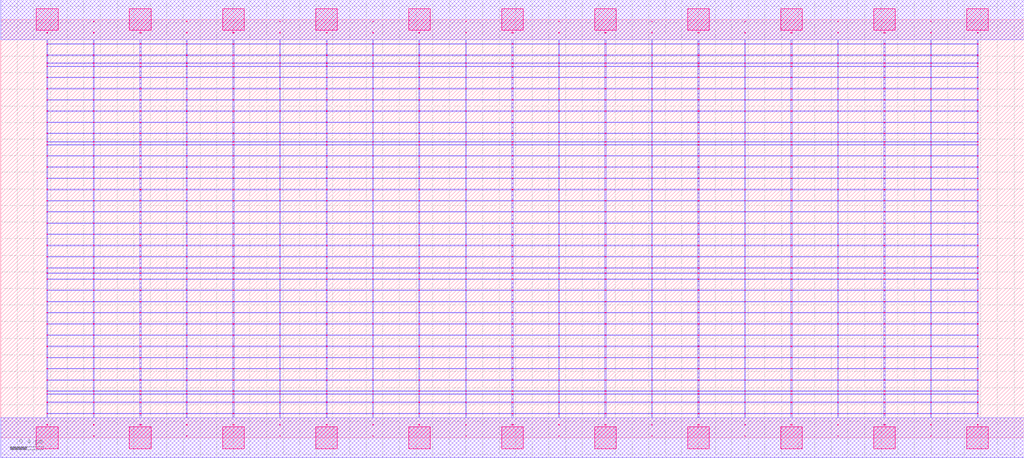
<source format=lef>
MACRO OAAOOOAI21222_DEBUG
 CLASS CORE ;
 FOREIGN OAAOOOAI21222_DEBUG 0 0 ;
 SIZE 12.32 BY 5.04 ;
 ORIGIN 0 0 ;
 SYMMETRY X Y R90 ;
 SITE unit ;

 OBS
    LAYER polycont ;
     RECT 6.15100000 2.58300000 6.16900000 2.59100000 ;
     RECT 6.15100000 2.71800000 6.16900000 2.72600000 ;
     RECT 6.15100000 2.85300000 6.16900000 2.86100000 ;
     RECT 6.15100000 2.98800000 6.16900000 2.99600000 ;
     RECT 8.39100000 2.58300000 8.40900000 2.59100000 ;
     RECT 8.95600000 2.58300000 8.96400000 2.59100000 ;
     RECT 9.51100000 2.58300000 9.52900000 2.59100000 ;
     RECT 10.07600000 2.58300000 10.08400000 2.59100000 ;
     RECT 10.63100000 2.58300000 10.64900000 2.59100000 ;
     RECT 11.19600000 2.58300000 11.20400000 2.59100000 ;
     RECT 11.75600000 2.58300000 11.76900000 2.59100000 ;
     RECT 6.71600000 2.58300000 6.72400000 2.59100000 ;
     RECT 6.71600000 2.71800000 6.72400000 2.72600000 ;
     RECT 7.27100000 2.71800000 7.28900000 2.72600000 ;
     RECT 7.83600000 2.71800000 7.84400000 2.72600000 ;
     RECT 8.39100000 2.71800000 8.40900000 2.72600000 ;
     RECT 8.95600000 2.71800000 8.96400000 2.72600000 ;
     RECT 9.51100000 2.71800000 9.52900000 2.72600000 ;
     RECT 10.07600000 2.71800000 10.08400000 2.72600000 ;
     RECT 10.63100000 2.71800000 10.64900000 2.72600000 ;
     RECT 11.19600000 2.71800000 11.20400000 2.72600000 ;
     RECT 11.75600000 2.71800000 11.76900000 2.72600000 ;
     RECT 7.27100000 2.58300000 7.28900000 2.59100000 ;
     RECT 6.71600000 2.85300000 6.72400000 2.86100000 ;
     RECT 7.27100000 2.85300000 7.28900000 2.86100000 ;
     RECT 7.83600000 2.85300000 7.84400000 2.86100000 ;
     RECT 8.39100000 2.85300000 8.40900000 2.86100000 ;
     RECT 8.95600000 2.85300000 8.96400000 2.86100000 ;
     RECT 9.51100000 2.85300000 9.52900000 2.86100000 ;
     RECT 10.07600000 2.85300000 10.08400000 2.86100000 ;
     RECT 10.63100000 2.85300000 10.64900000 2.86100000 ;
     RECT 11.19600000 2.85300000 11.20400000 2.86100000 ;
     RECT 11.75600000 2.85300000 11.76900000 2.86100000 ;
     RECT 7.83600000 2.58300000 7.84400000 2.59100000 ;
     RECT 6.71600000 2.98800000 6.72400000 2.99600000 ;
     RECT 7.27100000 2.98800000 7.28900000 2.99600000 ;
     RECT 7.83600000 2.98800000 7.84400000 2.99600000 ;
     RECT 8.39100000 2.98800000 8.40900000 2.99600000 ;
     RECT 8.95600000 2.98800000 8.96400000 2.99600000 ;
     RECT 9.51100000 2.98800000 9.52900000 2.99600000 ;
     RECT 10.07600000 2.98800000 10.08400000 2.99600000 ;
     RECT 10.63100000 2.98800000 10.64900000 2.99600000 ;
     RECT 11.19600000 2.98800000 11.20400000 2.99600000 ;
     RECT 11.75600000 2.98800000 11.76900000 2.99600000 ;
     RECT 1.67100000 2.85300000 1.68900000 2.86100000 ;
     RECT 2.23600000 2.85300000 2.24400000 2.86100000 ;
     RECT 2.79100000 2.85300000 2.80900000 2.86100000 ;
     RECT 3.35600000 2.85300000 3.36400000 2.86100000 ;
     RECT 3.91600000 2.85300000 3.92900000 2.86100000 ;
     RECT 4.47600000 2.85300000 4.48400000 2.86100000 ;
     RECT 5.03100000 2.85300000 5.04400000 2.86100000 ;
     RECT 5.59600000 2.85300000 5.60400000 2.86100000 ;
     RECT 1.11600000 2.71800000 1.12400000 2.72600000 ;
     RECT 1.67100000 2.71800000 1.68900000 2.72600000 ;
     RECT 2.23600000 2.71800000 2.24400000 2.72600000 ;
     RECT 2.79100000 2.71800000 2.80900000 2.72600000 ;
     RECT 3.35600000 2.71800000 3.36400000 2.72600000 ;
     RECT 3.91600000 2.71800000 3.92900000 2.72600000 ;
     RECT 4.47600000 2.71800000 4.48400000 2.72600000 ;
     RECT 5.03100000 2.71800000 5.04400000 2.72600000 ;
     RECT 5.59600000 2.71800000 5.60400000 2.72600000 ;
     RECT 1.11600000 2.58300000 1.12400000 2.59100000 ;
     RECT 1.67100000 2.58300000 1.68900000 2.59100000 ;
     RECT 0.55100000 2.98800000 0.56400000 2.99600000 ;
     RECT 1.11600000 2.98800000 1.12400000 2.99600000 ;
     RECT 1.67100000 2.98800000 1.68900000 2.99600000 ;
     RECT 2.23600000 2.98800000 2.24400000 2.99600000 ;
     RECT 2.79100000 2.98800000 2.80900000 2.99600000 ;
     RECT 3.35600000 2.98800000 3.36400000 2.99600000 ;
     RECT 3.91600000 2.98800000 3.92900000 2.99600000 ;
     RECT 4.47600000 2.98800000 4.48400000 2.99600000 ;
     RECT 5.03100000 2.98800000 5.04400000 2.99600000 ;
     RECT 5.59600000 2.98800000 5.60400000 2.99600000 ;
     RECT 2.23600000 2.58300000 2.24400000 2.59100000 ;
     RECT 2.79100000 2.58300000 2.80900000 2.59100000 ;
     RECT 3.35600000 2.58300000 3.36400000 2.59100000 ;
     RECT 3.91600000 2.58300000 3.92900000 2.59100000 ;
     RECT 4.47600000 2.58300000 4.48400000 2.59100000 ;
     RECT 5.03100000 2.58300000 5.04400000 2.59100000 ;
     RECT 5.59600000 2.58300000 5.60400000 2.59100000 ;
     RECT 0.55100000 2.58300000 0.56400000 2.59100000 ;
     RECT 0.55100000 2.71800000 0.56400000 2.72600000 ;
     RECT 0.55100000 2.85300000 0.56400000 2.86100000 ;
     RECT 1.11600000 2.85300000 1.12400000 2.86100000 ;
     RECT 4.47600000 3.12300000 4.48400000 3.13100000 ;
     RECT 4.47600000 3.25800000 4.48400000 3.26600000 ;
     RECT 4.47600000 3.39300000 4.48400000 3.40100000 ;
     RECT 4.47600000 3.52800000 4.48400000 3.53600000 ;
     RECT 4.47600000 3.56100000 4.48400000 3.56900000 ;
     RECT 4.47600000 3.66300000 4.48400000 3.67100000 ;
     RECT 4.47600000 3.79800000 4.48400000 3.80600000 ;
     RECT 4.47600000 3.93300000 4.48400000 3.94100000 ;
     RECT 4.47600000 4.06800000 4.48400000 4.07600000 ;
     RECT 4.47600000 4.20300000 4.48400000 4.21100000 ;
     RECT 4.47600000 4.33800000 4.48400000 4.34600000 ;
     RECT 4.47600000 4.47300000 4.48400000 4.48100000 ;
     RECT 4.47600000 4.51100000 4.48400000 4.51900000 ;
     RECT 4.47600000 4.60800000 4.48400000 4.61600000 ;
     RECT 4.47600000 4.74300000 4.48400000 4.75100000 ;
     RECT 4.47600000 4.87800000 4.48400000 4.88600000 ;
     RECT 11.19600000 1.36800000 11.20400000 1.37600000 ;
     RECT 11.75600000 1.36800000 11.76900000 1.37600000 ;
     RECT 11.19600000 1.50300000 11.20400000 1.51100000 ;
     RECT 11.75600000 1.50300000 11.76900000 1.51100000 ;
     RECT 11.19600000 1.63800000 11.20400000 1.64600000 ;
     RECT 11.75600000 1.63800000 11.76900000 1.64600000 ;
     RECT 11.19600000 1.77300000 11.20400000 1.78100000 ;
     RECT 11.75600000 1.77300000 11.76900000 1.78100000 ;
     RECT 11.19600000 1.90800000 11.20400000 1.91600000 ;
     RECT 11.75600000 1.90800000 11.76900000 1.91600000 ;
     RECT 11.19600000 1.98100000 11.20400000 1.98900000 ;
     RECT 11.75600000 1.98100000 11.76900000 1.98900000 ;
     RECT 11.19600000 2.04300000 11.20400000 2.05100000 ;
     RECT 11.75600000 2.04300000 11.76900000 2.05100000 ;
     RECT 11.19600000 2.17800000 11.20400000 2.18600000 ;
     RECT 11.75600000 2.17800000 11.76900000 2.18600000 ;
     RECT 11.19600000 2.31300000 11.20400000 2.32100000 ;
     RECT 11.75600000 2.31300000 11.76900000 2.32100000 ;
     RECT 11.19600000 2.44800000 11.20400000 2.45600000 ;
     RECT 11.75600000 2.44800000 11.76900000 2.45600000 ;
     RECT 11.19600000 0.15300000 11.20400000 0.16100000 ;
     RECT 11.75600000 0.15300000 11.76900000 0.16100000 ;
     RECT 11.19600000 0.28800000 11.20400000 0.29600000 ;
     RECT 11.75600000 0.28800000 11.76900000 0.29600000 ;
     RECT 11.19600000 0.42300000 11.20400000 0.43100000 ;
     RECT 11.75600000 0.42300000 11.76900000 0.43100000 ;
     RECT 11.19600000 0.52100000 11.20400000 0.52900000 ;
     RECT 11.75600000 0.52100000 11.76900000 0.52900000 ;
     RECT 11.19600000 0.55800000 11.20400000 0.56600000 ;
     RECT 11.75600000 0.55800000 11.76900000 0.56600000 ;
     RECT 11.19600000 0.69300000 11.20400000 0.70100000 ;
     RECT 11.75600000 0.69300000 11.76900000 0.70100000 ;
     RECT 11.19600000 0.82800000 11.20400000 0.83600000 ;
     RECT 11.75600000 0.82800000 11.76900000 0.83600000 ;
     RECT 11.19600000 0.96300000 11.20400000 0.97100000 ;
     RECT 11.75600000 0.96300000 11.76900000 0.97100000 ;
     RECT 11.19600000 1.09800000 11.20400000 1.10600000 ;
     RECT 11.75600000 1.09800000 11.76900000 1.10600000 ;
     RECT 11.19600000 1.23300000 11.20400000 1.24100000 ;
     RECT 11.75600000 1.23300000 11.76900000 1.24100000 ;

    LAYER pdiffc ;
     RECT 0.55100000 3.39300000 0.55900000 3.40100000 ;
     RECT 3.92100000 3.39300000 3.92900000 3.40100000 ;
     RECT 5.03100000 3.39300000 5.03900000 3.40100000 ;
     RECT 11.76100000 3.39300000 11.76900000 3.40100000 ;
     RECT 0.55100000 3.52800000 0.55900000 3.53600000 ;
     RECT 3.92100000 3.52800000 3.92900000 3.53600000 ;
     RECT 5.03100000 3.52800000 5.03900000 3.53600000 ;
     RECT 11.76100000 3.52800000 11.76900000 3.53600000 ;
     RECT 0.55100000 3.56100000 0.55900000 3.56900000 ;
     RECT 3.92100000 3.56100000 3.92900000 3.56900000 ;
     RECT 5.03100000 3.56100000 5.03900000 3.56900000 ;
     RECT 11.76100000 3.56100000 11.76900000 3.56900000 ;
     RECT 0.55100000 3.66300000 0.55900000 3.67100000 ;
     RECT 3.92100000 3.66300000 3.92900000 3.67100000 ;
     RECT 5.03100000 3.66300000 5.03900000 3.67100000 ;
     RECT 11.76100000 3.66300000 11.76900000 3.67100000 ;
     RECT 0.55100000 3.79800000 0.55900000 3.80600000 ;
     RECT 3.92100000 3.79800000 3.92900000 3.80600000 ;
     RECT 5.03100000 3.79800000 5.03900000 3.80600000 ;
     RECT 11.76100000 3.79800000 11.76900000 3.80600000 ;
     RECT 0.55100000 3.93300000 0.55900000 3.94100000 ;
     RECT 3.92100000 3.93300000 3.92900000 3.94100000 ;
     RECT 5.03100000 3.93300000 5.03900000 3.94100000 ;
     RECT 11.76100000 3.93300000 11.76900000 3.94100000 ;
     RECT 0.55100000 4.06800000 0.55900000 4.07600000 ;
     RECT 3.92100000 4.06800000 3.92900000 4.07600000 ;
     RECT 5.03100000 4.06800000 5.03900000 4.07600000 ;
     RECT 11.76100000 4.06800000 11.76900000 4.07600000 ;
     RECT 0.55100000 4.20300000 0.55900000 4.21100000 ;
     RECT 3.92100000 4.20300000 3.92900000 4.21100000 ;
     RECT 5.03100000 4.20300000 5.03900000 4.21100000 ;
     RECT 11.76100000 4.20300000 11.76900000 4.21100000 ;
     RECT 0.55100000 4.33800000 0.55900000 4.34600000 ;
     RECT 3.92100000 4.33800000 3.92900000 4.34600000 ;
     RECT 5.03100000 4.33800000 5.03900000 4.34600000 ;
     RECT 11.76100000 4.33800000 11.76900000 4.34600000 ;
     RECT 0.55100000 4.47300000 0.55900000 4.48100000 ;
     RECT 3.92100000 4.47300000 3.92900000 4.48100000 ;
     RECT 5.03100000 4.47300000 5.03900000 4.48100000 ;
     RECT 11.76100000 4.47300000 11.76900000 4.48100000 ;
     RECT 0.55100000 4.51100000 0.55900000 4.51900000 ;
     RECT 3.92100000 4.51100000 3.92900000 4.51900000 ;
     RECT 5.03100000 4.51100000 5.03900000 4.51900000 ;
     RECT 11.76100000 4.51100000 11.76900000 4.51900000 ;
     RECT 0.55100000 4.60800000 0.55900000 4.61600000 ;
     RECT 3.92100000 4.60800000 3.92900000 4.61600000 ;
     RECT 5.03100000 4.60800000 5.03900000 4.61600000 ;
     RECT 11.76100000 4.60800000 11.76900000 4.61600000 ;

    LAYER ndiffc ;
     RECT 6.15100000 0.42300000 6.16900000 0.43100000 ;
     RECT 7.27100000 0.42300000 7.28900000 0.43100000 ;
     RECT 8.39100000 0.42300000 8.40900000 0.43100000 ;
     RECT 9.51100000 0.42300000 9.52900000 0.43100000 ;
     RECT 10.63100000 0.42300000 10.64900000 0.43100000 ;
     RECT 6.15100000 0.52100000 6.16900000 0.52900000 ;
     RECT 7.27100000 0.52100000 7.28900000 0.52900000 ;
     RECT 8.39100000 0.52100000 8.40900000 0.52900000 ;
     RECT 9.51100000 0.52100000 9.52900000 0.52900000 ;
     RECT 10.63100000 0.52100000 10.64900000 0.52900000 ;
     RECT 6.15100000 0.55800000 6.16900000 0.56600000 ;
     RECT 7.27100000 0.55800000 7.28900000 0.56600000 ;
     RECT 8.39100000 0.55800000 8.40900000 0.56600000 ;
     RECT 9.51100000 0.55800000 9.52900000 0.56600000 ;
     RECT 10.63100000 0.55800000 10.64900000 0.56600000 ;
     RECT 6.15100000 0.69300000 6.16900000 0.70100000 ;
     RECT 7.27100000 0.69300000 7.28900000 0.70100000 ;
     RECT 8.39100000 0.69300000 8.40900000 0.70100000 ;
     RECT 9.51100000 0.69300000 9.52900000 0.70100000 ;
     RECT 10.63100000 0.69300000 10.64900000 0.70100000 ;
     RECT 6.15100000 0.82800000 6.16900000 0.83600000 ;
     RECT 7.27100000 0.82800000 7.28900000 0.83600000 ;
     RECT 8.39100000 0.82800000 8.40900000 0.83600000 ;
     RECT 9.51100000 0.82800000 9.52900000 0.83600000 ;
     RECT 10.63100000 0.82800000 10.64900000 0.83600000 ;
     RECT 6.15100000 0.96300000 6.16900000 0.97100000 ;
     RECT 7.27100000 0.96300000 7.28900000 0.97100000 ;
     RECT 8.39100000 0.96300000 8.40900000 0.97100000 ;
     RECT 9.51100000 0.96300000 9.52900000 0.97100000 ;
     RECT 10.63100000 0.96300000 10.64900000 0.97100000 ;
     RECT 6.15100000 1.09800000 6.16900000 1.10600000 ;
     RECT 7.27100000 1.09800000 7.28900000 1.10600000 ;
     RECT 8.39100000 1.09800000 8.40900000 1.10600000 ;
     RECT 9.51100000 1.09800000 9.52900000 1.10600000 ;
     RECT 10.63100000 1.09800000 10.64900000 1.10600000 ;
     RECT 6.15100000 1.23300000 6.16900000 1.24100000 ;
     RECT 7.27100000 1.23300000 7.28900000 1.24100000 ;
     RECT 8.39100000 1.23300000 8.40900000 1.24100000 ;
     RECT 9.51100000 1.23300000 9.52900000 1.24100000 ;
     RECT 10.63100000 1.23300000 10.64900000 1.24100000 ;
     RECT 6.15100000 1.36800000 6.16900000 1.37600000 ;
     RECT 7.27100000 1.36800000 7.28900000 1.37600000 ;
     RECT 8.39100000 1.36800000 8.40900000 1.37600000 ;
     RECT 9.51100000 1.36800000 9.52900000 1.37600000 ;
     RECT 10.63100000 1.36800000 10.64900000 1.37600000 ;
     RECT 6.15100000 1.50300000 6.16900000 1.51100000 ;
     RECT 7.27100000 1.50300000 7.28900000 1.51100000 ;
     RECT 8.39100000 1.50300000 8.40900000 1.51100000 ;
     RECT 9.51100000 1.50300000 9.52900000 1.51100000 ;
     RECT 10.63100000 1.50300000 10.64900000 1.51100000 ;
     RECT 6.15100000 1.63800000 6.16900000 1.64600000 ;
     RECT 7.27100000 1.63800000 7.28900000 1.64600000 ;
     RECT 8.39100000 1.63800000 8.40900000 1.64600000 ;
     RECT 9.51100000 1.63800000 9.52900000 1.64600000 ;
     RECT 10.63100000 1.63800000 10.64900000 1.64600000 ;
     RECT 6.15100000 1.77300000 6.16900000 1.78100000 ;
     RECT 7.27100000 1.77300000 7.28900000 1.78100000 ;
     RECT 8.39100000 1.77300000 8.40900000 1.78100000 ;
     RECT 9.51100000 1.77300000 9.52900000 1.78100000 ;
     RECT 10.63100000 1.77300000 10.64900000 1.78100000 ;
     RECT 6.15100000 1.90800000 6.16900000 1.91600000 ;
     RECT 7.27100000 1.90800000 7.28900000 1.91600000 ;
     RECT 8.39100000 1.90800000 8.40900000 1.91600000 ;
     RECT 9.51100000 1.90800000 9.52900000 1.91600000 ;
     RECT 10.63100000 1.90800000 10.64900000 1.91600000 ;
     RECT 6.15100000 1.98100000 6.16900000 1.98900000 ;
     RECT 7.27100000 1.98100000 7.28900000 1.98900000 ;
     RECT 8.39100000 1.98100000 8.40900000 1.98900000 ;
     RECT 9.51100000 1.98100000 9.52900000 1.98900000 ;
     RECT 10.63100000 1.98100000 10.64900000 1.98900000 ;
     RECT 6.15100000 2.04300000 6.16900000 2.05100000 ;
     RECT 7.27100000 2.04300000 7.28900000 2.05100000 ;
     RECT 8.39100000 2.04300000 8.40900000 2.05100000 ;
     RECT 9.51100000 2.04300000 9.52900000 2.05100000 ;
     RECT 10.63100000 2.04300000 10.64900000 2.05100000 ;
     RECT 0.55100000 0.42300000 0.56400000 0.43100000 ;
     RECT 1.67100000 0.42300000 1.68900000 0.43100000 ;
     RECT 2.79100000 0.42300000 2.80900000 0.43100000 ;
     RECT 3.91600000 0.42300000 3.92900000 0.43100000 ;
     RECT 5.03100000 0.42300000 5.04400000 0.43100000 ;
     RECT 0.55100000 1.36800000 0.56400000 1.37600000 ;
     RECT 1.67100000 1.36800000 1.68900000 1.37600000 ;
     RECT 2.79100000 1.36800000 2.80900000 1.37600000 ;
     RECT 3.91600000 1.36800000 3.92900000 1.37600000 ;
     RECT 5.03100000 1.36800000 5.04400000 1.37600000 ;
     RECT 0.55100000 0.82800000 0.56400000 0.83600000 ;
     RECT 1.67100000 0.82800000 1.68900000 0.83600000 ;
     RECT 2.79100000 0.82800000 2.80900000 0.83600000 ;
     RECT 3.91600000 0.82800000 3.92900000 0.83600000 ;
     RECT 5.03100000 0.82800000 5.04400000 0.83600000 ;
     RECT 0.55100000 1.50300000 0.56400000 1.51100000 ;
     RECT 1.67100000 1.50300000 1.68900000 1.51100000 ;
     RECT 2.79100000 1.50300000 2.80900000 1.51100000 ;
     RECT 3.91600000 1.50300000 3.92900000 1.51100000 ;
     RECT 5.03100000 1.50300000 5.04400000 1.51100000 ;
     RECT 0.55100000 0.55800000 0.56400000 0.56600000 ;
     RECT 1.67100000 0.55800000 1.68900000 0.56600000 ;
     RECT 2.79100000 0.55800000 2.80900000 0.56600000 ;
     RECT 3.91600000 0.55800000 3.92900000 0.56600000 ;
     RECT 5.03100000 0.55800000 5.04400000 0.56600000 ;
     RECT 0.55100000 1.63800000 0.56400000 1.64600000 ;
     RECT 1.67100000 1.63800000 1.68900000 1.64600000 ;
     RECT 2.79100000 1.63800000 2.80900000 1.64600000 ;
     RECT 3.91600000 1.63800000 3.92900000 1.64600000 ;
     RECT 5.03100000 1.63800000 5.04400000 1.64600000 ;
     RECT 0.55100000 0.96300000 0.56400000 0.97100000 ;
     RECT 1.67100000 0.96300000 1.68900000 0.97100000 ;
     RECT 2.79100000 0.96300000 2.80900000 0.97100000 ;
     RECT 3.91600000 0.96300000 3.92900000 0.97100000 ;
     RECT 5.03100000 0.96300000 5.04400000 0.97100000 ;
     RECT 0.55100000 1.77300000 0.56400000 1.78100000 ;
     RECT 1.67100000 1.77300000 1.68900000 1.78100000 ;
     RECT 2.79100000 1.77300000 2.80900000 1.78100000 ;
     RECT 3.91600000 1.77300000 3.92900000 1.78100000 ;
     RECT 5.03100000 1.77300000 5.04400000 1.78100000 ;
     RECT 0.55100000 0.52100000 0.56400000 0.52900000 ;
     RECT 1.67100000 0.52100000 1.68900000 0.52900000 ;
     RECT 2.79100000 0.52100000 2.80900000 0.52900000 ;
     RECT 3.91600000 0.52100000 3.92900000 0.52900000 ;
     RECT 5.03100000 0.52100000 5.04400000 0.52900000 ;
     RECT 0.55100000 1.90800000 0.56400000 1.91600000 ;
     RECT 1.67100000 1.90800000 1.68900000 1.91600000 ;
     RECT 2.79100000 1.90800000 2.80900000 1.91600000 ;
     RECT 3.91600000 1.90800000 3.92900000 1.91600000 ;
     RECT 5.03100000 1.90800000 5.04400000 1.91600000 ;
     RECT 0.55100000 1.09800000 0.56400000 1.10600000 ;
     RECT 1.67100000 1.09800000 1.68900000 1.10600000 ;
     RECT 2.79100000 1.09800000 2.80900000 1.10600000 ;
     RECT 3.91600000 1.09800000 3.92900000 1.10600000 ;
     RECT 5.03100000 1.09800000 5.04400000 1.10600000 ;
     RECT 0.55100000 1.98100000 0.56400000 1.98900000 ;
     RECT 1.67100000 1.98100000 1.68900000 1.98900000 ;
     RECT 2.79100000 1.98100000 2.80900000 1.98900000 ;
     RECT 3.91600000 1.98100000 3.92900000 1.98900000 ;
     RECT 5.03100000 1.98100000 5.04400000 1.98900000 ;
     RECT 0.55100000 0.69300000 0.56400000 0.70100000 ;
     RECT 1.67100000 0.69300000 1.68900000 0.70100000 ;
     RECT 2.79100000 0.69300000 2.80900000 0.70100000 ;
     RECT 3.91600000 0.69300000 3.92900000 0.70100000 ;
     RECT 5.03100000 0.69300000 5.04400000 0.70100000 ;
     RECT 0.55100000 2.04300000 0.56400000 2.05100000 ;
     RECT 1.67100000 2.04300000 1.68900000 2.05100000 ;
     RECT 2.79100000 2.04300000 2.80900000 2.05100000 ;
     RECT 3.91600000 2.04300000 3.92900000 2.05100000 ;
     RECT 5.03100000 2.04300000 5.04400000 2.05100000 ;
     RECT 0.55100000 1.23300000 0.56400000 1.24100000 ;
     RECT 1.67100000 1.23300000 1.68900000 1.24100000 ;
     RECT 2.79100000 1.23300000 2.80900000 1.24100000 ;
     RECT 3.91600000 1.23300000 3.92900000 1.24100000 ;
     RECT 5.03100000 1.23300000 5.04400000 1.24100000 ;

    LAYER met1 ;
     RECT 0.00000000 -0.24000000 12.32000000 0.24000000 ;
     RECT 6.15100000 0.24000000 6.16900000 0.28800000 ;
     RECT 0.55100000 0.28800000 11.76900000 0.29600000 ;
     RECT 6.15100000 0.29600000 6.16900000 0.42300000 ;
     RECT 0.55100000 0.42300000 11.76900000 0.43100000 ;
     RECT 6.15100000 0.43100000 6.16900000 0.52100000 ;
     RECT 0.55100000 0.52100000 11.76900000 0.52900000 ;
     RECT 6.15100000 0.52900000 6.16900000 0.55800000 ;
     RECT 0.55100000 0.55800000 11.76900000 0.56600000 ;
     RECT 6.15100000 0.56600000 6.16900000 0.69300000 ;
     RECT 0.55100000 0.69300000 11.76900000 0.70100000 ;
     RECT 6.15100000 0.70100000 6.16900000 0.82800000 ;
     RECT 0.55100000 0.82800000 11.76900000 0.83600000 ;
     RECT 6.15100000 0.83600000 6.16900000 0.96300000 ;
     RECT 0.55100000 0.96300000 11.76900000 0.97100000 ;
     RECT 6.15100000 0.97100000 6.16900000 1.09800000 ;
     RECT 0.55100000 1.09800000 11.76900000 1.10600000 ;
     RECT 6.15100000 1.10600000 6.16900000 1.23300000 ;
     RECT 0.55100000 1.23300000 11.76900000 1.24100000 ;
     RECT 6.15100000 1.24100000 6.16900000 1.36800000 ;
     RECT 0.55100000 1.36800000 11.76900000 1.37600000 ;
     RECT 6.15100000 1.37600000 6.16900000 1.50300000 ;
     RECT 0.55100000 1.50300000 11.76900000 1.51100000 ;
     RECT 6.15100000 1.51100000 6.16900000 1.63800000 ;
     RECT 0.55100000 1.63800000 11.76900000 1.64600000 ;
     RECT 6.15100000 1.64600000 6.16900000 1.77300000 ;
     RECT 0.55100000 1.77300000 11.76900000 1.78100000 ;
     RECT 6.15100000 1.78100000 6.16900000 1.90800000 ;
     RECT 0.55100000 1.90800000 11.76900000 1.91600000 ;
     RECT 6.15100000 1.91600000 6.16900000 1.98100000 ;
     RECT 0.55100000 1.98100000 11.76900000 1.98900000 ;
     RECT 6.15100000 1.98900000 6.16900000 2.04300000 ;
     RECT 0.55100000 2.04300000 11.76900000 2.05100000 ;
     RECT 6.15100000 2.05100000 6.16900000 2.17800000 ;
     RECT 0.55100000 2.17800000 11.76900000 2.18600000 ;
     RECT 6.15100000 2.18600000 6.16900000 2.31300000 ;
     RECT 0.55100000 2.31300000 11.76900000 2.32100000 ;
     RECT 6.15100000 2.32100000 6.16900000 2.44800000 ;
     RECT 0.55100000 2.44800000 11.76900000 2.45600000 ;
     RECT 0.55100000 2.45600000 0.56400000 2.58300000 ;
     RECT 1.11600000 2.45600000 1.12400000 2.58300000 ;
     RECT 1.67100000 2.45600000 1.68900000 2.58300000 ;
     RECT 2.23600000 2.45600000 2.24400000 2.58300000 ;
     RECT 2.79100000 2.45600000 2.80900000 2.58300000 ;
     RECT 3.35600000 2.45600000 3.36400000 2.58300000 ;
     RECT 3.91600000 2.45600000 3.92900000 2.58300000 ;
     RECT 4.47600000 2.45600000 4.48400000 2.58300000 ;
     RECT 5.03100000 2.45600000 5.04400000 2.58300000 ;
     RECT 5.59600000 2.45600000 5.60400000 2.58300000 ;
     RECT 6.15100000 2.45600000 6.16900000 2.58300000 ;
     RECT 6.71600000 2.45600000 6.72400000 2.58300000 ;
     RECT 7.27100000 2.45600000 7.28900000 2.58300000 ;
     RECT 7.83600000 2.45600000 7.84400000 2.58300000 ;
     RECT 8.39100000 2.45600000 8.40900000 2.58300000 ;
     RECT 8.95600000 2.45600000 8.96400000 2.58300000 ;
     RECT 9.51100000 2.45600000 9.52900000 2.58300000 ;
     RECT 10.07600000 2.45600000 10.08400000 2.58300000 ;
     RECT 10.63100000 2.45600000 10.64900000 2.58300000 ;
     RECT 11.19600000 2.45600000 11.20400000 2.58300000 ;
     RECT 11.75600000 2.45600000 11.76900000 2.58300000 ;
     RECT 0.55100000 2.58300000 11.76900000 2.59100000 ;
     RECT 6.15100000 2.59100000 6.16900000 2.71800000 ;
     RECT 0.55100000 2.71800000 11.76900000 2.72600000 ;
     RECT 6.15100000 2.72600000 6.16900000 2.85300000 ;
     RECT 0.55100000 2.85300000 11.76900000 2.86100000 ;
     RECT 6.15100000 2.86100000 6.16900000 2.98800000 ;
     RECT 0.55100000 2.98800000 11.76900000 2.99600000 ;
     RECT 6.15100000 2.99600000 6.16900000 3.12300000 ;
     RECT 0.55100000 3.12300000 11.76900000 3.13100000 ;
     RECT 6.15100000 3.13100000 6.16900000 3.25800000 ;
     RECT 0.55100000 3.25800000 11.76900000 3.26600000 ;
     RECT 6.15100000 3.26600000 6.16900000 3.39300000 ;
     RECT 0.55100000 3.39300000 11.76900000 3.40100000 ;
     RECT 6.15100000 3.40100000 6.16900000 3.52800000 ;
     RECT 0.55100000 3.52800000 11.76900000 3.53600000 ;
     RECT 6.15100000 3.53600000 6.16900000 3.56100000 ;
     RECT 0.55100000 3.56100000 11.76900000 3.56900000 ;
     RECT 6.15100000 3.56900000 6.16900000 3.66300000 ;
     RECT 0.55100000 3.66300000 11.76900000 3.67100000 ;
     RECT 6.15100000 3.67100000 6.16900000 3.79800000 ;
     RECT 0.55100000 3.79800000 11.76900000 3.80600000 ;
     RECT 6.15100000 3.80600000 6.16900000 3.93300000 ;
     RECT 0.55100000 3.93300000 11.76900000 3.94100000 ;
     RECT 6.15100000 3.94100000 6.16900000 4.06800000 ;
     RECT 0.55100000 4.06800000 11.76900000 4.07600000 ;
     RECT 6.15100000 4.07600000 6.16900000 4.20300000 ;
     RECT 0.55100000 4.20300000 11.76900000 4.21100000 ;
     RECT 6.15100000 4.21100000 6.16900000 4.33800000 ;
     RECT 0.55100000 4.33800000 11.76900000 4.34600000 ;
     RECT 6.15100000 4.34600000 6.16900000 4.47300000 ;
     RECT 0.55100000 4.47300000 11.76900000 4.48100000 ;
     RECT 6.15100000 4.48100000 6.16900000 4.51100000 ;
     RECT 0.55100000 4.51100000 11.76900000 4.51900000 ;
     RECT 6.15100000 4.51900000 6.16900000 4.60800000 ;
     RECT 0.55100000 4.60800000 11.76900000 4.61600000 ;
     RECT 6.15100000 4.61600000 6.16900000 4.74300000 ;
     RECT 0.55100000 4.74300000 11.76900000 4.75100000 ;
     RECT 6.15100000 4.75100000 6.16900000 4.80000000 ;
     RECT 0.00000000 4.80000000 12.32000000 5.28000000 ;
     RECT 6.71600000 3.80600000 6.72400000 3.93300000 ;
     RECT 7.27100000 3.80600000 7.28900000 3.93300000 ;
     RECT 7.83600000 3.80600000 7.84400000 3.93300000 ;
     RECT 8.39100000 3.80600000 8.40900000 3.93300000 ;
     RECT 8.95600000 3.80600000 8.96400000 3.93300000 ;
     RECT 9.51100000 3.80600000 9.52900000 3.93300000 ;
     RECT 10.07600000 3.80600000 10.08400000 3.93300000 ;
     RECT 10.63100000 3.80600000 10.64900000 3.93300000 ;
     RECT 11.19600000 3.80600000 11.20400000 3.93300000 ;
     RECT 11.75600000 3.80600000 11.76900000 3.93300000 ;
     RECT 9.51100000 3.94100000 9.52900000 4.06800000 ;
     RECT 10.07600000 3.94100000 10.08400000 4.06800000 ;
     RECT 10.63100000 3.94100000 10.64900000 4.06800000 ;
     RECT 11.19600000 3.94100000 11.20400000 4.06800000 ;
     RECT 11.75600000 3.94100000 11.76900000 4.06800000 ;
     RECT 9.51100000 4.07600000 9.52900000 4.20300000 ;
     RECT 10.07600000 4.07600000 10.08400000 4.20300000 ;
     RECT 10.63100000 4.07600000 10.64900000 4.20300000 ;
     RECT 11.19600000 4.07600000 11.20400000 4.20300000 ;
     RECT 11.75600000 4.07600000 11.76900000 4.20300000 ;
     RECT 9.51100000 4.21100000 9.52900000 4.33800000 ;
     RECT 10.07600000 4.21100000 10.08400000 4.33800000 ;
     RECT 10.63100000 4.21100000 10.64900000 4.33800000 ;
     RECT 11.19600000 4.21100000 11.20400000 4.33800000 ;
     RECT 11.75600000 4.21100000 11.76900000 4.33800000 ;
     RECT 9.51100000 4.34600000 9.52900000 4.47300000 ;
     RECT 10.07600000 4.34600000 10.08400000 4.47300000 ;
     RECT 10.63100000 4.34600000 10.64900000 4.47300000 ;
     RECT 11.19600000 4.34600000 11.20400000 4.47300000 ;
     RECT 11.75600000 4.34600000 11.76900000 4.47300000 ;
     RECT 9.51100000 4.48100000 9.52900000 4.51100000 ;
     RECT 10.07600000 4.48100000 10.08400000 4.51100000 ;
     RECT 10.63100000 4.48100000 10.64900000 4.51100000 ;
     RECT 11.19600000 4.48100000 11.20400000 4.51100000 ;
     RECT 11.75600000 4.48100000 11.76900000 4.51100000 ;
     RECT 9.51100000 4.51900000 9.52900000 4.60800000 ;
     RECT 10.07600000 4.51900000 10.08400000 4.60800000 ;
     RECT 10.63100000 4.51900000 10.64900000 4.60800000 ;
     RECT 11.19600000 4.51900000 11.20400000 4.60800000 ;
     RECT 11.75600000 4.51900000 11.76900000 4.60800000 ;
     RECT 9.51100000 4.61600000 9.52900000 4.74300000 ;
     RECT 10.07600000 4.61600000 10.08400000 4.74300000 ;
     RECT 10.63100000 4.61600000 10.64900000 4.74300000 ;
     RECT 11.19600000 4.61600000 11.20400000 4.74300000 ;
     RECT 11.75600000 4.61600000 11.76900000 4.74300000 ;
     RECT 9.51100000 4.75100000 9.52900000 4.80000000 ;
     RECT 10.07600000 4.75100000 10.08400000 4.80000000 ;
     RECT 10.63100000 4.75100000 10.64900000 4.80000000 ;
     RECT 11.19600000 4.75100000 11.20400000 4.80000000 ;
     RECT 11.75600000 4.75100000 11.76900000 4.80000000 ;
     RECT 6.71600000 4.48100000 6.72400000 4.51100000 ;
     RECT 7.27100000 4.48100000 7.28900000 4.51100000 ;
     RECT 7.83600000 4.48100000 7.84400000 4.51100000 ;
     RECT 8.39100000 4.48100000 8.40900000 4.51100000 ;
     RECT 8.95600000 4.48100000 8.96400000 4.51100000 ;
     RECT 6.71600000 4.21100000 6.72400000 4.33800000 ;
     RECT 7.27100000 4.21100000 7.28900000 4.33800000 ;
     RECT 7.83600000 4.21100000 7.84400000 4.33800000 ;
     RECT 8.39100000 4.21100000 8.40900000 4.33800000 ;
     RECT 8.95600000 4.21100000 8.96400000 4.33800000 ;
     RECT 6.71600000 4.51900000 6.72400000 4.60800000 ;
     RECT 7.27100000 4.51900000 7.28900000 4.60800000 ;
     RECT 7.83600000 4.51900000 7.84400000 4.60800000 ;
     RECT 8.39100000 4.51900000 8.40900000 4.60800000 ;
     RECT 8.95600000 4.51900000 8.96400000 4.60800000 ;
     RECT 6.71600000 4.07600000 6.72400000 4.20300000 ;
     RECT 7.27100000 4.07600000 7.28900000 4.20300000 ;
     RECT 7.83600000 4.07600000 7.84400000 4.20300000 ;
     RECT 8.39100000 4.07600000 8.40900000 4.20300000 ;
     RECT 8.95600000 4.07600000 8.96400000 4.20300000 ;
     RECT 6.71600000 4.61600000 6.72400000 4.74300000 ;
     RECT 7.27100000 4.61600000 7.28900000 4.74300000 ;
     RECT 7.83600000 4.61600000 7.84400000 4.74300000 ;
     RECT 8.39100000 4.61600000 8.40900000 4.74300000 ;
     RECT 8.95600000 4.61600000 8.96400000 4.74300000 ;
     RECT 6.71600000 4.34600000 6.72400000 4.47300000 ;
     RECT 7.27100000 4.34600000 7.28900000 4.47300000 ;
     RECT 7.83600000 4.34600000 7.84400000 4.47300000 ;
     RECT 8.39100000 4.34600000 8.40900000 4.47300000 ;
     RECT 8.95600000 4.34600000 8.96400000 4.47300000 ;
     RECT 6.71600000 4.75100000 6.72400000 4.80000000 ;
     RECT 7.27100000 4.75100000 7.28900000 4.80000000 ;
     RECT 7.83600000 4.75100000 7.84400000 4.80000000 ;
     RECT 8.39100000 4.75100000 8.40900000 4.80000000 ;
     RECT 8.95600000 4.75100000 8.96400000 4.80000000 ;
     RECT 6.71600000 3.94100000 6.72400000 4.06800000 ;
     RECT 7.27100000 3.94100000 7.28900000 4.06800000 ;
     RECT 7.83600000 3.94100000 7.84400000 4.06800000 ;
     RECT 8.39100000 3.94100000 8.40900000 4.06800000 ;
     RECT 8.95600000 3.94100000 8.96400000 4.06800000 ;
     RECT 8.39100000 2.99600000 8.40900000 3.12300000 ;
     RECT 8.95600000 2.99600000 8.96400000 3.12300000 ;
     RECT 6.71600000 3.13100000 6.72400000 3.25800000 ;
     RECT 7.27100000 3.13100000 7.28900000 3.25800000 ;
     RECT 7.83600000 3.13100000 7.84400000 3.25800000 ;
     RECT 8.39100000 3.13100000 8.40900000 3.25800000 ;
     RECT 8.95600000 3.13100000 8.96400000 3.25800000 ;
     RECT 8.95600000 2.86100000 8.96400000 2.98800000 ;
     RECT 6.71600000 3.26600000 6.72400000 3.39300000 ;
     RECT 7.27100000 3.26600000 7.28900000 3.39300000 ;
     RECT 7.83600000 3.26600000 7.84400000 3.39300000 ;
     RECT 8.39100000 3.26600000 8.40900000 3.39300000 ;
     RECT 8.95600000 3.26600000 8.96400000 3.39300000 ;
     RECT 6.71600000 2.59100000 6.72400000 2.71800000 ;
     RECT 7.27100000 2.59100000 7.28900000 2.71800000 ;
     RECT 6.71600000 3.40100000 6.72400000 3.52800000 ;
     RECT 7.27100000 3.40100000 7.28900000 3.52800000 ;
     RECT 7.83600000 3.40100000 7.84400000 3.52800000 ;
     RECT 8.39100000 3.40100000 8.40900000 3.52800000 ;
     RECT 7.83600000 2.59100000 7.84400000 2.71800000 ;
     RECT 8.39100000 2.59100000 8.40900000 2.71800000 ;
     RECT 8.95600000 3.40100000 8.96400000 3.52800000 ;
     RECT 6.71600000 2.72600000 6.72400000 2.85300000 ;
     RECT 7.27100000 2.72600000 7.28900000 2.85300000 ;
     RECT 6.71600000 3.53600000 6.72400000 3.56100000 ;
     RECT 7.27100000 3.53600000 7.28900000 3.56100000 ;
     RECT 7.83600000 3.53600000 7.84400000 3.56100000 ;
     RECT 8.39100000 3.53600000 8.40900000 3.56100000 ;
     RECT 8.95600000 3.53600000 8.96400000 3.56100000 ;
     RECT 7.83600000 2.72600000 7.84400000 2.85300000 ;
     RECT 8.39100000 2.72600000 8.40900000 2.85300000 ;
     RECT 6.71600000 2.86100000 6.72400000 2.98800000 ;
     RECT 7.27100000 2.86100000 7.28900000 2.98800000 ;
     RECT 6.71600000 3.56900000 6.72400000 3.66300000 ;
     RECT 7.27100000 3.56900000 7.28900000 3.66300000 ;
     RECT 7.83600000 3.56900000 7.84400000 3.66300000 ;
     RECT 8.39100000 3.56900000 8.40900000 3.66300000 ;
     RECT 8.95600000 3.56900000 8.96400000 3.66300000 ;
     RECT 8.95600000 2.59100000 8.96400000 2.71800000 ;
     RECT 8.95600000 2.72600000 8.96400000 2.85300000 ;
     RECT 6.71600000 3.67100000 6.72400000 3.79800000 ;
     RECT 7.27100000 3.67100000 7.28900000 3.79800000 ;
     RECT 7.83600000 3.67100000 7.84400000 3.79800000 ;
     RECT 8.39100000 3.67100000 8.40900000 3.79800000 ;
     RECT 7.83600000 2.86100000 7.84400000 2.98800000 ;
     RECT 8.39100000 2.86100000 8.40900000 2.98800000 ;
     RECT 8.95600000 3.67100000 8.96400000 3.79800000 ;
     RECT 7.27100000 2.99600000 7.28900000 3.12300000 ;
     RECT 7.83600000 2.99600000 7.84400000 3.12300000 ;
     RECT 6.71600000 2.99600000 6.72400000 3.12300000 ;
     RECT 9.51100000 3.53600000 9.52900000 3.56100000 ;
     RECT 10.07600000 3.53600000 10.08400000 3.56100000 ;
     RECT 9.51100000 2.86100000 9.52900000 2.98800000 ;
     RECT 10.63100000 3.53600000 10.64900000 3.56100000 ;
     RECT 11.19600000 3.53600000 11.20400000 3.56100000 ;
     RECT 11.75600000 3.53600000 11.76900000 3.56100000 ;
     RECT 9.51100000 3.26600000 9.52900000 3.39300000 ;
     RECT 10.07600000 3.26600000 10.08400000 3.39300000 ;
     RECT 10.63100000 3.26600000 10.64900000 3.39300000 ;
     RECT 11.19600000 3.26600000 11.20400000 3.39300000 ;
     RECT 11.75600000 3.26600000 11.76900000 3.39300000 ;
     RECT 11.19600000 2.99600000 11.20400000 3.12300000 ;
     RECT 11.75600000 2.99600000 11.76900000 3.12300000 ;
     RECT 10.07600000 2.86100000 10.08400000 2.98800000 ;
     RECT 10.63100000 2.86100000 10.64900000 2.98800000 ;
     RECT 9.51100000 3.56900000 9.52900000 3.66300000 ;
     RECT 10.07600000 3.56900000 10.08400000 3.66300000 ;
     RECT 10.63100000 3.56900000 10.64900000 3.66300000 ;
     RECT 11.19600000 3.56900000 11.20400000 3.66300000 ;
     RECT 11.75600000 3.56900000 11.76900000 3.66300000 ;
     RECT 9.51100000 3.13100000 9.52900000 3.25800000 ;
     RECT 9.51100000 2.72600000 9.52900000 2.85300000 ;
     RECT 10.07600000 3.13100000 10.08400000 3.25800000 ;
     RECT 10.63100000 3.13100000 10.64900000 3.25800000 ;
     RECT 11.19600000 3.13100000 11.20400000 3.25800000 ;
     RECT 11.19600000 2.86100000 11.20400000 2.98800000 ;
     RECT 11.75600000 2.86100000 11.76900000 2.98800000 ;
     RECT 11.75600000 3.13100000 11.76900000 3.25800000 ;
     RECT 9.51100000 3.40100000 9.52900000 3.52800000 ;
     RECT 9.51100000 3.67100000 9.52900000 3.79800000 ;
     RECT 10.07600000 3.67100000 10.08400000 3.79800000 ;
     RECT 10.63100000 3.67100000 10.64900000 3.79800000 ;
     RECT 11.19600000 3.67100000 11.20400000 3.79800000 ;
     RECT 11.75600000 3.67100000 11.76900000 3.79800000 ;
     RECT 10.07600000 2.72600000 10.08400000 2.85300000 ;
     RECT 10.63100000 2.72600000 10.64900000 2.85300000 ;
     RECT 10.07600000 3.40100000 10.08400000 3.52800000 ;
     RECT 10.63100000 3.40100000 10.64900000 3.52800000 ;
     RECT 9.51100000 2.59100000 9.52900000 2.71800000 ;
     RECT 11.19600000 3.40100000 11.20400000 3.52800000 ;
     RECT 11.75600000 3.40100000 11.76900000 3.52800000 ;
     RECT 11.19600000 2.59100000 11.20400000 2.71800000 ;
     RECT 11.75600000 2.59100000 11.76900000 2.71800000 ;
     RECT 10.07600000 2.59100000 10.08400000 2.71800000 ;
     RECT 10.63100000 2.59100000 10.64900000 2.71800000 ;
     RECT 9.51100000 2.99600000 9.52900000 3.12300000 ;
     RECT 10.07600000 2.99600000 10.08400000 3.12300000 ;
     RECT 11.19600000 2.72600000 11.20400000 2.85300000 ;
     RECT 11.75600000 2.72600000 11.76900000 2.85300000 ;
     RECT 10.63100000 2.99600000 10.64900000 3.12300000 ;
     RECT 5.03100000 3.80600000 5.04400000 3.93300000 ;
     RECT 5.59600000 3.80600000 5.60400000 3.93300000 ;
     RECT 0.55100000 3.80600000 0.56400000 3.93300000 ;
     RECT 1.11600000 3.80600000 1.12400000 3.93300000 ;
     RECT 1.67100000 3.80600000 1.68900000 3.93300000 ;
     RECT 2.23600000 3.80600000 2.24400000 3.93300000 ;
     RECT 2.79100000 3.80600000 2.80900000 3.93300000 ;
     RECT 3.35600000 3.80600000 3.36400000 3.93300000 ;
     RECT 3.91600000 3.80600000 3.92900000 3.93300000 ;
     RECT 4.47600000 3.80600000 4.48400000 3.93300000 ;
     RECT 5.03100000 4.07600000 5.04400000 4.20300000 ;
     RECT 5.59600000 4.07600000 5.60400000 4.20300000 ;
     RECT 3.35600000 4.21100000 3.36400000 4.33800000 ;
     RECT 3.91600000 4.21100000 3.92900000 4.33800000 ;
     RECT 4.47600000 4.21100000 4.48400000 4.33800000 ;
     RECT 5.03100000 4.21100000 5.04400000 4.33800000 ;
     RECT 5.59600000 4.21100000 5.60400000 4.33800000 ;
     RECT 3.35600000 4.34600000 3.36400000 4.47300000 ;
     RECT 3.91600000 4.34600000 3.92900000 4.47300000 ;
     RECT 4.47600000 4.34600000 4.48400000 4.47300000 ;
     RECT 5.03100000 4.34600000 5.04400000 4.47300000 ;
     RECT 5.59600000 4.34600000 5.60400000 4.47300000 ;
     RECT 3.35600000 4.48100000 3.36400000 4.51100000 ;
     RECT 3.91600000 4.48100000 3.92900000 4.51100000 ;
     RECT 4.47600000 4.48100000 4.48400000 4.51100000 ;
     RECT 5.03100000 4.48100000 5.04400000 4.51100000 ;
     RECT 5.59600000 4.48100000 5.60400000 4.51100000 ;
     RECT 3.35600000 4.51900000 3.36400000 4.60800000 ;
     RECT 3.91600000 4.51900000 3.92900000 4.60800000 ;
     RECT 4.47600000 4.51900000 4.48400000 4.60800000 ;
     RECT 5.03100000 4.51900000 5.04400000 4.60800000 ;
     RECT 5.59600000 4.51900000 5.60400000 4.60800000 ;
     RECT 3.35600000 4.61600000 3.36400000 4.74300000 ;
     RECT 3.91600000 4.61600000 3.92900000 4.74300000 ;
     RECT 4.47600000 4.61600000 4.48400000 4.74300000 ;
     RECT 5.03100000 4.61600000 5.04400000 4.74300000 ;
     RECT 5.59600000 4.61600000 5.60400000 4.74300000 ;
     RECT 3.35600000 4.75100000 3.36400000 4.80000000 ;
     RECT 3.91600000 4.75100000 3.92900000 4.80000000 ;
     RECT 4.47600000 4.75100000 4.48400000 4.80000000 ;
     RECT 5.03100000 4.75100000 5.04400000 4.80000000 ;
     RECT 5.59600000 4.75100000 5.60400000 4.80000000 ;
     RECT 3.35600000 3.94100000 3.36400000 4.06800000 ;
     RECT 3.91600000 3.94100000 3.92900000 4.06800000 ;
     RECT 4.47600000 3.94100000 4.48400000 4.06800000 ;
     RECT 5.03100000 3.94100000 5.04400000 4.06800000 ;
     RECT 5.59600000 3.94100000 5.60400000 4.06800000 ;
     RECT 3.35600000 4.07600000 3.36400000 4.20300000 ;
     RECT 3.91600000 4.07600000 3.92900000 4.20300000 ;
     RECT 4.47600000 4.07600000 4.48400000 4.20300000 ;
     RECT 2.23600000 4.21100000 2.24400000 4.33800000 ;
     RECT 2.79100000 4.21100000 2.80900000 4.33800000 ;
     RECT 0.55100000 4.51900000 0.56400000 4.60800000 ;
     RECT 1.11600000 4.51900000 1.12400000 4.60800000 ;
     RECT 1.67100000 4.51900000 1.68900000 4.60800000 ;
     RECT 2.23600000 4.51900000 2.24400000 4.60800000 ;
     RECT 2.79100000 4.51900000 2.80900000 4.60800000 ;
     RECT 0.55100000 4.07600000 0.56400000 4.20300000 ;
     RECT 1.11600000 4.07600000 1.12400000 4.20300000 ;
     RECT 1.67100000 4.07600000 1.68900000 4.20300000 ;
     RECT 2.23600000 4.07600000 2.24400000 4.20300000 ;
     RECT 2.79100000 4.07600000 2.80900000 4.20300000 ;
     RECT 0.55100000 4.61600000 0.56400000 4.74300000 ;
     RECT 1.11600000 4.61600000 1.12400000 4.74300000 ;
     RECT 1.67100000 4.61600000 1.68900000 4.74300000 ;
     RECT 2.23600000 4.61600000 2.24400000 4.74300000 ;
     RECT 2.79100000 4.61600000 2.80900000 4.74300000 ;
     RECT 0.55100000 4.34600000 0.56400000 4.47300000 ;
     RECT 1.11600000 4.34600000 1.12400000 4.47300000 ;
     RECT 1.67100000 4.34600000 1.68900000 4.47300000 ;
     RECT 2.23600000 4.34600000 2.24400000 4.47300000 ;
     RECT 2.79100000 4.34600000 2.80900000 4.47300000 ;
     RECT 0.55100000 4.75100000 0.56400000 4.80000000 ;
     RECT 1.11600000 4.75100000 1.12400000 4.80000000 ;
     RECT 1.67100000 4.75100000 1.68900000 4.80000000 ;
     RECT 2.23600000 4.75100000 2.24400000 4.80000000 ;
     RECT 2.79100000 4.75100000 2.80900000 4.80000000 ;
     RECT 0.55100000 3.94100000 0.56400000 4.06800000 ;
     RECT 1.11600000 3.94100000 1.12400000 4.06800000 ;
     RECT 1.67100000 3.94100000 1.68900000 4.06800000 ;
     RECT 2.23600000 3.94100000 2.24400000 4.06800000 ;
     RECT 2.79100000 3.94100000 2.80900000 4.06800000 ;
     RECT 0.55100000 4.48100000 0.56400000 4.51100000 ;
     RECT 1.11600000 4.48100000 1.12400000 4.51100000 ;
     RECT 1.67100000 4.48100000 1.68900000 4.51100000 ;
     RECT 2.23600000 4.48100000 2.24400000 4.51100000 ;
     RECT 2.79100000 4.48100000 2.80900000 4.51100000 ;
     RECT 0.55100000 4.21100000 0.56400000 4.33800000 ;
     RECT 1.11600000 4.21100000 1.12400000 4.33800000 ;
     RECT 1.67100000 4.21100000 1.68900000 4.33800000 ;
     RECT 2.79100000 3.53600000 2.80900000 3.56100000 ;
     RECT 0.55100000 2.86100000 0.56400000 2.98800000 ;
     RECT 1.11600000 2.86100000 1.12400000 2.98800000 ;
     RECT 1.67100000 2.86100000 1.68900000 2.98800000 ;
     RECT 2.23600000 2.86100000 2.24400000 2.98800000 ;
     RECT 2.23600000 2.59100000 2.24400000 2.71800000 ;
     RECT 0.55100000 3.40100000 0.56400000 3.52800000 ;
     RECT 1.11600000 3.40100000 1.12400000 3.52800000 ;
     RECT 0.55100000 2.59100000 0.56400000 2.71800000 ;
     RECT 1.67100000 2.72600000 1.68900000 2.85300000 ;
     RECT 2.23600000 2.72600000 2.24400000 2.85300000 ;
     RECT 2.79100000 2.72600000 2.80900000 2.85300000 ;
     RECT 0.55100000 3.67100000 0.56400000 3.79800000 ;
     RECT 1.11600000 3.67100000 1.12400000 3.79800000 ;
     RECT 1.67100000 3.67100000 1.68900000 3.79800000 ;
     RECT 2.23600000 3.67100000 2.24400000 3.79800000 ;
     RECT 2.79100000 3.67100000 2.80900000 3.79800000 ;
     RECT 1.11600000 2.59100000 1.12400000 2.71800000 ;
     RECT 0.55100000 2.72600000 0.56400000 2.85300000 ;
     RECT 1.11600000 2.72600000 1.12400000 2.85300000 ;
     RECT 0.55100000 3.53600000 0.56400000 3.56100000 ;
     RECT 1.11600000 3.53600000 1.12400000 3.56100000 ;
     RECT 1.67100000 3.40100000 1.68900000 3.52800000 ;
     RECT 0.55100000 3.13100000 0.56400000 3.25800000 ;
     RECT 1.11600000 3.13100000 1.12400000 3.25800000 ;
     RECT 1.67100000 3.13100000 1.68900000 3.25800000 ;
     RECT 2.23600000 3.13100000 2.24400000 3.25800000 ;
     RECT 0.55100000 3.26600000 0.56400000 3.39300000 ;
     RECT 1.11600000 3.26600000 1.12400000 3.39300000 ;
     RECT 1.67100000 3.26600000 1.68900000 3.39300000 ;
     RECT 2.23600000 3.26600000 2.24400000 3.39300000 ;
     RECT 2.79100000 3.26600000 2.80900000 3.39300000 ;
     RECT 2.79100000 3.13100000 2.80900000 3.25800000 ;
     RECT 0.55100000 3.56900000 0.56400000 3.66300000 ;
     RECT 1.11600000 3.56900000 1.12400000 3.66300000 ;
     RECT 1.67100000 3.56900000 1.68900000 3.66300000 ;
     RECT 2.23600000 3.56900000 2.24400000 3.66300000 ;
     RECT 2.23600000 3.40100000 2.24400000 3.52800000 ;
     RECT 2.79100000 3.40100000 2.80900000 3.52800000 ;
     RECT 2.79100000 2.59100000 2.80900000 2.71800000 ;
     RECT 0.55100000 2.99600000 0.56400000 3.12300000 ;
     RECT 1.11600000 2.99600000 1.12400000 3.12300000 ;
     RECT 1.67100000 2.99600000 1.68900000 3.12300000 ;
     RECT 2.23600000 2.99600000 2.24400000 3.12300000 ;
     RECT 2.79100000 2.99600000 2.80900000 3.12300000 ;
     RECT 1.67100000 2.59100000 1.68900000 2.71800000 ;
     RECT 1.67100000 3.53600000 1.68900000 3.56100000 ;
     RECT 2.79100000 3.56900000 2.80900000 3.66300000 ;
     RECT 2.79100000 2.86100000 2.80900000 2.98800000 ;
     RECT 2.23600000 3.53600000 2.24400000 3.56100000 ;
     RECT 5.59600000 2.72600000 5.60400000 2.85300000 ;
     RECT 5.03100000 2.72600000 5.04400000 2.85300000 ;
     RECT 3.35600000 3.40100000 3.36400000 3.52800000 ;
     RECT 3.91600000 3.40100000 3.92900000 3.52800000 ;
     RECT 4.47600000 3.40100000 4.48400000 3.52800000 ;
     RECT 3.35600000 3.67100000 3.36400000 3.79800000 ;
     RECT 5.03100000 3.40100000 5.04400000 3.52800000 ;
     RECT 5.59600000 3.40100000 5.60400000 3.52800000 ;
     RECT 3.91600000 2.99600000 3.92900000 3.12300000 ;
     RECT 5.03100000 2.99600000 5.04400000 3.12300000 ;
     RECT 5.59600000 2.99600000 5.60400000 3.12300000 ;
     RECT 3.91600000 2.59100000 3.92900000 2.71800000 ;
     RECT 3.35600000 3.56900000 3.36400000 3.66300000 ;
     RECT 3.91600000 3.56900000 3.92900000 3.66300000 ;
     RECT 4.47600000 3.56900000 4.48400000 3.66300000 ;
     RECT 5.03100000 3.56900000 5.04400000 3.66300000 ;
     RECT 3.91600000 3.67100000 3.92900000 3.79800000 ;
     RECT 4.47600000 3.67100000 4.48400000 3.79800000 ;
     RECT 5.03100000 3.67100000 5.04400000 3.79800000 ;
     RECT 5.59600000 3.67100000 5.60400000 3.79800000 ;
     RECT 3.91600000 2.72600000 3.92900000 2.85300000 ;
     RECT 4.47600000 2.72600000 4.48400000 2.85300000 ;
     RECT 5.59600000 3.56900000 5.60400000 3.66300000 ;
     RECT 5.03100000 3.13100000 5.04400000 3.25800000 ;
     RECT 5.59600000 3.13100000 5.60400000 3.25800000 ;
     RECT 4.47600000 2.59100000 4.48400000 2.71800000 ;
     RECT 3.35600000 2.86100000 3.36400000 2.98800000 ;
     RECT 3.35600000 3.26600000 3.36400000 3.39300000 ;
     RECT 3.91600000 2.86100000 3.92900000 2.98800000 ;
     RECT 4.47600000 2.86100000 4.48400000 2.98800000 ;
     RECT 5.03100000 2.59100000 5.04400000 2.71800000 ;
     RECT 5.59600000 2.59100000 5.60400000 2.71800000 ;
     RECT 4.47600000 2.99600000 4.48400000 3.12300000 ;
     RECT 3.35600000 2.99600000 3.36400000 3.12300000 ;
     RECT 3.35600000 3.53600000 3.36400000 3.56100000 ;
     RECT 3.91600000 3.53600000 3.92900000 3.56100000 ;
     RECT 3.35600000 3.13100000 3.36400000 3.25800000 ;
     RECT 3.91600000 3.13100000 3.92900000 3.25800000 ;
     RECT 3.91600000 3.26600000 3.92900000 3.39300000 ;
     RECT 4.47600000 3.26600000 4.48400000 3.39300000 ;
     RECT 5.03100000 3.26600000 5.04400000 3.39300000 ;
     RECT 5.59600000 3.26600000 5.60400000 3.39300000 ;
     RECT 4.47600000 3.13100000 4.48400000 3.25800000 ;
     RECT 4.47600000 3.53600000 4.48400000 3.56100000 ;
     RECT 5.03100000 2.86100000 5.04400000 2.98800000 ;
     RECT 5.59600000 2.86100000 5.60400000 2.98800000 ;
     RECT 5.03100000 3.53600000 5.04400000 3.56100000 ;
     RECT 5.59600000 3.53600000 5.60400000 3.56100000 ;
     RECT 3.35600000 2.59100000 3.36400000 2.71800000 ;
     RECT 3.35600000 2.72600000 3.36400000 2.85300000 ;
     RECT 1.67100000 1.10600000 1.68900000 1.23300000 ;
     RECT 2.23600000 1.10600000 2.24400000 1.23300000 ;
     RECT 2.79100000 1.10600000 2.80900000 1.23300000 ;
     RECT 3.35600000 1.10600000 3.36400000 1.23300000 ;
     RECT 3.91600000 1.10600000 3.92900000 1.23300000 ;
     RECT 4.47600000 1.10600000 4.48400000 1.23300000 ;
     RECT 5.03100000 1.10600000 5.04400000 1.23300000 ;
     RECT 5.59600000 1.10600000 5.60400000 1.23300000 ;
     RECT 0.55100000 1.10600000 0.56400000 1.23300000 ;
     RECT 1.11600000 1.10600000 1.12400000 1.23300000 ;
     RECT 4.47600000 1.24100000 4.48400000 1.36800000 ;
     RECT 5.03100000 1.24100000 5.04400000 1.36800000 ;
     RECT 5.59600000 1.24100000 5.60400000 1.36800000 ;
     RECT 3.35600000 1.37600000 3.36400000 1.50300000 ;
     RECT 3.91600000 1.37600000 3.92900000 1.50300000 ;
     RECT 4.47600000 1.37600000 4.48400000 1.50300000 ;
     RECT 5.03100000 1.37600000 5.04400000 1.50300000 ;
     RECT 5.59600000 1.37600000 5.60400000 1.50300000 ;
     RECT 3.35600000 1.51100000 3.36400000 1.63800000 ;
     RECT 3.91600000 1.51100000 3.92900000 1.63800000 ;
     RECT 4.47600000 1.51100000 4.48400000 1.63800000 ;
     RECT 5.03100000 1.51100000 5.04400000 1.63800000 ;
     RECT 5.59600000 1.51100000 5.60400000 1.63800000 ;
     RECT 3.35600000 1.64600000 3.36400000 1.77300000 ;
     RECT 3.91600000 1.64600000 3.92900000 1.77300000 ;
     RECT 4.47600000 1.64600000 4.48400000 1.77300000 ;
     RECT 5.03100000 1.64600000 5.04400000 1.77300000 ;
     RECT 5.59600000 1.64600000 5.60400000 1.77300000 ;
     RECT 3.35600000 1.78100000 3.36400000 1.90800000 ;
     RECT 3.91600000 1.78100000 3.92900000 1.90800000 ;
     RECT 4.47600000 1.78100000 4.48400000 1.90800000 ;
     RECT 5.03100000 1.78100000 5.04400000 1.90800000 ;
     RECT 5.59600000 1.78100000 5.60400000 1.90800000 ;
     RECT 3.35600000 1.91600000 3.36400000 1.98100000 ;
     RECT 3.91600000 1.91600000 3.92900000 1.98100000 ;
     RECT 4.47600000 1.91600000 4.48400000 1.98100000 ;
     RECT 5.03100000 1.91600000 5.04400000 1.98100000 ;
     RECT 5.59600000 1.91600000 5.60400000 1.98100000 ;
     RECT 3.35600000 1.98900000 3.36400000 2.04300000 ;
     RECT 3.91600000 1.98900000 3.92900000 2.04300000 ;
     RECT 4.47600000 1.98900000 4.48400000 2.04300000 ;
     RECT 5.03100000 1.98900000 5.04400000 2.04300000 ;
     RECT 5.59600000 1.98900000 5.60400000 2.04300000 ;
     RECT 3.35600000 2.05100000 3.36400000 2.17800000 ;
     RECT 3.91600000 2.05100000 3.92900000 2.17800000 ;
     RECT 4.47600000 2.05100000 4.48400000 2.17800000 ;
     RECT 5.03100000 2.05100000 5.04400000 2.17800000 ;
     RECT 5.59600000 2.05100000 5.60400000 2.17800000 ;
     RECT 3.35600000 2.18600000 3.36400000 2.31300000 ;
     RECT 3.91600000 2.18600000 3.92900000 2.31300000 ;
     RECT 4.47600000 2.18600000 4.48400000 2.31300000 ;
     RECT 5.03100000 2.18600000 5.04400000 2.31300000 ;
     RECT 5.59600000 2.18600000 5.60400000 2.31300000 ;
     RECT 3.35600000 2.32100000 3.36400000 2.44800000 ;
     RECT 3.91600000 2.32100000 3.92900000 2.44800000 ;
     RECT 4.47600000 2.32100000 4.48400000 2.44800000 ;
     RECT 5.03100000 2.32100000 5.04400000 2.44800000 ;
     RECT 5.59600000 2.32100000 5.60400000 2.44800000 ;
     RECT 3.35600000 1.24100000 3.36400000 1.36800000 ;
     RECT 3.91600000 1.24100000 3.92900000 1.36800000 ;
     RECT 1.67100000 1.91600000 1.68900000 1.98100000 ;
     RECT 2.23600000 1.91600000 2.24400000 1.98100000 ;
     RECT 2.79100000 1.91600000 2.80900000 1.98100000 ;
     RECT 0.55100000 1.37600000 0.56400000 1.50300000 ;
     RECT 1.11600000 1.37600000 1.12400000 1.50300000 ;
     RECT 1.67100000 1.37600000 1.68900000 1.50300000 ;
     RECT 2.23600000 1.37600000 2.24400000 1.50300000 ;
     RECT 2.79100000 1.37600000 2.80900000 1.50300000 ;
     RECT 0.55100000 1.98900000 0.56400000 2.04300000 ;
     RECT 1.11600000 1.98900000 1.12400000 2.04300000 ;
     RECT 1.67100000 1.98900000 1.68900000 2.04300000 ;
     RECT 2.23600000 1.98900000 2.24400000 2.04300000 ;
     RECT 2.79100000 1.98900000 2.80900000 2.04300000 ;
     RECT 0.55100000 1.64600000 0.56400000 1.77300000 ;
     RECT 1.11600000 1.64600000 1.12400000 1.77300000 ;
     RECT 1.67100000 1.64600000 1.68900000 1.77300000 ;
     RECT 2.23600000 1.64600000 2.24400000 1.77300000 ;
     RECT 2.79100000 1.64600000 2.80900000 1.77300000 ;
     RECT 0.55100000 2.05100000 0.56400000 2.17800000 ;
     RECT 1.11600000 2.05100000 1.12400000 2.17800000 ;
     RECT 1.67100000 2.05100000 1.68900000 2.17800000 ;
     RECT 2.23600000 2.05100000 2.24400000 2.17800000 ;
     RECT 2.79100000 2.05100000 2.80900000 2.17800000 ;
     RECT 0.55100000 1.24100000 0.56400000 1.36800000 ;
     RECT 1.11600000 1.24100000 1.12400000 1.36800000 ;
     RECT 1.67100000 1.24100000 1.68900000 1.36800000 ;
     RECT 2.23600000 1.24100000 2.24400000 1.36800000 ;
     RECT 2.79100000 1.24100000 2.80900000 1.36800000 ;
     RECT 0.55100000 2.18600000 0.56400000 2.31300000 ;
     RECT 1.11600000 2.18600000 1.12400000 2.31300000 ;
     RECT 1.67100000 2.18600000 1.68900000 2.31300000 ;
     RECT 2.23600000 2.18600000 2.24400000 2.31300000 ;
     RECT 2.79100000 2.18600000 2.80900000 2.31300000 ;
     RECT 0.55100000 1.78100000 0.56400000 1.90800000 ;
     RECT 1.11600000 1.78100000 1.12400000 1.90800000 ;
     RECT 1.67100000 1.78100000 1.68900000 1.90800000 ;
     RECT 2.23600000 1.78100000 2.24400000 1.90800000 ;
     RECT 2.79100000 1.78100000 2.80900000 1.90800000 ;
     RECT 0.55100000 2.32100000 0.56400000 2.44800000 ;
     RECT 1.11600000 2.32100000 1.12400000 2.44800000 ;
     RECT 1.67100000 2.32100000 1.68900000 2.44800000 ;
     RECT 2.23600000 2.32100000 2.24400000 2.44800000 ;
     RECT 2.79100000 2.32100000 2.80900000 2.44800000 ;
     RECT 0.55100000 1.51100000 0.56400000 1.63800000 ;
     RECT 1.11600000 1.51100000 1.12400000 1.63800000 ;
     RECT 1.67100000 1.51100000 1.68900000 1.63800000 ;
     RECT 2.23600000 1.51100000 2.24400000 1.63800000 ;
     RECT 2.79100000 1.51100000 2.80900000 1.63800000 ;
     RECT 0.55100000 1.91600000 0.56400000 1.98100000 ;
     RECT 1.11600000 1.91600000 1.12400000 1.98100000 ;
     RECT 1.11600000 0.43100000 1.12400000 0.52100000 ;
     RECT 1.67100000 0.43100000 1.68900000 0.52100000 ;
     RECT 2.23600000 0.43100000 2.24400000 0.52100000 ;
     RECT 1.67100000 0.24000000 1.68900000 0.28800000 ;
     RECT 2.23600000 0.24000000 2.24400000 0.28800000 ;
     RECT 2.79100000 0.24000000 2.80900000 0.28800000 ;
     RECT 2.79100000 0.29600000 2.80900000 0.42300000 ;
     RECT 0.55100000 0.52900000 0.56400000 0.55800000 ;
     RECT 1.11600000 0.52900000 1.12400000 0.55800000 ;
     RECT 1.67100000 0.52900000 1.68900000 0.55800000 ;
     RECT 2.23600000 0.52900000 2.24400000 0.55800000 ;
     RECT 2.79100000 0.52900000 2.80900000 0.55800000 ;
     RECT 0.55100000 0.56600000 0.56400000 0.69300000 ;
     RECT 1.11600000 0.56600000 1.12400000 0.69300000 ;
     RECT 1.67100000 0.56600000 1.68900000 0.69300000 ;
     RECT 2.23600000 0.56600000 2.24400000 0.69300000 ;
     RECT 2.79100000 0.56600000 2.80900000 0.69300000 ;
     RECT 0.55100000 0.70100000 0.56400000 0.82800000 ;
     RECT 1.11600000 0.70100000 1.12400000 0.82800000 ;
     RECT 1.67100000 0.70100000 1.68900000 0.82800000 ;
     RECT 2.23600000 0.70100000 2.24400000 0.82800000 ;
     RECT 2.79100000 0.70100000 2.80900000 0.82800000 ;
     RECT 0.55100000 0.24000000 0.56400000 0.28800000 ;
     RECT 1.11600000 0.24000000 1.12400000 0.28800000 ;
     RECT 0.55100000 0.83600000 0.56400000 0.96300000 ;
     RECT 1.11600000 0.83600000 1.12400000 0.96300000 ;
     RECT 1.67100000 0.83600000 1.68900000 0.96300000 ;
     RECT 2.23600000 0.83600000 2.24400000 0.96300000 ;
     RECT 2.79100000 0.83600000 2.80900000 0.96300000 ;
     RECT 0.55100000 0.29600000 0.56400000 0.42300000 ;
     RECT 1.11600000 0.29600000 1.12400000 0.42300000 ;
     RECT 0.55100000 0.97100000 0.56400000 1.09800000 ;
     RECT 1.11600000 0.97100000 1.12400000 1.09800000 ;
     RECT 1.67100000 0.97100000 1.68900000 1.09800000 ;
     RECT 2.23600000 0.97100000 2.24400000 1.09800000 ;
     RECT 2.79100000 0.97100000 2.80900000 1.09800000 ;
     RECT 1.67100000 0.29600000 1.68900000 0.42300000 ;
     RECT 2.23600000 0.29600000 2.24400000 0.42300000 ;
     RECT 2.79100000 0.43100000 2.80900000 0.52100000 ;
     RECT 0.55100000 0.43100000 0.56400000 0.52100000 ;
     RECT 5.03100000 0.24000000 5.04400000 0.28800000 ;
     RECT 5.59600000 0.24000000 5.60400000 0.28800000 ;
     RECT 3.35600000 0.29600000 3.36400000 0.42300000 ;
     RECT 3.35600000 0.24000000 3.36400000 0.28800000 ;
     RECT 5.03100000 0.29600000 5.04400000 0.42300000 ;
     RECT 5.59600000 0.29600000 5.60400000 0.42300000 ;
     RECT 3.91600000 0.29600000 3.92900000 0.42300000 ;
     RECT 3.35600000 0.70100000 3.36400000 0.82800000 ;
     RECT 3.91600000 0.70100000 3.92900000 0.82800000 ;
     RECT 4.47600000 0.70100000 4.48400000 0.82800000 ;
     RECT 5.03100000 0.70100000 5.04400000 0.82800000 ;
     RECT 5.59600000 0.70100000 5.60400000 0.82800000 ;
     RECT 3.91600000 0.43100000 3.92900000 0.52100000 ;
     RECT 3.35600000 0.52900000 3.36400000 0.55800000 ;
     RECT 3.91600000 0.52900000 3.92900000 0.55800000 ;
     RECT 4.47600000 0.52900000 4.48400000 0.55800000 ;
     RECT 5.03100000 0.52900000 5.04400000 0.55800000 ;
     RECT 5.59600000 0.52900000 5.60400000 0.55800000 ;
     RECT 3.91600000 0.24000000 3.92900000 0.28800000 ;
     RECT 3.35600000 0.83600000 3.36400000 0.96300000 ;
     RECT 3.91600000 0.83600000 3.92900000 0.96300000 ;
     RECT 4.47600000 0.83600000 4.48400000 0.96300000 ;
     RECT 5.03100000 0.83600000 5.04400000 0.96300000 ;
     RECT 5.59600000 0.83600000 5.60400000 0.96300000 ;
     RECT 4.47600000 0.24000000 4.48400000 0.28800000 ;
     RECT 4.47600000 0.43100000 4.48400000 0.52100000 ;
     RECT 4.47600000 0.29600000 4.48400000 0.42300000 ;
     RECT 3.35600000 0.43100000 3.36400000 0.52100000 ;
     RECT 5.03100000 0.43100000 5.04400000 0.52100000 ;
     RECT 5.59600000 0.43100000 5.60400000 0.52100000 ;
     RECT 3.35600000 0.56600000 3.36400000 0.69300000 ;
     RECT 3.35600000 0.97100000 3.36400000 1.09800000 ;
     RECT 3.91600000 0.97100000 3.92900000 1.09800000 ;
     RECT 4.47600000 0.97100000 4.48400000 1.09800000 ;
     RECT 5.03100000 0.97100000 5.04400000 1.09800000 ;
     RECT 5.59600000 0.97100000 5.60400000 1.09800000 ;
     RECT 3.91600000 0.56600000 3.92900000 0.69300000 ;
     RECT 4.47600000 0.56600000 4.48400000 0.69300000 ;
     RECT 5.03100000 0.56600000 5.04400000 0.69300000 ;
     RECT 5.59600000 0.56600000 5.60400000 0.69300000 ;
     RECT 6.71600000 1.10600000 6.72400000 1.23300000 ;
     RECT 7.27100000 1.10600000 7.28900000 1.23300000 ;
     RECT 7.83600000 1.10600000 7.84400000 1.23300000 ;
     RECT 8.39100000 1.10600000 8.40900000 1.23300000 ;
     RECT 8.95600000 1.10600000 8.96400000 1.23300000 ;
     RECT 9.51100000 1.10600000 9.52900000 1.23300000 ;
     RECT 10.07600000 1.10600000 10.08400000 1.23300000 ;
     RECT 10.63100000 1.10600000 10.64900000 1.23300000 ;
     RECT 11.19600000 1.10600000 11.20400000 1.23300000 ;
     RECT 11.75600000 1.10600000 11.76900000 1.23300000 ;
     RECT 9.51100000 1.78100000 9.52900000 1.90800000 ;
     RECT 10.07600000 1.78100000 10.08400000 1.90800000 ;
     RECT 10.63100000 1.78100000 10.64900000 1.90800000 ;
     RECT 11.19600000 1.78100000 11.20400000 1.90800000 ;
     RECT 9.51100000 1.98900000 9.52900000 2.04300000 ;
     RECT 10.07600000 1.98900000 10.08400000 2.04300000 ;
     RECT 10.63100000 1.98900000 10.64900000 2.04300000 ;
     RECT 11.19600000 1.98900000 11.20400000 2.04300000 ;
     RECT 11.75600000 1.98900000 11.76900000 2.04300000 ;
     RECT 11.75600000 1.78100000 11.76900000 1.90800000 ;
     RECT 9.51100000 1.91600000 9.52900000 1.98100000 ;
     RECT 10.07600000 1.91600000 10.08400000 1.98100000 ;
     RECT 10.63100000 1.91600000 10.64900000 1.98100000 ;
     RECT 11.19600000 1.91600000 11.20400000 1.98100000 ;
     RECT 11.75600000 1.91600000 11.76900000 1.98100000 ;
     RECT 9.51100000 2.05100000 9.52900000 2.17800000 ;
     RECT 10.07600000 2.05100000 10.08400000 2.17800000 ;
     RECT 10.63100000 2.05100000 10.64900000 2.17800000 ;
     RECT 11.19600000 2.05100000 11.20400000 2.17800000 ;
     RECT 11.75600000 2.05100000 11.76900000 2.17800000 ;
     RECT 9.51100000 1.24100000 9.52900000 1.36800000 ;
     RECT 9.51100000 2.18600000 9.52900000 2.31300000 ;
     RECT 10.07600000 2.18600000 10.08400000 2.31300000 ;
     RECT 10.63100000 2.18600000 10.64900000 2.31300000 ;
     RECT 11.19600000 2.18600000 11.20400000 2.31300000 ;
     RECT 11.75600000 2.18600000 11.76900000 2.31300000 ;
     RECT 10.07600000 1.24100000 10.08400000 1.36800000 ;
     RECT 10.63100000 1.24100000 10.64900000 1.36800000 ;
     RECT 11.19600000 1.24100000 11.20400000 1.36800000 ;
     RECT 11.75600000 1.24100000 11.76900000 1.36800000 ;
     RECT 9.51100000 2.32100000 9.52900000 2.44800000 ;
     RECT 10.07600000 2.32100000 10.08400000 2.44800000 ;
     RECT 10.63100000 2.32100000 10.64900000 2.44800000 ;
     RECT 11.19600000 2.32100000 11.20400000 2.44800000 ;
     RECT 11.75600000 2.32100000 11.76900000 2.44800000 ;
     RECT 9.51100000 1.37600000 9.52900000 1.50300000 ;
     RECT 10.07600000 1.37600000 10.08400000 1.50300000 ;
     RECT 10.63100000 1.37600000 10.64900000 1.50300000 ;
     RECT 11.19600000 1.37600000 11.20400000 1.50300000 ;
     RECT 11.75600000 1.37600000 11.76900000 1.50300000 ;
     RECT 9.51100000 1.51100000 9.52900000 1.63800000 ;
     RECT 10.07600000 1.51100000 10.08400000 1.63800000 ;
     RECT 10.63100000 1.51100000 10.64900000 1.63800000 ;
     RECT 11.19600000 1.51100000 11.20400000 1.63800000 ;
     RECT 11.75600000 1.51100000 11.76900000 1.63800000 ;
     RECT 9.51100000 1.64600000 9.52900000 1.77300000 ;
     RECT 10.07600000 1.64600000 10.08400000 1.77300000 ;
     RECT 10.63100000 1.64600000 10.64900000 1.77300000 ;
     RECT 11.19600000 1.64600000 11.20400000 1.77300000 ;
     RECT 11.75600000 1.64600000 11.76900000 1.77300000 ;
     RECT 8.95600000 2.18600000 8.96400000 2.31300000 ;
     RECT 7.27100000 1.78100000 7.28900000 1.90800000 ;
     RECT 7.83600000 1.78100000 7.84400000 1.90800000 ;
     RECT 8.39100000 1.78100000 8.40900000 1.90800000 ;
     RECT 8.95600000 1.78100000 8.96400000 1.90800000 ;
     RECT 6.71600000 1.91600000 6.72400000 1.98100000 ;
     RECT 7.27100000 1.91600000 7.28900000 1.98100000 ;
     RECT 7.83600000 1.91600000 7.84400000 1.98100000 ;
     RECT 8.39100000 1.91600000 8.40900000 1.98100000 ;
     RECT 6.71600000 1.98900000 6.72400000 2.04300000 ;
     RECT 6.71600000 2.32100000 6.72400000 2.44800000 ;
     RECT 7.27100000 2.32100000 7.28900000 2.44800000 ;
     RECT 7.83600000 2.32100000 7.84400000 2.44800000 ;
     RECT 8.39100000 2.32100000 8.40900000 2.44800000 ;
     RECT 8.95600000 2.32100000 8.96400000 2.44800000 ;
     RECT 6.71600000 2.05100000 6.72400000 2.17800000 ;
     RECT 7.27100000 2.05100000 7.28900000 2.17800000 ;
     RECT 7.83600000 2.05100000 7.84400000 2.17800000 ;
     RECT 8.39100000 2.05100000 8.40900000 2.17800000 ;
     RECT 8.95600000 2.05100000 8.96400000 2.17800000 ;
     RECT 6.71600000 1.37600000 6.72400000 1.50300000 ;
     RECT 7.27100000 1.37600000 7.28900000 1.50300000 ;
     RECT 7.83600000 1.37600000 7.84400000 1.50300000 ;
     RECT 8.39100000 1.37600000 8.40900000 1.50300000 ;
     RECT 8.95600000 1.37600000 8.96400000 1.50300000 ;
     RECT 7.27100000 1.98900000 7.28900000 2.04300000 ;
     RECT 7.83600000 1.98900000 7.84400000 2.04300000 ;
     RECT 8.39100000 1.98900000 8.40900000 2.04300000 ;
     RECT 8.95600000 1.98900000 8.96400000 2.04300000 ;
     RECT 8.95600000 1.91600000 8.96400000 1.98100000 ;
     RECT 6.71600000 1.51100000 6.72400000 1.63800000 ;
     RECT 7.27100000 1.51100000 7.28900000 1.63800000 ;
     RECT 7.83600000 1.51100000 7.84400000 1.63800000 ;
     RECT 8.39100000 1.51100000 8.40900000 1.63800000 ;
     RECT 8.95600000 1.51100000 8.96400000 1.63800000 ;
     RECT 6.71600000 1.24100000 6.72400000 1.36800000 ;
     RECT 7.27100000 1.24100000 7.28900000 1.36800000 ;
     RECT 7.83600000 1.24100000 7.84400000 1.36800000 ;
     RECT 8.39100000 1.24100000 8.40900000 1.36800000 ;
     RECT 8.95600000 1.24100000 8.96400000 1.36800000 ;
     RECT 6.71600000 1.64600000 6.72400000 1.77300000 ;
     RECT 7.27100000 1.64600000 7.28900000 1.77300000 ;
     RECT 7.83600000 1.64600000 7.84400000 1.77300000 ;
     RECT 8.39100000 1.64600000 8.40900000 1.77300000 ;
     RECT 8.95600000 1.64600000 8.96400000 1.77300000 ;
     RECT 6.71600000 1.78100000 6.72400000 1.90800000 ;
     RECT 6.71600000 2.18600000 6.72400000 2.31300000 ;
     RECT 7.27100000 2.18600000 7.28900000 2.31300000 ;
     RECT 7.83600000 2.18600000 7.84400000 2.31300000 ;
     RECT 8.39100000 2.18600000 8.40900000 2.31300000 ;
     RECT 7.27100000 0.97100000 7.28900000 1.09800000 ;
     RECT 6.71600000 0.24000000 6.72400000 0.28800000 ;
     RECT 7.27100000 0.24000000 7.28900000 0.28800000 ;
     RECT 6.71600000 0.29600000 6.72400000 0.42300000 ;
     RECT 7.27100000 0.29600000 7.28900000 0.42300000 ;
     RECT 7.83600000 0.97100000 7.84400000 1.09800000 ;
     RECT 8.39100000 0.97100000 8.40900000 1.09800000 ;
     RECT 7.83600000 0.24000000 7.84400000 0.28800000 ;
     RECT 8.39100000 0.24000000 8.40900000 0.28800000 ;
     RECT 8.95600000 0.24000000 8.96400000 0.28800000 ;
     RECT 6.71600000 0.52900000 6.72400000 0.55800000 ;
     RECT 7.27100000 0.52900000 7.28900000 0.55800000 ;
     RECT 7.83600000 0.52900000 7.84400000 0.55800000 ;
     RECT 8.39100000 0.52900000 8.40900000 0.55800000 ;
     RECT 8.95600000 0.52900000 8.96400000 0.55800000 ;
     RECT 8.95600000 0.97100000 8.96400000 1.09800000 ;
     RECT 7.83600000 0.29600000 7.84400000 0.42300000 ;
     RECT 6.71600000 0.70100000 6.72400000 0.82800000 ;
     RECT 7.27100000 0.70100000 7.28900000 0.82800000 ;
     RECT 7.83600000 0.70100000 7.84400000 0.82800000 ;
     RECT 8.39100000 0.70100000 8.40900000 0.82800000 ;
     RECT 8.95600000 0.70100000 8.96400000 0.82800000 ;
     RECT 8.39100000 0.29600000 8.40900000 0.42300000 ;
     RECT 8.95600000 0.29600000 8.96400000 0.42300000 ;
     RECT 6.71600000 0.43100000 6.72400000 0.52100000 ;
     RECT 6.71600000 0.83600000 6.72400000 0.96300000 ;
     RECT 7.27100000 0.83600000 7.28900000 0.96300000 ;
     RECT 7.83600000 0.83600000 7.84400000 0.96300000 ;
     RECT 8.39100000 0.83600000 8.40900000 0.96300000 ;
     RECT 8.95600000 0.83600000 8.96400000 0.96300000 ;
     RECT 6.71600000 0.56600000 6.72400000 0.69300000 ;
     RECT 7.27100000 0.56600000 7.28900000 0.69300000 ;
     RECT 7.83600000 0.56600000 7.84400000 0.69300000 ;
     RECT 8.39100000 0.56600000 8.40900000 0.69300000 ;
     RECT 8.95600000 0.56600000 8.96400000 0.69300000 ;
     RECT 7.27100000 0.43100000 7.28900000 0.52100000 ;
     RECT 7.83600000 0.43100000 7.84400000 0.52100000 ;
     RECT 8.95600000 0.43100000 8.96400000 0.52100000 ;
     RECT 8.39100000 0.43100000 8.40900000 0.52100000 ;
     RECT 6.71600000 0.97100000 6.72400000 1.09800000 ;
     RECT 11.75600000 0.97100000 11.76900000 1.09800000 ;
     RECT 11.19600000 0.24000000 11.20400000 0.28800000 ;
     RECT 11.75600000 0.24000000 11.76900000 0.28800000 ;
     RECT 10.63100000 0.24000000 10.64900000 0.28800000 ;
     RECT 9.51100000 0.52900000 9.52900000 0.55800000 ;
     RECT 9.51100000 0.56600000 9.52900000 0.69300000 ;
     RECT 11.19600000 0.43100000 11.20400000 0.52100000 ;
     RECT 11.75600000 0.43100000 11.76900000 0.52100000 ;
     RECT 11.19600000 0.56600000 11.20400000 0.69300000 ;
     RECT 10.07600000 0.70100000 10.08400000 0.82800000 ;
     RECT 10.63100000 0.70100000 10.64900000 0.82800000 ;
     RECT 11.19600000 0.70100000 11.20400000 0.82800000 ;
     RECT 11.75600000 0.70100000 11.76900000 0.82800000 ;
     RECT 11.75600000 0.56600000 11.76900000 0.69300000 ;
     RECT 10.07600000 0.56600000 10.08400000 0.69300000 ;
     RECT 9.51100000 0.29600000 9.52900000 0.42300000 ;
     RECT 9.51100000 0.43100000 9.52900000 0.52100000 ;
     RECT 10.07600000 0.29600000 10.08400000 0.42300000 ;
     RECT 10.63100000 0.29600000 10.64900000 0.42300000 ;
     RECT 10.07600000 0.43100000 10.08400000 0.52100000 ;
     RECT 9.51100000 0.83600000 9.52900000 0.96300000 ;
     RECT 10.07600000 0.83600000 10.08400000 0.96300000 ;
     RECT 10.63100000 0.83600000 10.64900000 0.96300000 ;
     RECT 11.19600000 0.83600000 11.20400000 0.96300000 ;
     RECT 11.75600000 0.83600000 11.76900000 0.96300000 ;
     RECT 10.07600000 0.52900000 10.08400000 0.55800000 ;
     RECT 10.63100000 0.52900000 10.64900000 0.55800000 ;
     RECT 10.63100000 0.43100000 10.64900000 0.52100000 ;
     RECT 10.63100000 0.56600000 10.64900000 0.69300000 ;
     RECT 9.51100000 0.97100000 9.52900000 1.09800000 ;
     RECT 11.19600000 0.29600000 11.20400000 0.42300000 ;
     RECT 11.75600000 0.29600000 11.76900000 0.42300000 ;
     RECT 10.07600000 0.97100000 10.08400000 1.09800000 ;
     RECT 9.51100000 0.70100000 9.52900000 0.82800000 ;
     RECT 10.63100000 0.97100000 10.64900000 1.09800000 ;
     RECT 9.51100000 0.24000000 9.52900000 0.28800000 ;
     RECT 11.19600000 0.97100000 11.20400000 1.09800000 ;
     RECT 11.19600000 0.52900000 11.20400000 0.55800000 ;
     RECT 11.75600000 0.52900000 11.76900000 0.55800000 ;
     RECT 10.07600000 0.24000000 10.08400000 0.28800000 ;

    LAYER via1 ;
     RECT 6.03000000 -0.13000000 6.29000000 0.13000000 ;
     RECT 6.15100000 0.15300000 6.16900000 0.16100000 ;
     RECT 6.15100000 0.28800000 6.16900000 0.29600000 ;
     RECT 6.15100000 0.42300000 6.16900000 0.43100000 ;
     RECT 6.15100000 0.52100000 6.16900000 0.52900000 ;
     RECT 6.15100000 0.55800000 6.16900000 0.56600000 ;
     RECT 6.15100000 0.69300000 6.16900000 0.70100000 ;
     RECT 6.15100000 0.82800000 6.16900000 0.83600000 ;
     RECT 6.15100000 0.96300000 6.16900000 0.97100000 ;
     RECT 6.15100000 1.09800000 6.16900000 1.10600000 ;
     RECT 6.15100000 1.23300000 6.16900000 1.24100000 ;
     RECT 6.15100000 1.36800000 6.16900000 1.37600000 ;
     RECT 6.15100000 1.50300000 6.16900000 1.51100000 ;
     RECT 6.15100000 1.63800000 6.16900000 1.64600000 ;
     RECT 6.15100000 1.77300000 6.16900000 1.78100000 ;
     RECT 6.15100000 1.90800000 6.16900000 1.91600000 ;
     RECT 6.15100000 1.98100000 6.16900000 1.98900000 ;
     RECT 6.15100000 2.04300000 6.16900000 2.05100000 ;
     RECT 6.15100000 2.17800000 6.16900000 2.18600000 ;
     RECT 6.15100000 2.31300000 6.16900000 2.32100000 ;
     RECT 6.15100000 2.44800000 6.16900000 2.45600000 ;
     RECT 6.15100000 2.58300000 6.16900000 2.59100000 ;
     RECT 6.15100000 2.71800000 6.16900000 2.72600000 ;
     RECT 6.15100000 2.85300000 6.16900000 2.86100000 ;
     RECT 6.15100000 2.98800000 6.16900000 2.99600000 ;
     RECT 6.15100000 3.12300000 6.16900000 3.13100000 ;
     RECT 6.15100000 3.25800000 6.16900000 3.26600000 ;
     RECT 6.15100000 3.39300000 6.16900000 3.40100000 ;
     RECT 6.15100000 3.52800000 6.16900000 3.53600000 ;
     RECT 6.15100000 3.56100000 6.16900000 3.56900000 ;
     RECT 6.15100000 3.66300000 6.16900000 3.67100000 ;
     RECT 6.15100000 3.79800000 6.16900000 3.80600000 ;
     RECT 6.15100000 3.93300000 6.16900000 3.94100000 ;
     RECT 6.15100000 4.06800000 6.16900000 4.07600000 ;
     RECT 6.15100000 4.20300000 6.16900000 4.21100000 ;
     RECT 6.15100000 4.33800000 6.16900000 4.34600000 ;
     RECT 6.15100000 4.47300000 6.16900000 4.48100000 ;
     RECT 6.15100000 4.51100000 6.16900000 4.51900000 ;
     RECT 6.15100000 4.60800000 6.16900000 4.61600000 ;
     RECT 6.15100000 4.74300000 6.16900000 4.75100000 ;
     RECT 6.15100000 4.87800000 6.16900000 4.88600000 ;
     RECT 6.03000000 4.91000000 6.29000000 5.17000000 ;
     RECT 9.51100000 3.93300000 9.52900000 3.94100000 ;
     RECT 10.07600000 3.93300000 10.08400000 3.94100000 ;
     RECT 10.63100000 3.93300000 10.64900000 3.94100000 ;
     RECT 11.19600000 3.93300000 11.20400000 3.94100000 ;
     RECT 11.75600000 3.93300000 11.76900000 3.94100000 ;
     RECT 9.51100000 4.06800000 9.52900000 4.07600000 ;
     RECT 10.07600000 4.06800000 10.08400000 4.07600000 ;
     RECT 10.63100000 4.06800000 10.64900000 4.07600000 ;
     RECT 11.19600000 4.06800000 11.20400000 4.07600000 ;
     RECT 11.75600000 4.06800000 11.76900000 4.07600000 ;
     RECT 9.51100000 4.20300000 9.52900000 4.21100000 ;
     RECT 10.07600000 4.20300000 10.08400000 4.21100000 ;
     RECT 10.63100000 4.20300000 10.64900000 4.21100000 ;
     RECT 11.19600000 4.20300000 11.20400000 4.21100000 ;
     RECT 11.75600000 4.20300000 11.76900000 4.21100000 ;
     RECT 9.51100000 4.33800000 9.52900000 4.34600000 ;
     RECT 10.07600000 4.33800000 10.08400000 4.34600000 ;
     RECT 10.63100000 4.33800000 10.64900000 4.34600000 ;
     RECT 11.19600000 4.33800000 11.20400000 4.34600000 ;
     RECT 11.75600000 4.33800000 11.76900000 4.34600000 ;
     RECT 9.51100000 4.47300000 9.52900000 4.48100000 ;
     RECT 10.07600000 4.47300000 10.08400000 4.48100000 ;
     RECT 10.63100000 4.47300000 10.64900000 4.48100000 ;
     RECT 11.19600000 4.47300000 11.20400000 4.48100000 ;
     RECT 11.75600000 4.47300000 11.76900000 4.48100000 ;
     RECT 9.51100000 4.51100000 9.52900000 4.51900000 ;
     RECT 10.07600000 4.51100000 10.08400000 4.51900000 ;
     RECT 10.63100000 4.51100000 10.64900000 4.51900000 ;
     RECT 11.19600000 4.51100000 11.20400000 4.51900000 ;
     RECT 11.75600000 4.51100000 11.76900000 4.51900000 ;
     RECT 9.51100000 4.60800000 9.52900000 4.61600000 ;
     RECT 10.07600000 4.60800000 10.08400000 4.61600000 ;
     RECT 10.63100000 4.60800000 10.64900000 4.61600000 ;
     RECT 11.19600000 4.60800000 11.20400000 4.61600000 ;
     RECT 11.75600000 4.60800000 11.76900000 4.61600000 ;
     RECT 9.51100000 4.74300000 9.52900000 4.75100000 ;
     RECT 10.07600000 4.74300000 10.08400000 4.75100000 ;
     RECT 10.63100000 4.74300000 10.64900000 4.75100000 ;
     RECT 11.19600000 4.74300000 11.20400000 4.75100000 ;
     RECT 11.75600000 4.74300000 11.76900000 4.75100000 ;
     RECT 9.51100000 4.87800000 9.52900000 4.88600000 ;
     RECT 10.07600000 4.87800000 10.08400000 4.88600000 ;
     RECT 10.63100000 4.87800000 10.64900000 4.88600000 ;
     RECT 11.19600000 4.87800000 11.20400000 4.88600000 ;
     RECT 11.75600000 4.87800000 11.76900000 4.88600000 ;
     RECT 10.07600000 5.01300000 10.08400000 5.02100000 ;
     RECT 11.19600000 5.01300000 11.20400000 5.02100000 ;
     RECT 9.39000000 4.91000000 9.65000000 5.17000000 ;
     RECT 10.51000000 4.91000000 10.77000000 5.17000000 ;
     RECT 11.63000000 4.91000000 11.89000000 5.17000000 ;
     RECT 6.71600000 4.51100000 6.72400000 4.51900000 ;
     RECT 7.27100000 4.51100000 7.28900000 4.51900000 ;
     RECT 7.83600000 4.51100000 7.84400000 4.51900000 ;
     RECT 8.39100000 4.51100000 8.40900000 4.51900000 ;
     RECT 8.95600000 4.51100000 8.96400000 4.51900000 ;
     RECT 6.71600000 4.06800000 6.72400000 4.07600000 ;
     RECT 7.27100000 4.06800000 7.28900000 4.07600000 ;
     RECT 7.83600000 4.06800000 7.84400000 4.07600000 ;
     RECT 8.39100000 4.06800000 8.40900000 4.07600000 ;
     RECT 8.95600000 4.06800000 8.96400000 4.07600000 ;
     RECT 6.71600000 4.60800000 6.72400000 4.61600000 ;
     RECT 7.27100000 4.60800000 7.28900000 4.61600000 ;
     RECT 7.83600000 4.60800000 7.84400000 4.61600000 ;
     RECT 8.39100000 4.60800000 8.40900000 4.61600000 ;
     RECT 8.95600000 4.60800000 8.96400000 4.61600000 ;
     RECT 6.71600000 4.33800000 6.72400000 4.34600000 ;
     RECT 7.27100000 4.33800000 7.28900000 4.34600000 ;
     RECT 7.83600000 4.33800000 7.84400000 4.34600000 ;
     RECT 8.39100000 4.33800000 8.40900000 4.34600000 ;
     RECT 8.95600000 4.33800000 8.96400000 4.34600000 ;
     RECT 6.71600000 4.74300000 6.72400000 4.75100000 ;
     RECT 7.27100000 4.74300000 7.28900000 4.75100000 ;
     RECT 7.83600000 4.74300000 7.84400000 4.75100000 ;
     RECT 8.39100000 4.74300000 8.40900000 4.75100000 ;
     RECT 8.95600000 4.74300000 8.96400000 4.75100000 ;
     RECT 6.71600000 3.93300000 6.72400000 3.94100000 ;
     RECT 7.27100000 3.93300000 7.28900000 3.94100000 ;
     RECT 7.83600000 3.93300000 7.84400000 3.94100000 ;
     RECT 8.39100000 3.93300000 8.40900000 3.94100000 ;
     RECT 8.95600000 3.93300000 8.96400000 3.94100000 ;
     RECT 6.71600000 4.87800000 6.72400000 4.88600000 ;
     RECT 7.27100000 4.87800000 7.28900000 4.88600000 ;
     RECT 7.83600000 4.87800000 7.84400000 4.88600000 ;
     RECT 8.39100000 4.87800000 8.40900000 4.88600000 ;
     RECT 8.95600000 4.87800000 8.96400000 4.88600000 ;
     RECT 6.71600000 4.47300000 6.72400000 4.48100000 ;
     RECT 7.27100000 4.47300000 7.28900000 4.48100000 ;
     RECT 7.83600000 4.47300000 7.84400000 4.48100000 ;
     RECT 8.39100000 4.47300000 8.40900000 4.48100000 ;
     RECT 8.95600000 4.47300000 8.96400000 4.48100000 ;
     RECT 6.71600000 5.01300000 6.72400000 5.02100000 ;
     RECT 7.83600000 5.01300000 7.84400000 5.02100000 ;
     RECT 8.95600000 5.01300000 8.96400000 5.02100000 ;
     RECT 6.71600000 4.20300000 6.72400000 4.21100000 ;
     RECT 7.27100000 4.20300000 7.28900000 4.21100000 ;
     RECT 7.15000000 4.91000000 7.41000000 5.17000000 ;
     RECT 8.27000000 4.91000000 8.53000000 5.17000000 ;
     RECT 7.83600000 4.20300000 7.84400000 4.21100000 ;
     RECT 8.39100000 4.20300000 8.40900000 4.21100000 ;
     RECT 8.95600000 4.20300000 8.96400000 4.21100000 ;
     RECT 7.83600000 3.79800000 7.84400000 3.80600000 ;
     RECT 8.39100000 3.79800000 8.40900000 3.80600000 ;
     RECT 8.95600000 3.79800000 8.96400000 3.80600000 ;
     RECT 6.71600000 2.58300000 6.72400000 2.59100000 ;
     RECT 8.95600000 2.71800000 8.96400000 2.72600000 ;
     RECT 7.27100000 2.58300000 7.28900000 2.59100000 ;
     RECT 6.71600000 2.85300000 6.72400000 2.86100000 ;
     RECT 7.27100000 2.85300000 7.28900000 2.86100000 ;
     RECT 7.83600000 2.85300000 7.84400000 2.86100000 ;
     RECT 8.39100000 2.85300000 8.40900000 2.86100000 ;
     RECT 8.95600000 2.85300000 8.96400000 2.86100000 ;
     RECT 7.83600000 2.58300000 7.84400000 2.59100000 ;
     RECT 6.71600000 2.98800000 6.72400000 2.99600000 ;
     RECT 7.27100000 2.98800000 7.28900000 2.99600000 ;
     RECT 7.83600000 2.98800000 7.84400000 2.99600000 ;
     RECT 6.71600000 2.71800000 6.72400000 2.72600000 ;
     RECT 8.39100000 2.98800000 8.40900000 2.99600000 ;
     RECT 8.95600000 2.98800000 8.96400000 2.99600000 ;
     RECT 8.39100000 2.58300000 8.40900000 2.59100000 ;
     RECT 6.71600000 3.12300000 6.72400000 3.13100000 ;
     RECT 7.27100000 3.12300000 7.28900000 3.13100000 ;
     RECT 7.83600000 3.12300000 7.84400000 3.13100000 ;
     RECT 8.39100000 3.12300000 8.40900000 3.13100000 ;
     RECT 8.95600000 3.12300000 8.96400000 3.13100000 ;
     RECT 8.95600000 2.58300000 8.96400000 2.59100000 ;
     RECT 6.71600000 3.25800000 6.72400000 3.26600000 ;
     RECT 7.27100000 2.71800000 7.28900000 2.72600000 ;
     RECT 7.27100000 3.25800000 7.28900000 3.26600000 ;
     RECT 7.83600000 3.25800000 7.84400000 3.26600000 ;
     RECT 8.39100000 3.25800000 8.40900000 3.26600000 ;
     RECT 8.95600000 3.25800000 8.96400000 3.26600000 ;
     RECT 6.71600000 3.39300000 6.72400000 3.40100000 ;
     RECT 7.27100000 3.39300000 7.28900000 3.40100000 ;
     RECT 7.83600000 3.39300000 7.84400000 3.40100000 ;
     RECT 8.39100000 3.39300000 8.40900000 3.40100000 ;
     RECT 8.95600000 3.39300000 8.96400000 3.40100000 ;
     RECT 6.71600000 3.52800000 6.72400000 3.53600000 ;
     RECT 7.83600000 2.71800000 7.84400000 2.72600000 ;
     RECT 7.27100000 3.52800000 7.28900000 3.53600000 ;
     RECT 7.83600000 3.52800000 7.84400000 3.53600000 ;
     RECT 8.39100000 3.52800000 8.40900000 3.53600000 ;
     RECT 8.95600000 3.52800000 8.96400000 3.53600000 ;
     RECT 6.71600000 3.56100000 6.72400000 3.56900000 ;
     RECT 7.27100000 3.56100000 7.28900000 3.56900000 ;
     RECT 7.83600000 3.56100000 7.84400000 3.56900000 ;
     RECT 8.39100000 3.56100000 8.40900000 3.56900000 ;
     RECT 8.95600000 3.56100000 8.96400000 3.56900000 ;
     RECT 6.71600000 3.66300000 6.72400000 3.67100000 ;
     RECT 8.39100000 2.71800000 8.40900000 2.72600000 ;
     RECT 7.27100000 3.66300000 7.28900000 3.67100000 ;
     RECT 7.83600000 3.66300000 7.84400000 3.67100000 ;
     RECT 8.39100000 3.66300000 8.40900000 3.67100000 ;
     RECT 8.95600000 3.66300000 8.96400000 3.67100000 ;
     RECT 6.71600000 3.79800000 6.72400000 3.80600000 ;
     RECT 7.27100000 3.79800000 7.28900000 3.80600000 ;
     RECT 10.63100000 3.39300000 10.64900000 3.40100000 ;
     RECT 11.19600000 3.39300000 11.20400000 3.40100000 ;
     RECT 11.75600000 3.39300000 11.76900000 3.40100000 ;
     RECT 10.07600000 2.58300000 10.08400000 2.59100000 ;
     RECT 9.51100000 3.12300000 9.52900000 3.13100000 ;
     RECT 10.07600000 3.12300000 10.08400000 3.13100000 ;
     RECT 10.63100000 3.12300000 10.64900000 3.13100000 ;
     RECT 11.19600000 3.12300000 11.20400000 3.13100000 ;
     RECT 11.75600000 3.12300000 11.76900000 3.13100000 ;
     RECT 9.51100000 3.52800000 9.52900000 3.53600000 ;
     RECT 10.07600000 3.52800000 10.08400000 3.53600000 ;
     RECT 9.51100000 2.71800000 9.52900000 2.72600000 ;
     RECT 10.63100000 3.52800000 10.64900000 3.53600000 ;
     RECT 11.19600000 3.52800000 11.20400000 3.53600000 ;
     RECT 11.75600000 3.52800000 11.76900000 3.53600000 ;
     RECT 10.63100000 2.58300000 10.64900000 2.59100000 ;
     RECT 9.51100000 2.98800000 9.52900000 2.99600000 ;
     RECT 10.07600000 2.98800000 10.08400000 2.99600000 ;
     RECT 10.63100000 2.98800000 10.64900000 2.99600000 ;
     RECT 11.19600000 2.98800000 11.20400000 2.99600000 ;
     RECT 11.75600000 2.98800000 11.76900000 2.99600000 ;
     RECT 9.51100000 3.56100000 9.52900000 3.56900000 ;
     RECT 10.07600000 2.71800000 10.08400000 2.72600000 ;
     RECT 10.07600000 3.56100000 10.08400000 3.56900000 ;
     RECT 10.63100000 3.56100000 10.64900000 3.56900000 ;
     RECT 11.19600000 3.56100000 11.20400000 3.56900000 ;
     RECT 11.75600000 3.56100000 11.76900000 3.56900000 ;
     RECT 11.19600000 2.58300000 11.20400000 2.59100000 ;
     RECT 11.75600000 2.71800000 11.76900000 2.72600000 ;
     RECT 9.51100000 3.25800000 9.52900000 3.26600000 ;
     RECT 10.07600000 3.25800000 10.08400000 3.26600000 ;
     RECT 10.63100000 3.25800000 10.64900000 3.26600000 ;
     RECT 11.19600000 3.25800000 11.20400000 3.26600000 ;
     RECT 10.63100000 2.71800000 10.64900000 2.72600000 ;
     RECT 9.51100000 3.66300000 9.52900000 3.67100000 ;
     RECT 10.07600000 3.66300000 10.08400000 3.67100000 ;
     RECT 10.63100000 3.66300000 10.64900000 3.67100000 ;
     RECT 11.19600000 3.66300000 11.20400000 3.67100000 ;
     RECT 11.75600000 3.66300000 11.76900000 3.67100000 ;
     RECT 11.75600000 2.58300000 11.76900000 2.59100000 ;
     RECT 11.75600000 3.25800000 11.76900000 3.26600000 ;
     RECT 9.51100000 2.58300000 9.52900000 2.59100000 ;
     RECT 9.51100000 2.85300000 9.52900000 2.86100000 ;
     RECT 10.07600000 2.85300000 10.08400000 2.86100000 ;
     RECT 10.63100000 2.85300000 10.64900000 2.86100000 ;
     RECT 9.51100000 3.79800000 9.52900000 3.80600000 ;
     RECT 10.07600000 3.79800000 10.08400000 3.80600000 ;
     RECT 10.63100000 3.79800000 10.64900000 3.80600000 ;
     RECT 11.19600000 3.79800000 11.20400000 3.80600000 ;
     RECT 11.19600000 2.71800000 11.20400000 2.72600000 ;
     RECT 11.75600000 3.79800000 11.76900000 3.80600000 ;
     RECT 11.19600000 2.85300000 11.20400000 2.86100000 ;
     RECT 11.75600000 2.85300000 11.76900000 2.86100000 ;
     RECT 9.51100000 3.39300000 9.52900000 3.40100000 ;
     RECT 10.07600000 3.39300000 10.08400000 3.40100000 ;
     RECT 3.35600000 3.93300000 3.36400000 3.94100000 ;
     RECT 3.91600000 3.93300000 3.92900000 3.94100000 ;
     RECT 4.47600000 3.93300000 4.48400000 3.94100000 ;
     RECT 5.03100000 3.93300000 5.04400000 3.94100000 ;
     RECT 5.59600000 3.93300000 5.60400000 3.94100000 ;
     RECT 3.35600000 4.06800000 3.36400000 4.07600000 ;
     RECT 3.91600000 4.06800000 3.92900000 4.07600000 ;
     RECT 4.47600000 4.06800000 4.48400000 4.07600000 ;
     RECT 5.03100000 4.06800000 5.04400000 4.07600000 ;
     RECT 5.59600000 4.06800000 5.60400000 4.07600000 ;
     RECT 3.35600000 4.20300000 3.36400000 4.21100000 ;
     RECT 3.91600000 4.20300000 3.92900000 4.21100000 ;
     RECT 4.47600000 4.20300000 4.48400000 4.21100000 ;
     RECT 5.03100000 4.20300000 5.04400000 4.21100000 ;
     RECT 5.59600000 4.20300000 5.60400000 4.21100000 ;
     RECT 3.35600000 4.33800000 3.36400000 4.34600000 ;
     RECT 3.91600000 4.33800000 3.92900000 4.34600000 ;
     RECT 4.47600000 4.33800000 4.48400000 4.34600000 ;
     RECT 5.03100000 4.33800000 5.04400000 4.34600000 ;
     RECT 5.59600000 4.33800000 5.60400000 4.34600000 ;
     RECT 3.35600000 4.47300000 3.36400000 4.48100000 ;
     RECT 3.91600000 4.47300000 3.92900000 4.48100000 ;
     RECT 4.47600000 4.47300000 4.48400000 4.48100000 ;
     RECT 5.03100000 4.47300000 5.04400000 4.48100000 ;
     RECT 5.59600000 4.47300000 5.60400000 4.48100000 ;
     RECT 3.35600000 4.51100000 3.36400000 4.51900000 ;
     RECT 3.91600000 4.51100000 3.92900000 4.51900000 ;
     RECT 4.47600000 4.51100000 4.48400000 4.51900000 ;
     RECT 5.03100000 4.51100000 5.04400000 4.51900000 ;
     RECT 5.59600000 4.51100000 5.60400000 4.51900000 ;
     RECT 3.35600000 4.60800000 3.36400000 4.61600000 ;
     RECT 3.91600000 4.60800000 3.92900000 4.61600000 ;
     RECT 4.47600000 4.60800000 4.48400000 4.61600000 ;
     RECT 5.03100000 4.60800000 5.04400000 4.61600000 ;
     RECT 5.59600000 4.60800000 5.60400000 4.61600000 ;
     RECT 3.35600000 4.74300000 3.36400000 4.75100000 ;
     RECT 3.91600000 4.74300000 3.92900000 4.75100000 ;
     RECT 4.47600000 4.74300000 4.48400000 4.75100000 ;
     RECT 5.03100000 4.74300000 5.04400000 4.75100000 ;
     RECT 5.59600000 4.74300000 5.60400000 4.75100000 ;
     RECT 3.35600000 4.87800000 3.36400000 4.88600000 ;
     RECT 3.91600000 4.87800000 3.92900000 4.88600000 ;
     RECT 4.47600000 4.87800000 4.48400000 4.88600000 ;
     RECT 5.03100000 4.87800000 5.04400000 4.88600000 ;
     RECT 5.59600000 4.87800000 5.60400000 4.88600000 ;
     RECT 3.35600000 5.01300000 3.36400000 5.02100000 ;
     RECT 4.47600000 5.01300000 4.48400000 5.02100000 ;
     RECT 5.59600000 5.01300000 5.60400000 5.02100000 ;
     RECT 3.79000000 4.91000000 4.05000000 5.17000000 ;
     RECT 4.91000000 4.91000000 5.17000000 5.17000000 ;
     RECT 0.55100000 4.51100000 0.56400000 4.51900000 ;
     RECT 1.11600000 4.51100000 1.12400000 4.51900000 ;
     RECT 1.67100000 4.51100000 1.68900000 4.51900000 ;
     RECT 2.23600000 4.51100000 2.24400000 4.51900000 ;
     RECT 2.79100000 4.51100000 2.80900000 4.51900000 ;
     RECT 0.55100000 4.06800000 0.56400000 4.07600000 ;
     RECT 1.11600000 4.06800000 1.12400000 4.07600000 ;
     RECT 1.67100000 4.06800000 1.68900000 4.07600000 ;
     RECT 2.23600000 4.06800000 2.24400000 4.07600000 ;
     RECT 2.79100000 4.06800000 2.80900000 4.07600000 ;
     RECT 0.55100000 4.60800000 0.56400000 4.61600000 ;
     RECT 1.11600000 4.60800000 1.12400000 4.61600000 ;
     RECT 1.67100000 4.60800000 1.68900000 4.61600000 ;
     RECT 2.23600000 4.60800000 2.24400000 4.61600000 ;
     RECT 2.79100000 4.60800000 2.80900000 4.61600000 ;
     RECT 0.55100000 4.33800000 0.56400000 4.34600000 ;
     RECT 1.11600000 4.33800000 1.12400000 4.34600000 ;
     RECT 1.67100000 4.33800000 1.68900000 4.34600000 ;
     RECT 2.23600000 4.33800000 2.24400000 4.34600000 ;
     RECT 2.79100000 4.33800000 2.80900000 4.34600000 ;
     RECT 0.55100000 4.74300000 0.56400000 4.75100000 ;
     RECT 1.11600000 4.74300000 1.12400000 4.75100000 ;
     RECT 1.67100000 4.74300000 1.68900000 4.75100000 ;
     RECT 2.23600000 4.74300000 2.24400000 4.75100000 ;
     RECT 2.79100000 4.74300000 2.80900000 4.75100000 ;
     RECT 0.55100000 3.93300000 0.56400000 3.94100000 ;
     RECT 1.11600000 3.93300000 1.12400000 3.94100000 ;
     RECT 1.67100000 3.93300000 1.68900000 3.94100000 ;
     RECT 2.23600000 3.93300000 2.24400000 3.94100000 ;
     RECT 2.79100000 3.93300000 2.80900000 3.94100000 ;
     RECT 0.55100000 4.87800000 0.56400000 4.88600000 ;
     RECT 1.11600000 4.87800000 1.12400000 4.88600000 ;
     RECT 1.67100000 4.87800000 1.68900000 4.88600000 ;
     RECT 2.23600000 4.87800000 2.24400000 4.88600000 ;
     RECT 2.79100000 4.87800000 2.80900000 4.88600000 ;
     RECT 0.55100000 4.47300000 0.56400000 4.48100000 ;
     RECT 1.11600000 4.47300000 1.12400000 4.48100000 ;
     RECT 1.67100000 4.47300000 1.68900000 4.48100000 ;
     RECT 2.23600000 4.47300000 2.24400000 4.48100000 ;
     RECT 2.79100000 4.47300000 2.80900000 4.48100000 ;
     RECT 1.11600000 5.01300000 1.12400000 5.02100000 ;
     RECT 2.23600000 5.01300000 2.24400000 5.02100000 ;
     RECT 0.55100000 4.20300000 0.56400000 4.21100000 ;
     RECT 1.11600000 4.20300000 1.12400000 4.21100000 ;
     RECT 1.67100000 4.20300000 1.68900000 4.21100000 ;
     RECT 0.43000000 4.91000000 0.69000000 5.17000000 ;
     RECT 1.55000000 4.91000000 1.81000000 5.17000000 ;
     RECT 2.67000000 4.91000000 2.93000000 5.17000000 ;
     RECT 2.23600000 4.20300000 2.24400000 4.21100000 ;
     RECT 2.79100000 4.20300000 2.80900000 4.21100000 ;
     RECT 2.23600000 3.39300000 2.24400000 3.40100000 ;
     RECT 2.79100000 3.39300000 2.80900000 3.40100000 ;
     RECT 2.23600000 2.58300000 2.24400000 2.59100000 ;
     RECT 2.79100000 2.58300000 2.80900000 2.59100000 ;
     RECT 0.55100000 3.52800000 0.56400000 3.53600000 ;
     RECT 1.11600000 3.52800000 1.12400000 3.53600000 ;
     RECT 0.55100000 3.66300000 0.56400000 3.67100000 ;
     RECT 1.11600000 3.66300000 1.12400000 3.67100000 ;
     RECT 1.67100000 3.66300000 1.68900000 3.67100000 ;
     RECT 2.23600000 3.66300000 2.24400000 3.67100000 ;
     RECT 2.79100000 3.66300000 2.80900000 3.67100000 ;
     RECT 1.67100000 3.52800000 1.68900000 3.53600000 ;
     RECT 2.23600000 3.52800000 2.24400000 3.53600000 ;
     RECT 2.79100000 3.52800000 2.80900000 3.53600000 ;
     RECT 2.23600000 2.98800000 2.24400000 2.99600000 ;
     RECT 1.11600000 3.12300000 1.12400000 3.13100000 ;
     RECT 1.67100000 3.12300000 1.68900000 3.13100000 ;
     RECT 2.23600000 3.12300000 2.24400000 3.13100000 ;
     RECT 0.55100000 3.56100000 0.56400000 3.56900000 ;
     RECT 1.11600000 3.56100000 1.12400000 3.56900000 ;
     RECT 1.67100000 3.56100000 1.68900000 3.56900000 ;
     RECT 1.11600000 2.71800000 1.12400000 2.72600000 ;
     RECT 1.67100000 2.71800000 1.68900000 2.72600000 ;
     RECT 2.23600000 2.71800000 2.24400000 2.72600000 ;
     RECT 0.55100000 3.25800000 0.56400000 3.26600000 ;
     RECT 1.11600000 3.25800000 1.12400000 3.26600000 ;
     RECT 1.67100000 3.25800000 1.68900000 3.26600000 ;
     RECT 2.23600000 3.25800000 2.24400000 3.26600000 ;
     RECT 2.23600000 3.56100000 2.24400000 3.56900000 ;
     RECT 2.79100000 3.56100000 2.80900000 3.56900000 ;
     RECT 2.79100000 2.98800000 2.80900000 2.99600000 ;
     RECT 1.11600000 2.58300000 1.12400000 2.59100000 ;
     RECT 1.67100000 2.58300000 1.68900000 2.59100000 ;
     RECT 0.55100000 2.98800000 0.56400000 2.99600000 ;
     RECT 1.11600000 2.98800000 1.12400000 2.99600000 ;
     RECT 1.67100000 2.98800000 1.68900000 2.99600000 ;
     RECT 0.55100000 3.39300000 0.56400000 3.40100000 ;
     RECT 1.11600000 3.39300000 1.12400000 3.40100000 ;
     RECT 2.79100000 3.25800000 2.80900000 3.26600000 ;
     RECT 0.55100000 3.79800000 0.56400000 3.80600000 ;
     RECT 1.11600000 3.79800000 1.12400000 3.80600000 ;
     RECT 1.67100000 3.79800000 1.68900000 3.80600000 ;
     RECT 2.23600000 3.79800000 2.24400000 3.80600000 ;
     RECT 2.79100000 3.79800000 2.80900000 3.80600000 ;
     RECT 1.67100000 3.39300000 1.68900000 3.40100000 ;
     RECT 0.55100000 2.58300000 0.56400000 2.59100000 ;
     RECT 2.79100000 3.12300000 2.80900000 3.13100000 ;
     RECT 1.67100000 2.85300000 1.68900000 2.86100000 ;
     RECT 2.23600000 2.85300000 2.24400000 2.86100000 ;
     RECT 2.79100000 2.85300000 2.80900000 2.86100000 ;
     RECT 0.55100000 2.71800000 0.56400000 2.72600000 ;
     RECT 0.55100000 2.85300000 0.56400000 2.86100000 ;
     RECT 1.11600000 2.85300000 1.12400000 2.86100000 ;
     RECT 0.55100000 3.12300000 0.56400000 3.13100000 ;
     RECT 2.79100000 2.71800000 2.80900000 2.72600000 ;
     RECT 3.91600000 3.12300000 3.92900000 3.13100000 ;
     RECT 4.47600000 3.12300000 4.48400000 3.13100000 ;
     RECT 5.59600000 3.66300000 5.60400000 3.67100000 ;
     RECT 4.47600000 2.85300000 4.48400000 2.86100000 ;
     RECT 5.03100000 2.85300000 5.04400000 2.86100000 ;
     RECT 5.59600000 2.85300000 5.60400000 2.86100000 ;
     RECT 5.03100000 3.12300000 5.04400000 3.13100000 ;
     RECT 5.59600000 3.12300000 5.60400000 3.13100000 ;
     RECT 4.47600000 3.52800000 4.48400000 3.53600000 ;
     RECT 5.03100000 3.52800000 5.04400000 3.53600000 ;
     RECT 5.59600000 3.52800000 5.60400000 3.53600000 ;
     RECT 4.47600000 2.58300000 4.48400000 2.59100000 ;
     RECT 5.03100000 2.58300000 5.04400000 2.59100000 ;
     RECT 5.59600000 2.58300000 5.60400000 2.59100000 ;
     RECT 3.35600000 2.98800000 3.36400000 2.99600000 ;
     RECT 3.91600000 2.98800000 3.92900000 2.99600000 ;
     RECT 3.35600000 3.52800000 3.36400000 3.53600000 ;
     RECT 3.35600000 3.56100000 3.36400000 3.56900000 ;
     RECT 3.91600000 3.56100000 3.92900000 3.56900000 ;
     RECT 4.47600000 3.56100000 4.48400000 3.56900000 ;
     RECT 3.91600000 3.52800000 3.92900000 3.53600000 ;
     RECT 3.35600000 2.85300000 3.36400000 2.86100000 ;
     RECT 3.91600000 2.85300000 3.92900000 2.86100000 ;
     RECT 4.47600000 2.98800000 4.48400000 2.99600000 ;
     RECT 5.03100000 2.98800000 5.04400000 2.99600000 ;
     RECT 5.59600000 2.98800000 5.60400000 2.99600000 ;
     RECT 4.47600000 3.39300000 4.48400000 3.40100000 ;
     RECT 5.03100000 3.39300000 5.04400000 3.40100000 ;
     RECT 3.35600000 3.66300000 3.36400000 3.67100000 ;
     RECT 3.35600000 3.79800000 3.36400000 3.80600000 ;
     RECT 3.91600000 3.79800000 3.92900000 3.80600000 ;
     RECT 4.47600000 3.79800000 4.48400000 3.80600000 ;
     RECT 5.03100000 3.79800000 5.04400000 3.80600000 ;
     RECT 5.59600000 3.79800000 5.60400000 3.80600000 ;
     RECT 3.91600000 3.66300000 3.92900000 3.67100000 ;
     RECT 4.47600000 3.66300000 4.48400000 3.67100000 ;
     RECT 5.03100000 3.66300000 5.04400000 3.67100000 ;
     RECT 3.35600000 2.58300000 3.36400000 2.59100000 ;
     RECT 3.91600000 2.58300000 3.92900000 2.59100000 ;
     RECT 3.35600000 3.25800000 3.36400000 3.26600000 ;
     RECT 3.91600000 3.25800000 3.92900000 3.26600000 ;
     RECT 4.47600000 3.25800000 4.48400000 3.26600000 ;
     RECT 5.03100000 3.25800000 5.04400000 3.26600000 ;
     RECT 5.59600000 3.25800000 5.60400000 3.26600000 ;
     RECT 5.59600000 3.39300000 5.60400000 3.40100000 ;
     RECT 3.35600000 3.39300000 3.36400000 3.40100000 ;
     RECT 5.03100000 3.56100000 5.04400000 3.56900000 ;
     RECT 5.59600000 3.56100000 5.60400000 3.56900000 ;
     RECT 3.91600000 3.39300000 3.92900000 3.40100000 ;
     RECT 3.35600000 3.12300000 3.36400000 3.13100000 ;
     RECT 3.35600000 2.71800000 3.36400000 2.72600000 ;
     RECT 3.91600000 2.71800000 3.92900000 2.72600000 ;
     RECT 4.47600000 2.71800000 4.48400000 2.72600000 ;
     RECT 5.03100000 2.71800000 5.04400000 2.72600000 ;
     RECT 5.59600000 2.71800000 5.60400000 2.72600000 ;
     RECT 3.35600000 1.23300000 3.36400000 1.24100000 ;
     RECT 3.91600000 1.23300000 3.92900000 1.24100000 ;
     RECT 4.47600000 1.23300000 4.48400000 1.24100000 ;
     RECT 5.03100000 1.23300000 5.04400000 1.24100000 ;
     RECT 5.59600000 1.23300000 5.60400000 1.24100000 ;
     RECT 3.35600000 1.36800000 3.36400000 1.37600000 ;
     RECT 3.91600000 1.36800000 3.92900000 1.37600000 ;
     RECT 4.47600000 1.36800000 4.48400000 1.37600000 ;
     RECT 5.03100000 1.36800000 5.04400000 1.37600000 ;
     RECT 5.59600000 1.36800000 5.60400000 1.37600000 ;
     RECT 3.35600000 1.50300000 3.36400000 1.51100000 ;
     RECT 3.91600000 1.50300000 3.92900000 1.51100000 ;
     RECT 4.47600000 1.50300000 4.48400000 1.51100000 ;
     RECT 5.03100000 1.50300000 5.04400000 1.51100000 ;
     RECT 5.59600000 1.50300000 5.60400000 1.51100000 ;
     RECT 3.35600000 1.63800000 3.36400000 1.64600000 ;
     RECT 3.91600000 1.63800000 3.92900000 1.64600000 ;
     RECT 4.47600000 1.63800000 4.48400000 1.64600000 ;
     RECT 5.03100000 1.63800000 5.04400000 1.64600000 ;
     RECT 5.59600000 1.63800000 5.60400000 1.64600000 ;
     RECT 3.35600000 1.77300000 3.36400000 1.78100000 ;
     RECT 3.91600000 1.77300000 3.92900000 1.78100000 ;
     RECT 4.47600000 1.77300000 4.48400000 1.78100000 ;
     RECT 5.03100000 1.77300000 5.04400000 1.78100000 ;
     RECT 5.59600000 1.77300000 5.60400000 1.78100000 ;
     RECT 3.35600000 1.90800000 3.36400000 1.91600000 ;
     RECT 3.91600000 1.90800000 3.92900000 1.91600000 ;
     RECT 4.47600000 1.90800000 4.48400000 1.91600000 ;
     RECT 5.03100000 1.90800000 5.04400000 1.91600000 ;
     RECT 5.59600000 1.90800000 5.60400000 1.91600000 ;
     RECT 3.35600000 1.98100000 3.36400000 1.98900000 ;
     RECT 3.91600000 1.98100000 3.92900000 1.98900000 ;
     RECT 4.47600000 1.98100000 4.48400000 1.98900000 ;
     RECT 5.03100000 1.98100000 5.04400000 1.98900000 ;
     RECT 5.59600000 1.98100000 5.60400000 1.98900000 ;
     RECT 3.35600000 2.04300000 3.36400000 2.05100000 ;
     RECT 3.91600000 2.04300000 3.92900000 2.05100000 ;
     RECT 4.47600000 2.04300000 4.48400000 2.05100000 ;
     RECT 5.03100000 2.04300000 5.04400000 2.05100000 ;
     RECT 5.59600000 2.04300000 5.60400000 2.05100000 ;
     RECT 3.35600000 2.17800000 3.36400000 2.18600000 ;
     RECT 3.91600000 2.17800000 3.92900000 2.18600000 ;
     RECT 4.47600000 2.17800000 4.48400000 2.18600000 ;
     RECT 5.03100000 2.17800000 5.04400000 2.18600000 ;
     RECT 5.59600000 2.17800000 5.60400000 2.18600000 ;
     RECT 3.35600000 2.31300000 3.36400000 2.32100000 ;
     RECT 3.91600000 2.31300000 3.92900000 2.32100000 ;
     RECT 4.47600000 2.31300000 4.48400000 2.32100000 ;
     RECT 5.03100000 2.31300000 5.04400000 2.32100000 ;
     RECT 5.59600000 2.31300000 5.60400000 2.32100000 ;
     RECT 3.35600000 2.44800000 3.36400000 2.45600000 ;
     RECT 3.91600000 2.44800000 3.92900000 2.45600000 ;
     RECT 4.47600000 2.44800000 4.48400000 2.45600000 ;
     RECT 5.03100000 2.44800000 5.04400000 2.45600000 ;
     RECT 5.59600000 2.44800000 5.60400000 2.45600000 ;
     RECT 0.55100000 1.36800000 0.56400000 1.37600000 ;
     RECT 1.11600000 1.36800000 1.12400000 1.37600000 ;
     RECT 1.67100000 1.36800000 1.68900000 1.37600000 ;
     RECT 2.23600000 1.36800000 2.24400000 1.37600000 ;
     RECT 2.79100000 1.36800000 2.80900000 1.37600000 ;
     RECT 0.55100000 1.98100000 0.56400000 1.98900000 ;
     RECT 1.11600000 1.98100000 1.12400000 1.98900000 ;
     RECT 1.67100000 1.98100000 1.68900000 1.98900000 ;
     RECT 2.23600000 1.98100000 2.24400000 1.98900000 ;
     RECT 2.79100000 1.98100000 2.80900000 1.98900000 ;
     RECT 0.55100000 1.63800000 0.56400000 1.64600000 ;
     RECT 1.11600000 1.63800000 1.12400000 1.64600000 ;
     RECT 1.67100000 1.63800000 1.68900000 1.64600000 ;
     RECT 2.23600000 1.63800000 2.24400000 1.64600000 ;
     RECT 2.79100000 1.63800000 2.80900000 1.64600000 ;
     RECT 0.55100000 2.04300000 0.56400000 2.05100000 ;
     RECT 1.11600000 2.04300000 1.12400000 2.05100000 ;
     RECT 1.67100000 2.04300000 1.68900000 2.05100000 ;
     RECT 2.23600000 2.04300000 2.24400000 2.05100000 ;
     RECT 2.79100000 2.04300000 2.80900000 2.05100000 ;
     RECT 0.55100000 1.23300000 0.56400000 1.24100000 ;
     RECT 1.11600000 1.23300000 1.12400000 1.24100000 ;
     RECT 1.67100000 1.23300000 1.68900000 1.24100000 ;
     RECT 2.23600000 1.23300000 2.24400000 1.24100000 ;
     RECT 2.79100000 1.23300000 2.80900000 1.24100000 ;
     RECT 0.55100000 2.17800000 0.56400000 2.18600000 ;
     RECT 1.11600000 2.17800000 1.12400000 2.18600000 ;
     RECT 1.67100000 2.17800000 1.68900000 2.18600000 ;
     RECT 2.23600000 2.17800000 2.24400000 2.18600000 ;
     RECT 2.79100000 2.17800000 2.80900000 2.18600000 ;
     RECT 0.55100000 1.77300000 0.56400000 1.78100000 ;
     RECT 1.11600000 1.77300000 1.12400000 1.78100000 ;
     RECT 1.67100000 1.77300000 1.68900000 1.78100000 ;
     RECT 2.23600000 1.77300000 2.24400000 1.78100000 ;
     RECT 2.79100000 1.77300000 2.80900000 1.78100000 ;
     RECT 0.55100000 2.31300000 0.56400000 2.32100000 ;
     RECT 1.11600000 2.31300000 1.12400000 2.32100000 ;
     RECT 1.67100000 2.31300000 1.68900000 2.32100000 ;
     RECT 2.23600000 2.31300000 2.24400000 2.32100000 ;
     RECT 2.79100000 2.31300000 2.80900000 2.32100000 ;
     RECT 0.55100000 1.50300000 0.56400000 1.51100000 ;
     RECT 1.11600000 1.50300000 1.12400000 1.51100000 ;
     RECT 1.67100000 1.50300000 1.68900000 1.51100000 ;
     RECT 2.23600000 1.50300000 2.24400000 1.51100000 ;
     RECT 2.79100000 1.50300000 2.80900000 1.51100000 ;
     RECT 0.55100000 2.44800000 0.56400000 2.45600000 ;
     RECT 1.11600000 2.44800000 1.12400000 2.45600000 ;
     RECT 1.67100000 2.44800000 1.68900000 2.45600000 ;
     RECT 2.23600000 2.44800000 2.24400000 2.45600000 ;
     RECT 2.79100000 2.44800000 2.80900000 2.45600000 ;
     RECT 0.55100000 1.90800000 0.56400000 1.91600000 ;
     RECT 1.11600000 1.90800000 1.12400000 1.91600000 ;
     RECT 1.67100000 1.90800000 1.68900000 1.91600000 ;
     RECT 2.23600000 1.90800000 2.24400000 1.91600000 ;
     RECT 2.79100000 1.90800000 2.80900000 1.91600000 ;
     RECT 1.67100000 0.52100000 1.68900000 0.52900000 ;
     RECT 2.23600000 0.52100000 2.24400000 0.52900000 ;
     RECT 2.79100000 0.52100000 2.80900000 0.52900000 ;
     RECT 0.55100000 0.55800000 0.56400000 0.56600000 ;
     RECT 1.11600000 0.55800000 1.12400000 0.56600000 ;
     RECT 1.67100000 0.15300000 1.68900000 0.16100000 ;
     RECT 1.67100000 0.55800000 1.68900000 0.56600000 ;
     RECT 2.23600000 0.55800000 2.24400000 0.56600000 ;
     RECT 2.79100000 0.55800000 2.80900000 0.56600000 ;
     RECT 1.11600000 0.01800000 1.12400000 0.02600000 ;
     RECT 0.43000000 -0.13000000 0.69000000 0.13000000 ;
     RECT 0.55100000 0.69300000 0.56400000 0.70100000 ;
     RECT 1.11600000 0.69300000 1.12400000 0.70100000 ;
     RECT 1.67100000 0.69300000 1.68900000 0.70100000 ;
     RECT 2.23600000 0.69300000 2.24400000 0.70100000 ;
     RECT 2.79100000 0.69300000 2.80900000 0.70100000 ;
     RECT 2.23600000 0.15300000 2.24400000 0.16100000 ;
     RECT 1.55000000 -0.13000000 1.81000000 0.13000000 ;
     RECT 0.55100000 0.82800000 0.56400000 0.83600000 ;
     RECT 1.11600000 0.82800000 1.12400000 0.83600000 ;
     RECT 1.67100000 0.82800000 1.68900000 0.83600000 ;
     RECT 0.55100000 0.15300000 0.56400000 0.16100000 ;
     RECT 2.23600000 0.82800000 2.24400000 0.83600000 ;
     RECT 2.79100000 0.82800000 2.80900000 0.83600000 ;
     RECT 2.67000000 -0.13000000 2.93000000 0.13000000 ;
     RECT 0.55100000 0.96300000 0.56400000 0.97100000 ;
     RECT 1.11600000 0.96300000 1.12400000 0.97100000 ;
     RECT 2.79100000 0.15300000 2.80900000 0.16100000 ;
     RECT 1.67100000 0.96300000 1.68900000 0.97100000 ;
     RECT 2.23600000 0.96300000 2.24400000 0.97100000 ;
     RECT 2.79100000 0.96300000 2.80900000 0.97100000 ;
     RECT 0.55100000 1.09800000 0.56400000 1.10600000 ;
     RECT 1.11600000 1.09800000 1.12400000 1.10600000 ;
     RECT 1.11600000 0.15300000 1.12400000 0.16100000 ;
     RECT 1.67100000 1.09800000 1.68900000 1.10600000 ;
     RECT 2.23600000 1.09800000 2.24400000 1.10600000 ;
     RECT 2.79100000 1.09800000 2.80900000 1.10600000 ;
     RECT 0.55100000 0.52100000 0.56400000 0.52900000 ;
     RECT 1.11600000 0.52100000 1.12400000 0.52900000 ;
     RECT 2.23600000 0.01800000 2.24400000 0.02600000 ;
     RECT 0.55100000 0.28800000 0.56400000 0.29600000 ;
     RECT 1.11600000 0.28800000 1.12400000 0.29600000 ;
     RECT 1.67100000 0.28800000 1.68900000 0.29600000 ;
     RECT 2.23600000 0.28800000 2.24400000 0.29600000 ;
     RECT 2.79100000 0.28800000 2.80900000 0.29600000 ;
     RECT 0.55100000 0.42300000 0.56400000 0.43100000 ;
     RECT 1.11600000 0.42300000 1.12400000 0.43100000 ;
     RECT 1.67100000 0.42300000 1.68900000 0.43100000 ;
     RECT 2.23600000 0.42300000 2.24400000 0.43100000 ;
     RECT 2.79100000 0.42300000 2.80900000 0.43100000 ;
     RECT 4.47600000 0.96300000 4.48400000 0.97100000 ;
     RECT 5.03100000 0.96300000 5.04400000 0.97100000 ;
     RECT 5.59600000 0.96300000 5.60400000 0.97100000 ;
     RECT 3.79000000 -0.13000000 4.05000000 0.13000000 ;
     RECT 3.35600000 0.52100000 3.36400000 0.52900000 ;
     RECT 3.35600000 0.69300000 3.36400000 0.70100000 ;
     RECT 4.47600000 0.15300000 4.48400000 0.16100000 ;
     RECT 3.91600000 0.69300000 3.92900000 0.70100000 ;
     RECT 4.47600000 0.69300000 4.48400000 0.70100000 ;
     RECT 5.03100000 0.69300000 5.04400000 0.70100000 ;
     RECT 3.35600000 1.09800000 3.36400000 1.10600000 ;
     RECT 3.91600000 1.09800000 3.92900000 1.10600000 ;
     RECT 4.47600000 1.09800000 4.48400000 1.10600000 ;
     RECT 5.03100000 1.09800000 5.04400000 1.10600000 ;
     RECT 5.59600000 1.09800000 5.60400000 1.10600000 ;
     RECT 4.91000000 -0.13000000 5.17000000 0.13000000 ;
     RECT 5.59600000 0.69300000 5.60400000 0.70100000 ;
     RECT 5.03100000 0.15300000 5.04400000 0.16100000 ;
     RECT 3.91600000 0.52100000 3.92900000 0.52900000 ;
     RECT 4.47600000 0.52100000 4.48400000 0.52900000 ;
     RECT 3.35600000 0.55800000 3.36400000 0.56600000 ;
     RECT 3.91600000 0.55800000 3.92900000 0.56600000 ;
     RECT 4.47600000 0.55800000 4.48400000 0.56600000 ;
     RECT 3.35600000 0.15300000 3.36400000 0.16100000 ;
     RECT 5.03100000 0.55800000 5.04400000 0.56600000 ;
     RECT 3.35600000 0.82800000 3.36400000 0.83600000 ;
     RECT 3.91600000 0.82800000 3.92900000 0.83600000 ;
     RECT 4.47600000 0.82800000 4.48400000 0.83600000 ;
     RECT 5.59600000 0.15300000 5.60400000 0.16100000 ;
     RECT 5.03100000 0.82800000 5.04400000 0.83600000 ;
     RECT 5.59600000 0.82800000 5.60400000 0.83600000 ;
     RECT 5.59600000 0.55800000 5.60400000 0.56600000 ;
     RECT 5.03100000 0.52100000 5.04400000 0.52900000 ;
     RECT 5.59600000 0.52100000 5.60400000 0.52900000 ;
     RECT 5.59600000 0.01800000 5.60400000 0.02600000 ;
     RECT 3.35600000 0.28800000 3.36400000 0.29600000 ;
     RECT 3.91600000 0.28800000 3.92900000 0.29600000 ;
     RECT 4.47600000 0.28800000 4.48400000 0.29600000 ;
     RECT 5.03100000 0.28800000 5.04400000 0.29600000 ;
     RECT 5.59600000 0.28800000 5.60400000 0.29600000 ;
     RECT 3.35600000 0.01800000 3.36400000 0.02600000 ;
     RECT 3.91600000 0.15300000 3.92900000 0.16100000 ;
     RECT 4.47600000 0.01800000 4.48400000 0.02600000 ;
     RECT 5.59600000 0.42300000 5.60400000 0.43100000 ;
     RECT 3.35600000 0.96300000 3.36400000 0.97100000 ;
     RECT 3.91600000 0.96300000 3.92900000 0.97100000 ;
     RECT 3.35600000 0.42300000 3.36400000 0.43100000 ;
     RECT 3.91600000 0.42300000 3.92900000 0.43100000 ;
     RECT 4.47600000 0.42300000 4.48400000 0.43100000 ;
     RECT 5.03100000 0.42300000 5.04400000 0.43100000 ;
     RECT 9.51100000 1.50300000 9.52900000 1.51100000 ;
     RECT 10.07600000 1.50300000 10.08400000 1.51100000 ;
     RECT 10.63100000 1.50300000 10.64900000 1.51100000 ;
     RECT 11.19600000 1.50300000 11.20400000 1.51100000 ;
     RECT 11.75600000 1.50300000 11.76900000 1.51100000 ;
     RECT 9.51100000 1.63800000 9.52900000 1.64600000 ;
     RECT 10.07600000 1.63800000 10.08400000 1.64600000 ;
     RECT 10.63100000 1.63800000 10.64900000 1.64600000 ;
     RECT 11.19600000 1.63800000 11.20400000 1.64600000 ;
     RECT 11.75600000 1.63800000 11.76900000 1.64600000 ;
     RECT 9.51100000 1.77300000 9.52900000 1.78100000 ;
     RECT 10.07600000 1.77300000 10.08400000 1.78100000 ;
     RECT 10.63100000 1.77300000 10.64900000 1.78100000 ;
     RECT 11.19600000 1.77300000 11.20400000 1.78100000 ;
     RECT 11.75600000 1.77300000 11.76900000 1.78100000 ;
     RECT 9.51100000 1.90800000 9.52900000 1.91600000 ;
     RECT 10.07600000 1.90800000 10.08400000 1.91600000 ;
     RECT 10.63100000 1.90800000 10.64900000 1.91600000 ;
     RECT 11.19600000 1.90800000 11.20400000 1.91600000 ;
     RECT 11.75600000 1.90800000 11.76900000 1.91600000 ;
     RECT 9.51100000 1.98100000 9.52900000 1.98900000 ;
     RECT 10.07600000 1.98100000 10.08400000 1.98900000 ;
     RECT 10.63100000 1.98100000 10.64900000 1.98900000 ;
     RECT 11.19600000 1.98100000 11.20400000 1.98900000 ;
     RECT 11.75600000 1.98100000 11.76900000 1.98900000 ;
     RECT 9.51100000 2.04300000 9.52900000 2.05100000 ;
     RECT 10.07600000 2.04300000 10.08400000 2.05100000 ;
     RECT 10.63100000 2.04300000 10.64900000 2.05100000 ;
     RECT 11.19600000 2.04300000 11.20400000 2.05100000 ;
     RECT 11.75600000 2.04300000 11.76900000 2.05100000 ;
     RECT 9.51100000 2.17800000 9.52900000 2.18600000 ;
     RECT 10.07600000 2.17800000 10.08400000 2.18600000 ;
     RECT 10.63100000 2.17800000 10.64900000 2.18600000 ;
     RECT 11.19600000 2.17800000 11.20400000 2.18600000 ;
     RECT 11.75600000 2.17800000 11.76900000 2.18600000 ;
     RECT 9.51100000 2.31300000 9.52900000 2.32100000 ;
     RECT 10.07600000 2.31300000 10.08400000 2.32100000 ;
     RECT 10.63100000 2.31300000 10.64900000 2.32100000 ;
     RECT 11.19600000 2.31300000 11.20400000 2.32100000 ;
     RECT 11.75600000 2.31300000 11.76900000 2.32100000 ;
     RECT 9.51100000 1.23300000 9.52900000 1.24100000 ;
     RECT 10.07600000 1.23300000 10.08400000 1.24100000 ;
     RECT 10.63100000 1.23300000 10.64900000 1.24100000 ;
     RECT 11.19600000 1.23300000 11.20400000 1.24100000 ;
     RECT 11.75600000 1.23300000 11.76900000 1.24100000 ;
     RECT 9.51100000 2.44800000 9.52900000 2.45600000 ;
     RECT 10.07600000 2.44800000 10.08400000 2.45600000 ;
     RECT 10.63100000 2.44800000 10.64900000 2.45600000 ;
     RECT 11.19600000 2.44800000 11.20400000 2.45600000 ;
     RECT 11.75600000 2.44800000 11.76900000 2.45600000 ;
     RECT 9.51100000 1.36800000 9.52900000 1.37600000 ;
     RECT 10.07600000 1.36800000 10.08400000 1.37600000 ;
     RECT 10.63100000 1.36800000 10.64900000 1.37600000 ;
     RECT 11.19600000 1.36800000 11.20400000 1.37600000 ;
     RECT 11.75600000 1.36800000 11.76900000 1.37600000 ;
     RECT 6.71600000 1.63800000 6.72400000 1.64600000 ;
     RECT 7.27100000 1.63800000 7.28900000 1.64600000 ;
     RECT 7.83600000 1.63800000 7.84400000 1.64600000 ;
     RECT 8.39100000 1.63800000 8.40900000 1.64600000 ;
     RECT 8.95600000 1.63800000 8.96400000 1.64600000 ;
     RECT 6.71600000 2.17800000 6.72400000 2.18600000 ;
     RECT 7.27100000 2.17800000 7.28900000 2.18600000 ;
     RECT 7.83600000 2.17800000 7.84400000 2.18600000 ;
     RECT 8.39100000 2.17800000 8.40900000 2.18600000 ;
     RECT 8.95600000 2.17800000 8.96400000 2.18600000 ;
     RECT 6.71600000 1.90800000 6.72400000 1.91600000 ;
     RECT 7.27100000 1.90800000 7.28900000 1.91600000 ;
     RECT 7.83600000 1.90800000 7.84400000 1.91600000 ;
     RECT 8.39100000 1.90800000 8.40900000 1.91600000 ;
     RECT 8.95600000 1.90800000 8.96400000 1.91600000 ;
     RECT 6.71600000 2.31300000 6.72400000 2.32100000 ;
     RECT 7.27100000 2.31300000 7.28900000 2.32100000 ;
     RECT 7.83600000 2.31300000 7.84400000 2.32100000 ;
     RECT 8.39100000 2.31300000 8.40900000 2.32100000 ;
     RECT 8.95600000 2.31300000 8.96400000 2.32100000 ;
     RECT 6.71600000 1.50300000 6.72400000 1.51100000 ;
     RECT 7.27100000 1.50300000 7.28900000 1.51100000 ;
     RECT 7.83600000 1.50300000 7.84400000 1.51100000 ;
     RECT 8.39100000 1.50300000 8.40900000 1.51100000 ;
     RECT 8.95600000 1.50300000 8.96400000 1.51100000 ;
     RECT 6.71600000 1.23300000 6.72400000 1.24100000 ;
     RECT 7.27100000 1.23300000 7.28900000 1.24100000 ;
     RECT 7.83600000 1.23300000 7.84400000 1.24100000 ;
     RECT 8.39100000 1.23300000 8.40900000 1.24100000 ;
     RECT 8.95600000 1.23300000 8.96400000 1.24100000 ;
     RECT 6.71600000 1.98100000 6.72400000 1.98900000 ;
     RECT 7.27100000 1.98100000 7.28900000 1.98900000 ;
     RECT 7.83600000 1.98100000 7.84400000 1.98900000 ;
     RECT 8.39100000 1.98100000 8.40900000 1.98900000 ;
     RECT 8.95600000 1.98100000 8.96400000 1.98900000 ;
     RECT 6.71600000 2.44800000 6.72400000 2.45600000 ;
     RECT 7.27100000 2.44800000 7.28900000 2.45600000 ;
     RECT 7.83600000 2.44800000 7.84400000 2.45600000 ;
     RECT 8.39100000 2.44800000 8.40900000 2.45600000 ;
     RECT 8.95600000 2.44800000 8.96400000 2.45600000 ;
     RECT 6.71600000 1.77300000 6.72400000 1.78100000 ;
     RECT 7.27100000 1.77300000 7.28900000 1.78100000 ;
     RECT 7.83600000 1.77300000 7.84400000 1.78100000 ;
     RECT 8.39100000 1.77300000 8.40900000 1.78100000 ;
     RECT 8.95600000 1.77300000 8.96400000 1.78100000 ;
     RECT 6.71600000 1.36800000 6.72400000 1.37600000 ;
     RECT 7.27100000 1.36800000 7.28900000 1.37600000 ;
     RECT 7.83600000 1.36800000 7.84400000 1.37600000 ;
     RECT 8.39100000 1.36800000 8.40900000 1.37600000 ;
     RECT 8.95600000 1.36800000 8.96400000 1.37600000 ;
     RECT 6.71600000 2.04300000 6.72400000 2.05100000 ;
     RECT 7.27100000 2.04300000 7.28900000 2.05100000 ;
     RECT 7.83600000 2.04300000 7.84400000 2.05100000 ;
     RECT 8.39100000 2.04300000 8.40900000 2.05100000 ;
     RECT 8.95600000 2.04300000 8.96400000 2.05100000 ;
     RECT 7.83600000 0.96300000 7.84400000 0.97100000 ;
     RECT 7.27100000 0.15300000 7.28900000 0.16100000 ;
     RECT 7.83600000 0.15300000 7.84400000 0.16100000 ;
     RECT 8.39100000 0.15300000 8.40900000 0.16100000 ;
     RECT 6.71600000 0.55800000 6.72400000 0.56600000 ;
     RECT 7.27100000 0.55800000 7.28900000 0.56600000 ;
     RECT 7.83600000 0.55800000 7.84400000 0.56600000 ;
     RECT 8.39100000 0.55800000 8.40900000 0.56600000 ;
     RECT 8.39100000 0.96300000 8.40900000 0.97100000 ;
     RECT 8.95600000 0.96300000 8.96400000 0.97100000 ;
     RECT 6.71600000 0.42300000 6.72400000 0.43100000 ;
     RECT 7.27100000 0.42300000 7.28900000 0.43100000 ;
     RECT 7.83600000 0.42300000 7.84400000 0.43100000 ;
     RECT 6.71600000 0.69300000 6.72400000 0.70100000 ;
     RECT 7.27100000 0.69300000 7.28900000 0.70100000 ;
     RECT 7.83600000 0.69300000 7.84400000 0.70100000 ;
     RECT 8.39100000 0.69300000 8.40900000 0.70100000 ;
     RECT 8.95600000 0.69300000 8.96400000 0.70100000 ;
     RECT 8.95600000 0.55800000 8.96400000 0.56600000 ;
     RECT 8.95600000 0.01800000 8.96400000 0.02600000 ;
     RECT 7.83600000 0.01800000 7.84400000 0.02600000 ;
     RECT 8.95600000 0.52100000 8.96400000 0.52900000 ;
     RECT 7.83600000 0.28800000 7.84400000 0.29600000 ;
     RECT 8.39100000 0.28800000 8.40900000 0.29600000 ;
     RECT 8.95600000 0.28800000 8.96400000 0.29600000 ;
     RECT 6.71600000 0.15300000 6.72400000 0.16100000 ;
     RECT 6.71600000 0.28800000 6.72400000 0.29600000 ;
     RECT 7.27100000 0.28800000 7.28900000 0.29600000 ;
     RECT 6.71600000 0.52100000 6.72400000 0.52900000 ;
     RECT 8.39100000 0.42300000 8.40900000 0.43100000 ;
     RECT 6.71600000 0.01800000 6.72400000 0.02600000 ;
     RECT 7.15000000 -0.13000000 7.41000000 0.13000000 ;
     RECT 8.27000000 -0.13000000 8.53000000 0.13000000 ;
     RECT 6.71600000 0.82800000 6.72400000 0.83600000 ;
     RECT 7.27100000 0.82800000 7.28900000 0.83600000 ;
     RECT 6.71600000 1.09800000 6.72400000 1.10600000 ;
     RECT 7.27100000 1.09800000 7.28900000 1.10600000 ;
     RECT 7.83600000 1.09800000 7.84400000 1.10600000 ;
     RECT 8.39100000 1.09800000 8.40900000 1.10600000 ;
     RECT 8.95600000 0.15300000 8.96400000 0.16100000 ;
     RECT 8.95600000 1.09800000 8.96400000 1.10600000 ;
     RECT 7.83600000 0.82800000 7.84400000 0.83600000 ;
     RECT 8.39100000 0.82800000 8.40900000 0.83600000 ;
     RECT 8.95600000 0.82800000 8.96400000 0.83600000 ;
     RECT 8.95600000 0.42300000 8.96400000 0.43100000 ;
     RECT 7.27100000 0.52100000 7.28900000 0.52900000 ;
     RECT 7.83600000 0.52100000 7.84400000 0.52900000 ;
     RECT 8.39100000 0.52100000 8.40900000 0.52900000 ;
     RECT 6.71600000 0.96300000 6.72400000 0.97100000 ;
     RECT 7.27100000 0.96300000 7.28900000 0.97100000 ;
     RECT 9.51100000 0.42300000 9.52900000 0.43100000 ;
     RECT 9.51100000 0.82800000 9.52900000 0.83600000 ;
     RECT 9.51100000 0.96300000 9.52900000 0.97100000 ;
     RECT 10.07600000 0.96300000 10.08400000 0.97100000 ;
     RECT 10.63100000 0.96300000 10.64900000 0.97100000 ;
     RECT 10.07600000 0.82800000 10.08400000 0.83600000 ;
     RECT 9.51100000 0.28800000 9.52900000 0.29600000 ;
     RECT 10.07600000 0.28800000 10.08400000 0.29600000 ;
     RECT 10.07600000 0.42300000 10.08400000 0.43100000 ;
     RECT 10.63100000 0.42300000 10.64900000 0.43100000 ;
     RECT 11.19600000 0.42300000 11.20400000 0.43100000 ;
     RECT 11.19600000 0.01800000 11.20400000 0.02600000 ;
     RECT 11.75600000 0.42300000 11.76900000 0.43100000 ;
     RECT 9.51100000 1.09800000 9.52900000 1.10600000 ;
     RECT 10.07600000 1.09800000 10.08400000 1.10600000 ;
     RECT 10.63100000 1.09800000 10.64900000 1.10600000 ;
     RECT 11.19600000 1.09800000 11.20400000 1.10600000 ;
     RECT 10.07600000 0.69300000 10.08400000 0.70100000 ;
     RECT 10.63100000 0.69300000 10.64900000 0.70100000 ;
     RECT 11.19600000 0.69300000 11.20400000 0.70100000 ;
     RECT 11.75600000 0.69300000 11.76900000 0.70100000 ;
     RECT 11.19600000 0.96300000 11.20400000 0.97100000 ;
     RECT 11.75600000 0.96300000 11.76900000 0.97100000 ;
     RECT 10.07600000 0.01800000 10.08400000 0.02600000 ;
     RECT 9.51100000 0.52100000 9.52900000 0.52900000 ;
     RECT 10.07600000 0.52100000 10.08400000 0.52900000 ;
     RECT 10.63100000 0.52100000 10.64900000 0.52900000 ;
     RECT 11.75600000 1.09800000 11.76900000 1.10600000 ;
     RECT 10.63100000 0.28800000 10.64900000 0.29600000 ;
     RECT 9.51100000 0.55800000 9.52900000 0.56600000 ;
     RECT 10.07600000 0.55800000 10.08400000 0.56600000 ;
     RECT 10.63100000 0.55800000 10.64900000 0.56600000 ;
     RECT 11.19600000 0.55800000 11.20400000 0.56600000 ;
     RECT 11.75600000 0.55800000 11.76900000 0.56600000 ;
     RECT 11.19600000 0.28800000 11.20400000 0.29600000 ;
     RECT 9.51100000 0.15300000 9.52900000 0.16100000 ;
     RECT 10.07600000 0.15300000 10.08400000 0.16100000 ;
     RECT 10.63100000 0.15300000 10.64900000 0.16100000 ;
     RECT 11.19600000 0.15300000 11.20400000 0.16100000 ;
     RECT 11.75600000 0.15300000 11.76900000 0.16100000 ;
     RECT 11.75600000 0.28800000 11.76900000 0.29600000 ;
     RECT 11.19600000 0.52100000 11.20400000 0.52900000 ;
     RECT 11.75600000 0.52100000 11.76900000 0.52900000 ;
     RECT 10.63100000 0.82800000 10.64900000 0.83600000 ;
     RECT 11.19600000 0.82800000 11.20400000 0.83600000 ;
     RECT 11.75600000 0.82800000 11.76900000 0.83600000 ;
     RECT 9.39000000 -0.13000000 9.65000000 0.13000000 ;
     RECT 10.51000000 -0.13000000 10.77000000 0.13000000 ;
     RECT 11.63000000 -0.13000000 11.89000000 0.13000000 ;
     RECT 9.51100000 0.69300000 9.52900000 0.70100000 ;

    LAYER met2 ;
     RECT 0.00000000 -0.24000000 12.32000000 0.24000000 ;
     RECT 6.15100000 0.24000000 6.16900000 0.28800000 ;
     RECT 0.55100000 0.28800000 11.76900000 0.29600000 ;
     RECT 6.15100000 0.29600000 6.16900000 0.42300000 ;
     RECT 0.55100000 0.42300000 11.76900000 0.43100000 ;
     RECT 6.15100000 0.43100000 6.16900000 0.52100000 ;
     RECT 0.55100000 0.52100000 11.76900000 0.52900000 ;
     RECT 6.15100000 0.52900000 6.16900000 0.55800000 ;
     RECT 0.55100000 0.55800000 11.76900000 0.56600000 ;
     RECT 6.15100000 0.56600000 6.16900000 0.69300000 ;
     RECT 0.55100000 0.69300000 11.76900000 0.70100000 ;
     RECT 6.15100000 0.70100000 6.16900000 0.82800000 ;
     RECT 0.55100000 0.82800000 11.76900000 0.83600000 ;
     RECT 6.15100000 0.83600000 6.16900000 0.96300000 ;
     RECT 0.55100000 0.96300000 11.76900000 0.97100000 ;
     RECT 6.15100000 0.97100000 6.16900000 1.09800000 ;
     RECT 0.55100000 1.09800000 11.76900000 1.10600000 ;
     RECT 6.15100000 1.10600000 6.16900000 1.23300000 ;
     RECT 0.55100000 1.23300000 11.76900000 1.24100000 ;
     RECT 6.15100000 1.24100000 6.16900000 1.36800000 ;
     RECT 0.55100000 1.36800000 11.76900000 1.37600000 ;
     RECT 6.15100000 1.37600000 6.16900000 1.50300000 ;
     RECT 0.55100000 1.50300000 11.76900000 1.51100000 ;
     RECT 6.15100000 1.51100000 6.16900000 1.63800000 ;
     RECT 0.55100000 1.63800000 11.76900000 1.64600000 ;
     RECT 6.15100000 1.64600000 6.16900000 1.77300000 ;
     RECT 0.55100000 1.77300000 11.76900000 1.78100000 ;
     RECT 6.15100000 1.78100000 6.16900000 1.90800000 ;
     RECT 0.55100000 1.90800000 11.76900000 1.91600000 ;
     RECT 6.15100000 1.91600000 6.16900000 1.98100000 ;
     RECT 0.55100000 1.98100000 11.76900000 1.98900000 ;
     RECT 6.15100000 1.98900000 6.16900000 2.04300000 ;
     RECT 0.55100000 2.04300000 11.76900000 2.05100000 ;
     RECT 6.15100000 2.05100000 6.16900000 2.17800000 ;
     RECT 0.55100000 2.17800000 11.76900000 2.18600000 ;
     RECT 6.15100000 2.18600000 6.16900000 2.31300000 ;
     RECT 0.55100000 2.31300000 11.76900000 2.32100000 ;
     RECT 6.15100000 2.32100000 6.16900000 2.44800000 ;
     RECT 0.55100000 2.44800000 11.76900000 2.45600000 ;
     RECT 0.55100000 2.45600000 0.56400000 2.58300000 ;
     RECT 1.11600000 2.45600000 1.12400000 2.58300000 ;
     RECT 1.67100000 2.45600000 1.68900000 2.58300000 ;
     RECT 2.23600000 2.45600000 2.24400000 2.58300000 ;
     RECT 2.79100000 2.45600000 2.80900000 2.58300000 ;
     RECT 3.35600000 2.45600000 3.36400000 2.58300000 ;
     RECT 3.91600000 2.45600000 3.92900000 2.58300000 ;
     RECT 4.47600000 2.45600000 4.48400000 2.58300000 ;
     RECT 5.03100000 2.45600000 5.04400000 2.58300000 ;
     RECT 5.59600000 2.45600000 5.60400000 2.58300000 ;
     RECT 6.15100000 2.45600000 6.16900000 2.58300000 ;
     RECT 6.71600000 2.45600000 6.72400000 2.58300000 ;
     RECT 7.27100000 2.45600000 7.28900000 2.58300000 ;
     RECT 7.83600000 2.45600000 7.84400000 2.58300000 ;
     RECT 8.39100000 2.45600000 8.40900000 2.58300000 ;
     RECT 8.95600000 2.45600000 8.96400000 2.58300000 ;
     RECT 9.51100000 2.45600000 9.52900000 2.58300000 ;
     RECT 10.07600000 2.45600000 10.08400000 2.58300000 ;
     RECT 10.63100000 2.45600000 10.64900000 2.58300000 ;
     RECT 11.19600000 2.45600000 11.20400000 2.58300000 ;
     RECT 11.75600000 2.45600000 11.76900000 2.58300000 ;
     RECT 0.55100000 2.58300000 11.76900000 2.59100000 ;
     RECT 6.15100000 2.59100000 6.16900000 2.71800000 ;
     RECT 0.55100000 2.71800000 11.76900000 2.72600000 ;
     RECT 6.15100000 2.72600000 6.16900000 2.85300000 ;
     RECT 0.55100000 2.85300000 11.76900000 2.86100000 ;
     RECT 6.15100000 2.86100000 6.16900000 2.98800000 ;
     RECT 0.55100000 2.98800000 11.76900000 2.99600000 ;
     RECT 6.15100000 2.99600000 6.16900000 3.12300000 ;
     RECT 0.55100000 3.12300000 11.76900000 3.13100000 ;
     RECT 6.15100000 3.13100000 6.16900000 3.25800000 ;
     RECT 0.55100000 3.25800000 11.76900000 3.26600000 ;
     RECT 6.15100000 3.26600000 6.16900000 3.39300000 ;
     RECT 0.55100000 3.39300000 11.76900000 3.40100000 ;
     RECT 6.15100000 3.40100000 6.16900000 3.52800000 ;
     RECT 0.55100000 3.52800000 11.76900000 3.53600000 ;
     RECT 6.15100000 3.53600000 6.16900000 3.56100000 ;
     RECT 0.55100000 3.56100000 11.76900000 3.56900000 ;
     RECT 6.15100000 3.56900000 6.16900000 3.66300000 ;
     RECT 0.55100000 3.66300000 11.76900000 3.67100000 ;
     RECT 6.15100000 3.67100000 6.16900000 3.79800000 ;
     RECT 0.55100000 3.79800000 11.76900000 3.80600000 ;
     RECT 6.15100000 3.80600000 6.16900000 3.93300000 ;
     RECT 0.55100000 3.93300000 11.76900000 3.94100000 ;
     RECT 6.15100000 3.94100000 6.16900000 4.06800000 ;
     RECT 0.55100000 4.06800000 11.76900000 4.07600000 ;
     RECT 6.15100000 4.07600000 6.16900000 4.20300000 ;
     RECT 0.55100000 4.20300000 11.76900000 4.21100000 ;
     RECT 6.15100000 4.21100000 6.16900000 4.33800000 ;
     RECT 0.55100000 4.33800000 11.76900000 4.34600000 ;
     RECT 6.15100000 4.34600000 6.16900000 4.47300000 ;
     RECT 0.55100000 4.47300000 11.76900000 4.48100000 ;
     RECT 6.15100000 4.48100000 6.16900000 4.51100000 ;
     RECT 0.55100000 4.51100000 11.76900000 4.51900000 ;
     RECT 6.15100000 4.51900000 6.16900000 4.60800000 ;
     RECT 0.55100000 4.60800000 11.76900000 4.61600000 ;
     RECT 6.15100000 4.61600000 6.16900000 4.74300000 ;
     RECT 0.55100000 4.74300000 11.76900000 4.75100000 ;
     RECT 6.15100000 4.75100000 6.16900000 4.80000000 ;
     RECT 0.00000000 4.80000000 12.32000000 5.28000000 ;
     RECT 6.71600000 3.80600000 6.72400000 3.93300000 ;
     RECT 7.27100000 3.80600000 7.28900000 3.93300000 ;
     RECT 7.83600000 3.80600000 7.84400000 3.93300000 ;
     RECT 8.39100000 3.80600000 8.40900000 3.93300000 ;
     RECT 8.95600000 3.80600000 8.96400000 3.93300000 ;
     RECT 9.51100000 3.80600000 9.52900000 3.93300000 ;
     RECT 10.07600000 3.80600000 10.08400000 3.93300000 ;
     RECT 10.63100000 3.80600000 10.64900000 3.93300000 ;
     RECT 11.19600000 3.80600000 11.20400000 3.93300000 ;
     RECT 11.75600000 3.80600000 11.76900000 3.93300000 ;
     RECT 9.51100000 3.94100000 9.52900000 4.06800000 ;
     RECT 10.07600000 3.94100000 10.08400000 4.06800000 ;
     RECT 10.63100000 3.94100000 10.64900000 4.06800000 ;
     RECT 11.19600000 3.94100000 11.20400000 4.06800000 ;
     RECT 11.75600000 3.94100000 11.76900000 4.06800000 ;
     RECT 9.51100000 4.07600000 9.52900000 4.20300000 ;
     RECT 10.07600000 4.07600000 10.08400000 4.20300000 ;
     RECT 10.63100000 4.07600000 10.64900000 4.20300000 ;
     RECT 11.19600000 4.07600000 11.20400000 4.20300000 ;
     RECT 11.75600000 4.07600000 11.76900000 4.20300000 ;
     RECT 9.51100000 4.21100000 9.52900000 4.33800000 ;
     RECT 10.07600000 4.21100000 10.08400000 4.33800000 ;
     RECT 10.63100000 4.21100000 10.64900000 4.33800000 ;
     RECT 11.19600000 4.21100000 11.20400000 4.33800000 ;
     RECT 11.75600000 4.21100000 11.76900000 4.33800000 ;
     RECT 9.51100000 4.34600000 9.52900000 4.47300000 ;
     RECT 10.07600000 4.34600000 10.08400000 4.47300000 ;
     RECT 10.63100000 4.34600000 10.64900000 4.47300000 ;
     RECT 11.19600000 4.34600000 11.20400000 4.47300000 ;
     RECT 11.75600000 4.34600000 11.76900000 4.47300000 ;
     RECT 9.51100000 4.48100000 9.52900000 4.51100000 ;
     RECT 10.07600000 4.48100000 10.08400000 4.51100000 ;
     RECT 10.63100000 4.48100000 10.64900000 4.51100000 ;
     RECT 11.19600000 4.48100000 11.20400000 4.51100000 ;
     RECT 11.75600000 4.48100000 11.76900000 4.51100000 ;
     RECT 9.51100000 4.51900000 9.52900000 4.60800000 ;
     RECT 10.07600000 4.51900000 10.08400000 4.60800000 ;
     RECT 10.63100000 4.51900000 10.64900000 4.60800000 ;
     RECT 11.19600000 4.51900000 11.20400000 4.60800000 ;
     RECT 11.75600000 4.51900000 11.76900000 4.60800000 ;
     RECT 9.51100000 4.61600000 9.52900000 4.74300000 ;
     RECT 10.07600000 4.61600000 10.08400000 4.74300000 ;
     RECT 10.63100000 4.61600000 10.64900000 4.74300000 ;
     RECT 11.19600000 4.61600000 11.20400000 4.74300000 ;
     RECT 11.75600000 4.61600000 11.76900000 4.74300000 ;
     RECT 9.51100000 4.75100000 9.52900000 4.80000000 ;
     RECT 10.07600000 4.75100000 10.08400000 4.80000000 ;
     RECT 10.63100000 4.75100000 10.64900000 4.80000000 ;
     RECT 11.19600000 4.75100000 11.20400000 4.80000000 ;
     RECT 11.75600000 4.75100000 11.76900000 4.80000000 ;
     RECT 6.71600000 4.48100000 6.72400000 4.51100000 ;
     RECT 7.27100000 4.48100000 7.28900000 4.51100000 ;
     RECT 7.83600000 4.48100000 7.84400000 4.51100000 ;
     RECT 8.39100000 4.48100000 8.40900000 4.51100000 ;
     RECT 8.95600000 4.48100000 8.96400000 4.51100000 ;
     RECT 6.71600000 4.21100000 6.72400000 4.33800000 ;
     RECT 7.27100000 4.21100000 7.28900000 4.33800000 ;
     RECT 7.83600000 4.21100000 7.84400000 4.33800000 ;
     RECT 8.39100000 4.21100000 8.40900000 4.33800000 ;
     RECT 8.95600000 4.21100000 8.96400000 4.33800000 ;
     RECT 6.71600000 4.51900000 6.72400000 4.60800000 ;
     RECT 7.27100000 4.51900000 7.28900000 4.60800000 ;
     RECT 7.83600000 4.51900000 7.84400000 4.60800000 ;
     RECT 8.39100000 4.51900000 8.40900000 4.60800000 ;
     RECT 8.95600000 4.51900000 8.96400000 4.60800000 ;
     RECT 6.71600000 4.07600000 6.72400000 4.20300000 ;
     RECT 7.27100000 4.07600000 7.28900000 4.20300000 ;
     RECT 7.83600000 4.07600000 7.84400000 4.20300000 ;
     RECT 8.39100000 4.07600000 8.40900000 4.20300000 ;
     RECT 8.95600000 4.07600000 8.96400000 4.20300000 ;
     RECT 6.71600000 4.61600000 6.72400000 4.74300000 ;
     RECT 7.27100000 4.61600000 7.28900000 4.74300000 ;
     RECT 7.83600000 4.61600000 7.84400000 4.74300000 ;
     RECT 8.39100000 4.61600000 8.40900000 4.74300000 ;
     RECT 8.95600000 4.61600000 8.96400000 4.74300000 ;
     RECT 6.71600000 4.34600000 6.72400000 4.47300000 ;
     RECT 7.27100000 4.34600000 7.28900000 4.47300000 ;
     RECT 7.83600000 4.34600000 7.84400000 4.47300000 ;
     RECT 8.39100000 4.34600000 8.40900000 4.47300000 ;
     RECT 8.95600000 4.34600000 8.96400000 4.47300000 ;
     RECT 6.71600000 4.75100000 6.72400000 4.80000000 ;
     RECT 7.27100000 4.75100000 7.28900000 4.80000000 ;
     RECT 7.83600000 4.75100000 7.84400000 4.80000000 ;
     RECT 8.39100000 4.75100000 8.40900000 4.80000000 ;
     RECT 8.95600000 4.75100000 8.96400000 4.80000000 ;
     RECT 6.71600000 3.94100000 6.72400000 4.06800000 ;
     RECT 7.27100000 3.94100000 7.28900000 4.06800000 ;
     RECT 7.83600000 3.94100000 7.84400000 4.06800000 ;
     RECT 8.39100000 3.94100000 8.40900000 4.06800000 ;
     RECT 8.95600000 3.94100000 8.96400000 4.06800000 ;
     RECT 8.39100000 2.99600000 8.40900000 3.12300000 ;
     RECT 8.95600000 2.99600000 8.96400000 3.12300000 ;
     RECT 6.71600000 3.13100000 6.72400000 3.25800000 ;
     RECT 7.27100000 3.13100000 7.28900000 3.25800000 ;
     RECT 7.83600000 3.13100000 7.84400000 3.25800000 ;
     RECT 8.39100000 3.13100000 8.40900000 3.25800000 ;
     RECT 8.95600000 3.13100000 8.96400000 3.25800000 ;
     RECT 8.95600000 2.86100000 8.96400000 2.98800000 ;
     RECT 6.71600000 3.26600000 6.72400000 3.39300000 ;
     RECT 7.27100000 3.26600000 7.28900000 3.39300000 ;
     RECT 7.83600000 3.26600000 7.84400000 3.39300000 ;
     RECT 8.39100000 3.26600000 8.40900000 3.39300000 ;
     RECT 8.95600000 3.26600000 8.96400000 3.39300000 ;
     RECT 6.71600000 2.59100000 6.72400000 2.71800000 ;
     RECT 7.27100000 2.59100000 7.28900000 2.71800000 ;
     RECT 6.71600000 3.40100000 6.72400000 3.52800000 ;
     RECT 7.27100000 3.40100000 7.28900000 3.52800000 ;
     RECT 7.83600000 3.40100000 7.84400000 3.52800000 ;
     RECT 8.39100000 3.40100000 8.40900000 3.52800000 ;
     RECT 7.83600000 2.59100000 7.84400000 2.71800000 ;
     RECT 8.39100000 2.59100000 8.40900000 2.71800000 ;
     RECT 8.95600000 3.40100000 8.96400000 3.52800000 ;
     RECT 6.71600000 2.72600000 6.72400000 2.85300000 ;
     RECT 7.27100000 2.72600000 7.28900000 2.85300000 ;
     RECT 6.71600000 3.53600000 6.72400000 3.56100000 ;
     RECT 7.27100000 3.53600000 7.28900000 3.56100000 ;
     RECT 7.83600000 3.53600000 7.84400000 3.56100000 ;
     RECT 8.39100000 3.53600000 8.40900000 3.56100000 ;
     RECT 8.95600000 3.53600000 8.96400000 3.56100000 ;
     RECT 7.83600000 2.72600000 7.84400000 2.85300000 ;
     RECT 8.39100000 2.72600000 8.40900000 2.85300000 ;
     RECT 6.71600000 2.86100000 6.72400000 2.98800000 ;
     RECT 7.27100000 2.86100000 7.28900000 2.98800000 ;
     RECT 6.71600000 3.56900000 6.72400000 3.66300000 ;
     RECT 7.27100000 3.56900000 7.28900000 3.66300000 ;
     RECT 7.83600000 3.56900000 7.84400000 3.66300000 ;
     RECT 8.39100000 3.56900000 8.40900000 3.66300000 ;
     RECT 8.95600000 3.56900000 8.96400000 3.66300000 ;
     RECT 8.95600000 2.59100000 8.96400000 2.71800000 ;
     RECT 8.95600000 2.72600000 8.96400000 2.85300000 ;
     RECT 6.71600000 3.67100000 6.72400000 3.79800000 ;
     RECT 7.27100000 3.67100000 7.28900000 3.79800000 ;
     RECT 7.83600000 3.67100000 7.84400000 3.79800000 ;
     RECT 8.39100000 3.67100000 8.40900000 3.79800000 ;
     RECT 7.83600000 2.86100000 7.84400000 2.98800000 ;
     RECT 8.39100000 2.86100000 8.40900000 2.98800000 ;
     RECT 8.95600000 3.67100000 8.96400000 3.79800000 ;
     RECT 7.27100000 2.99600000 7.28900000 3.12300000 ;
     RECT 7.83600000 2.99600000 7.84400000 3.12300000 ;
     RECT 6.71600000 2.99600000 6.72400000 3.12300000 ;
     RECT 9.51100000 3.53600000 9.52900000 3.56100000 ;
     RECT 10.07600000 3.53600000 10.08400000 3.56100000 ;
     RECT 9.51100000 2.86100000 9.52900000 2.98800000 ;
     RECT 10.63100000 3.53600000 10.64900000 3.56100000 ;
     RECT 11.19600000 3.53600000 11.20400000 3.56100000 ;
     RECT 11.75600000 3.53600000 11.76900000 3.56100000 ;
     RECT 9.51100000 3.26600000 9.52900000 3.39300000 ;
     RECT 10.07600000 3.26600000 10.08400000 3.39300000 ;
     RECT 10.63100000 3.26600000 10.64900000 3.39300000 ;
     RECT 11.19600000 3.26600000 11.20400000 3.39300000 ;
     RECT 11.75600000 3.26600000 11.76900000 3.39300000 ;
     RECT 11.19600000 2.99600000 11.20400000 3.12300000 ;
     RECT 11.75600000 2.99600000 11.76900000 3.12300000 ;
     RECT 10.07600000 2.86100000 10.08400000 2.98800000 ;
     RECT 10.63100000 2.86100000 10.64900000 2.98800000 ;
     RECT 9.51100000 3.56900000 9.52900000 3.66300000 ;
     RECT 10.07600000 3.56900000 10.08400000 3.66300000 ;
     RECT 10.63100000 3.56900000 10.64900000 3.66300000 ;
     RECT 11.19600000 3.56900000 11.20400000 3.66300000 ;
     RECT 11.75600000 3.56900000 11.76900000 3.66300000 ;
     RECT 9.51100000 3.13100000 9.52900000 3.25800000 ;
     RECT 9.51100000 2.72600000 9.52900000 2.85300000 ;
     RECT 10.07600000 3.13100000 10.08400000 3.25800000 ;
     RECT 10.63100000 3.13100000 10.64900000 3.25800000 ;
     RECT 11.19600000 3.13100000 11.20400000 3.25800000 ;
     RECT 11.19600000 2.86100000 11.20400000 2.98800000 ;
     RECT 11.75600000 2.86100000 11.76900000 2.98800000 ;
     RECT 11.75600000 3.13100000 11.76900000 3.25800000 ;
     RECT 9.51100000 3.40100000 9.52900000 3.52800000 ;
     RECT 9.51100000 3.67100000 9.52900000 3.79800000 ;
     RECT 10.07600000 3.67100000 10.08400000 3.79800000 ;
     RECT 10.63100000 3.67100000 10.64900000 3.79800000 ;
     RECT 11.19600000 3.67100000 11.20400000 3.79800000 ;
     RECT 11.75600000 3.67100000 11.76900000 3.79800000 ;
     RECT 10.07600000 2.72600000 10.08400000 2.85300000 ;
     RECT 10.63100000 2.72600000 10.64900000 2.85300000 ;
     RECT 10.07600000 3.40100000 10.08400000 3.52800000 ;
     RECT 10.63100000 3.40100000 10.64900000 3.52800000 ;
     RECT 9.51100000 2.59100000 9.52900000 2.71800000 ;
     RECT 11.19600000 3.40100000 11.20400000 3.52800000 ;
     RECT 11.75600000 3.40100000 11.76900000 3.52800000 ;
     RECT 11.19600000 2.59100000 11.20400000 2.71800000 ;
     RECT 11.75600000 2.59100000 11.76900000 2.71800000 ;
     RECT 10.07600000 2.59100000 10.08400000 2.71800000 ;
     RECT 10.63100000 2.59100000 10.64900000 2.71800000 ;
     RECT 9.51100000 2.99600000 9.52900000 3.12300000 ;
     RECT 10.07600000 2.99600000 10.08400000 3.12300000 ;
     RECT 11.19600000 2.72600000 11.20400000 2.85300000 ;
     RECT 11.75600000 2.72600000 11.76900000 2.85300000 ;
     RECT 10.63100000 2.99600000 10.64900000 3.12300000 ;
     RECT 5.03100000 3.80600000 5.04400000 3.93300000 ;
     RECT 5.59600000 3.80600000 5.60400000 3.93300000 ;
     RECT 0.55100000 3.80600000 0.56400000 3.93300000 ;
     RECT 1.11600000 3.80600000 1.12400000 3.93300000 ;
     RECT 1.67100000 3.80600000 1.68900000 3.93300000 ;
     RECT 2.23600000 3.80600000 2.24400000 3.93300000 ;
     RECT 2.79100000 3.80600000 2.80900000 3.93300000 ;
     RECT 3.35600000 3.80600000 3.36400000 3.93300000 ;
     RECT 3.91600000 3.80600000 3.92900000 3.93300000 ;
     RECT 4.47600000 3.80600000 4.48400000 3.93300000 ;
     RECT 5.03100000 4.07600000 5.04400000 4.20300000 ;
     RECT 5.59600000 4.07600000 5.60400000 4.20300000 ;
     RECT 3.35600000 4.21100000 3.36400000 4.33800000 ;
     RECT 3.91600000 4.21100000 3.92900000 4.33800000 ;
     RECT 4.47600000 4.21100000 4.48400000 4.33800000 ;
     RECT 5.03100000 4.21100000 5.04400000 4.33800000 ;
     RECT 5.59600000 4.21100000 5.60400000 4.33800000 ;
     RECT 3.35600000 4.34600000 3.36400000 4.47300000 ;
     RECT 3.91600000 4.34600000 3.92900000 4.47300000 ;
     RECT 4.47600000 4.34600000 4.48400000 4.47300000 ;
     RECT 5.03100000 4.34600000 5.04400000 4.47300000 ;
     RECT 5.59600000 4.34600000 5.60400000 4.47300000 ;
     RECT 3.35600000 4.48100000 3.36400000 4.51100000 ;
     RECT 3.91600000 4.48100000 3.92900000 4.51100000 ;
     RECT 4.47600000 4.48100000 4.48400000 4.51100000 ;
     RECT 5.03100000 4.48100000 5.04400000 4.51100000 ;
     RECT 5.59600000 4.48100000 5.60400000 4.51100000 ;
     RECT 3.35600000 4.51900000 3.36400000 4.60800000 ;
     RECT 3.91600000 4.51900000 3.92900000 4.60800000 ;
     RECT 4.47600000 4.51900000 4.48400000 4.60800000 ;
     RECT 5.03100000 4.51900000 5.04400000 4.60800000 ;
     RECT 5.59600000 4.51900000 5.60400000 4.60800000 ;
     RECT 3.35600000 4.61600000 3.36400000 4.74300000 ;
     RECT 3.91600000 4.61600000 3.92900000 4.74300000 ;
     RECT 4.47600000 4.61600000 4.48400000 4.74300000 ;
     RECT 5.03100000 4.61600000 5.04400000 4.74300000 ;
     RECT 5.59600000 4.61600000 5.60400000 4.74300000 ;
     RECT 3.35600000 4.75100000 3.36400000 4.80000000 ;
     RECT 3.91600000 4.75100000 3.92900000 4.80000000 ;
     RECT 4.47600000 4.75100000 4.48400000 4.80000000 ;
     RECT 5.03100000 4.75100000 5.04400000 4.80000000 ;
     RECT 5.59600000 4.75100000 5.60400000 4.80000000 ;
     RECT 3.35600000 3.94100000 3.36400000 4.06800000 ;
     RECT 3.91600000 3.94100000 3.92900000 4.06800000 ;
     RECT 4.47600000 3.94100000 4.48400000 4.06800000 ;
     RECT 5.03100000 3.94100000 5.04400000 4.06800000 ;
     RECT 5.59600000 3.94100000 5.60400000 4.06800000 ;
     RECT 3.35600000 4.07600000 3.36400000 4.20300000 ;
     RECT 3.91600000 4.07600000 3.92900000 4.20300000 ;
     RECT 4.47600000 4.07600000 4.48400000 4.20300000 ;
     RECT 2.23600000 4.21100000 2.24400000 4.33800000 ;
     RECT 2.79100000 4.21100000 2.80900000 4.33800000 ;
     RECT 0.55100000 4.51900000 0.56400000 4.60800000 ;
     RECT 1.11600000 4.51900000 1.12400000 4.60800000 ;
     RECT 1.67100000 4.51900000 1.68900000 4.60800000 ;
     RECT 2.23600000 4.51900000 2.24400000 4.60800000 ;
     RECT 2.79100000 4.51900000 2.80900000 4.60800000 ;
     RECT 0.55100000 4.07600000 0.56400000 4.20300000 ;
     RECT 1.11600000 4.07600000 1.12400000 4.20300000 ;
     RECT 1.67100000 4.07600000 1.68900000 4.20300000 ;
     RECT 2.23600000 4.07600000 2.24400000 4.20300000 ;
     RECT 2.79100000 4.07600000 2.80900000 4.20300000 ;
     RECT 0.55100000 4.61600000 0.56400000 4.74300000 ;
     RECT 1.11600000 4.61600000 1.12400000 4.74300000 ;
     RECT 1.67100000 4.61600000 1.68900000 4.74300000 ;
     RECT 2.23600000 4.61600000 2.24400000 4.74300000 ;
     RECT 2.79100000 4.61600000 2.80900000 4.74300000 ;
     RECT 0.55100000 4.34600000 0.56400000 4.47300000 ;
     RECT 1.11600000 4.34600000 1.12400000 4.47300000 ;
     RECT 1.67100000 4.34600000 1.68900000 4.47300000 ;
     RECT 2.23600000 4.34600000 2.24400000 4.47300000 ;
     RECT 2.79100000 4.34600000 2.80900000 4.47300000 ;
     RECT 0.55100000 4.75100000 0.56400000 4.80000000 ;
     RECT 1.11600000 4.75100000 1.12400000 4.80000000 ;
     RECT 1.67100000 4.75100000 1.68900000 4.80000000 ;
     RECT 2.23600000 4.75100000 2.24400000 4.80000000 ;
     RECT 2.79100000 4.75100000 2.80900000 4.80000000 ;
     RECT 0.55100000 3.94100000 0.56400000 4.06800000 ;
     RECT 1.11600000 3.94100000 1.12400000 4.06800000 ;
     RECT 1.67100000 3.94100000 1.68900000 4.06800000 ;
     RECT 2.23600000 3.94100000 2.24400000 4.06800000 ;
     RECT 2.79100000 3.94100000 2.80900000 4.06800000 ;
     RECT 0.55100000 4.48100000 0.56400000 4.51100000 ;
     RECT 1.11600000 4.48100000 1.12400000 4.51100000 ;
     RECT 1.67100000 4.48100000 1.68900000 4.51100000 ;
     RECT 2.23600000 4.48100000 2.24400000 4.51100000 ;
     RECT 2.79100000 4.48100000 2.80900000 4.51100000 ;
     RECT 0.55100000 4.21100000 0.56400000 4.33800000 ;
     RECT 1.11600000 4.21100000 1.12400000 4.33800000 ;
     RECT 1.67100000 4.21100000 1.68900000 4.33800000 ;
     RECT 2.79100000 3.53600000 2.80900000 3.56100000 ;
     RECT 0.55100000 2.86100000 0.56400000 2.98800000 ;
     RECT 1.11600000 2.86100000 1.12400000 2.98800000 ;
     RECT 1.67100000 2.86100000 1.68900000 2.98800000 ;
     RECT 2.23600000 2.86100000 2.24400000 2.98800000 ;
     RECT 2.23600000 2.59100000 2.24400000 2.71800000 ;
     RECT 0.55100000 3.40100000 0.56400000 3.52800000 ;
     RECT 1.11600000 3.40100000 1.12400000 3.52800000 ;
     RECT 0.55100000 2.59100000 0.56400000 2.71800000 ;
     RECT 1.67100000 2.72600000 1.68900000 2.85300000 ;
     RECT 2.23600000 2.72600000 2.24400000 2.85300000 ;
     RECT 2.79100000 2.72600000 2.80900000 2.85300000 ;
     RECT 0.55100000 3.67100000 0.56400000 3.79800000 ;
     RECT 1.11600000 3.67100000 1.12400000 3.79800000 ;
     RECT 1.67100000 3.67100000 1.68900000 3.79800000 ;
     RECT 2.23600000 3.67100000 2.24400000 3.79800000 ;
     RECT 2.79100000 3.67100000 2.80900000 3.79800000 ;
     RECT 1.11600000 2.59100000 1.12400000 2.71800000 ;
     RECT 0.55100000 2.72600000 0.56400000 2.85300000 ;
     RECT 1.11600000 2.72600000 1.12400000 2.85300000 ;
     RECT 0.55100000 3.53600000 0.56400000 3.56100000 ;
     RECT 1.11600000 3.53600000 1.12400000 3.56100000 ;
     RECT 1.67100000 3.40100000 1.68900000 3.52800000 ;
     RECT 0.55100000 3.13100000 0.56400000 3.25800000 ;
     RECT 1.11600000 3.13100000 1.12400000 3.25800000 ;
     RECT 1.67100000 3.13100000 1.68900000 3.25800000 ;
     RECT 2.23600000 3.13100000 2.24400000 3.25800000 ;
     RECT 0.55100000 3.26600000 0.56400000 3.39300000 ;
     RECT 1.11600000 3.26600000 1.12400000 3.39300000 ;
     RECT 1.67100000 3.26600000 1.68900000 3.39300000 ;
     RECT 2.23600000 3.26600000 2.24400000 3.39300000 ;
     RECT 2.79100000 3.26600000 2.80900000 3.39300000 ;
     RECT 2.79100000 3.13100000 2.80900000 3.25800000 ;
     RECT 0.55100000 3.56900000 0.56400000 3.66300000 ;
     RECT 1.11600000 3.56900000 1.12400000 3.66300000 ;
     RECT 1.67100000 3.56900000 1.68900000 3.66300000 ;
     RECT 2.23600000 3.56900000 2.24400000 3.66300000 ;
     RECT 2.23600000 3.40100000 2.24400000 3.52800000 ;
     RECT 2.79100000 3.40100000 2.80900000 3.52800000 ;
     RECT 2.79100000 2.59100000 2.80900000 2.71800000 ;
     RECT 0.55100000 2.99600000 0.56400000 3.12300000 ;
     RECT 1.11600000 2.99600000 1.12400000 3.12300000 ;
     RECT 1.67100000 2.99600000 1.68900000 3.12300000 ;
     RECT 2.23600000 2.99600000 2.24400000 3.12300000 ;
     RECT 2.79100000 2.99600000 2.80900000 3.12300000 ;
     RECT 1.67100000 2.59100000 1.68900000 2.71800000 ;
     RECT 1.67100000 3.53600000 1.68900000 3.56100000 ;
     RECT 2.79100000 3.56900000 2.80900000 3.66300000 ;
     RECT 2.79100000 2.86100000 2.80900000 2.98800000 ;
     RECT 2.23600000 3.53600000 2.24400000 3.56100000 ;
     RECT 5.59600000 2.72600000 5.60400000 2.85300000 ;
     RECT 5.03100000 2.72600000 5.04400000 2.85300000 ;
     RECT 3.35600000 3.40100000 3.36400000 3.52800000 ;
     RECT 3.91600000 3.40100000 3.92900000 3.52800000 ;
     RECT 4.47600000 3.40100000 4.48400000 3.52800000 ;
     RECT 3.35600000 3.67100000 3.36400000 3.79800000 ;
     RECT 5.03100000 3.40100000 5.04400000 3.52800000 ;
     RECT 5.59600000 3.40100000 5.60400000 3.52800000 ;
     RECT 3.91600000 2.99600000 3.92900000 3.12300000 ;
     RECT 5.03100000 2.99600000 5.04400000 3.12300000 ;
     RECT 5.59600000 2.99600000 5.60400000 3.12300000 ;
     RECT 3.91600000 2.59100000 3.92900000 2.71800000 ;
     RECT 3.35600000 3.56900000 3.36400000 3.66300000 ;
     RECT 3.91600000 3.56900000 3.92900000 3.66300000 ;
     RECT 4.47600000 3.56900000 4.48400000 3.66300000 ;
     RECT 5.03100000 3.56900000 5.04400000 3.66300000 ;
     RECT 3.91600000 3.67100000 3.92900000 3.79800000 ;
     RECT 4.47600000 3.67100000 4.48400000 3.79800000 ;
     RECT 5.03100000 3.67100000 5.04400000 3.79800000 ;
     RECT 5.59600000 3.67100000 5.60400000 3.79800000 ;
     RECT 3.91600000 2.72600000 3.92900000 2.85300000 ;
     RECT 4.47600000 2.72600000 4.48400000 2.85300000 ;
     RECT 5.59600000 3.56900000 5.60400000 3.66300000 ;
     RECT 5.03100000 3.13100000 5.04400000 3.25800000 ;
     RECT 5.59600000 3.13100000 5.60400000 3.25800000 ;
     RECT 4.47600000 2.59100000 4.48400000 2.71800000 ;
     RECT 3.35600000 2.86100000 3.36400000 2.98800000 ;
     RECT 3.35600000 3.26600000 3.36400000 3.39300000 ;
     RECT 3.91600000 2.86100000 3.92900000 2.98800000 ;
     RECT 4.47600000 2.86100000 4.48400000 2.98800000 ;
     RECT 5.03100000 2.59100000 5.04400000 2.71800000 ;
     RECT 5.59600000 2.59100000 5.60400000 2.71800000 ;
     RECT 4.47600000 2.99600000 4.48400000 3.12300000 ;
     RECT 3.35600000 2.99600000 3.36400000 3.12300000 ;
     RECT 3.35600000 3.53600000 3.36400000 3.56100000 ;
     RECT 3.91600000 3.53600000 3.92900000 3.56100000 ;
     RECT 3.35600000 3.13100000 3.36400000 3.25800000 ;
     RECT 3.91600000 3.13100000 3.92900000 3.25800000 ;
     RECT 3.91600000 3.26600000 3.92900000 3.39300000 ;
     RECT 4.47600000 3.26600000 4.48400000 3.39300000 ;
     RECT 5.03100000 3.26600000 5.04400000 3.39300000 ;
     RECT 5.59600000 3.26600000 5.60400000 3.39300000 ;
     RECT 4.47600000 3.13100000 4.48400000 3.25800000 ;
     RECT 4.47600000 3.53600000 4.48400000 3.56100000 ;
     RECT 5.03100000 2.86100000 5.04400000 2.98800000 ;
     RECT 5.59600000 2.86100000 5.60400000 2.98800000 ;
     RECT 5.03100000 3.53600000 5.04400000 3.56100000 ;
     RECT 5.59600000 3.53600000 5.60400000 3.56100000 ;
     RECT 3.35600000 2.59100000 3.36400000 2.71800000 ;
     RECT 3.35600000 2.72600000 3.36400000 2.85300000 ;
     RECT 1.67100000 1.10600000 1.68900000 1.23300000 ;
     RECT 2.23600000 1.10600000 2.24400000 1.23300000 ;
     RECT 2.79100000 1.10600000 2.80900000 1.23300000 ;
     RECT 3.35600000 1.10600000 3.36400000 1.23300000 ;
     RECT 3.91600000 1.10600000 3.92900000 1.23300000 ;
     RECT 4.47600000 1.10600000 4.48400000 1.23300000 ;
     RECT 5.03100000 1.10600000 5.04400000 1.23300000 ;
     RECT 5.59600000 1.10600000 5.60400000 1.23300000 ;
     RECT 0.55100000 1.10600000 0.56400000 1.23300000 ;
     RECT 1.11600000 1.10600000 1.12400000 1.23300000 ;
     RECT 4.47600000 1.24100000 4.48400000 1.36800000 ;
     RECT 5.03100000 1.24100000 5.04400000 1.36800000 ;
     RECT 5.59600000 1.24100000 5.60400000 1.36800000 ;
     RECT 3.35600000 1.37600000 3.36400000 1.50300000 ;
     RECT 3.91600000 1.37600000 3.92900000 1.50300000 ;
     RECT 4.47600000 1.37600000 4.48400000 1.50300000 ;
     RECT 5.03100000 1.37600000 5.04400000 1.50300000 ;
     RECT 5.59600000 1.37600000 5.60400000 1.50300000 ;
     RECT 3.35600000 1.51100000 3.36400000 1.63800000 ;
     RECT 3.91600000 1.51100000 3.92900000 1.63800000 ;
     RECT 4.47600000 1.51100000 4.48400000 1.63800000 ;
     RECT 5.03100000 1.51100000 5.04400000 1.63800000 ;
     RECT 5.59600000 1.51100000 5.60400000 1.63800000 ;
     RECT 3.35600000 1.64600000 3.36400000 1.77300000 ;
     RECT 3.91600000 1.64600000 3.92900000 1.77300000 ;
     RECT 4.47600000 1.64600000 4.48400000 1.77300000 ;
     RECT 5.03100000 1.64600000 5.04400000 1.77300000 ;
     RECT 5.59600000 1.64600000 5.60400000 1.77300000 ;
     RECT 3.35600000 1.78100000 3.36400000 1.90800000 ;
     RECT 3.91600000 1.78100000 3.92900000 1.90800000 ;
     RECT 4.47600000 1.78100000 4.48400000 1.90800000 ;
     RECT 5.03100000 1.78100000 5.04400000 1.90800000 ;
     RECT 5.59600000 1.78100000 5.60400000 1.90800000 ;
     RECT 3.35600000 1.91600000 3.36400000 1.98100000 ;
     RECT 3.91600000 1.91600000 3.92900000 1.98100000 ;
     RECT 4.47600000 1.91600000 4.48400000 1.98100000 ;
     RECT 5.03100000 1.91600000 5.04400000 1.98100000 ;
     RECT 5.59600000 1.91600000 5.60400000 1.98100000 ;
     RECT 3.35600000 1.98900000 3.36400000 2.04300000 ;
     RECT 3.91600000 1.98900000 3.92900000 2.04300000 ;
     RECT 4.47600000 1.98900000 4.48400000 2.04300000 ;
     RECT 5.03100000 1.98900000 5.04400000 2.04300000 ;
     RECT 5.59600000 1.98900000 5.60400000 2.04300000 ;
     RECT 3.35600000 2.05100000 3.36400000 2.17800000 ;
     RECT 3.91600000 2.05100000 3.92900000 2.17800000 ;
     RECT 4.47600000 2.05100000 4.48400000 2.17800000 ;
     RECT 5.03100000 2.05100000 5.04400000 2.17800000 ;
     RECT 5.59600000 2.05100000 5.60400000 2.17800000 ;
     RECT 3.35600000 2.18600000 3.36400000 2.31300000 ;
     RECT 3.91600000 2.18600000 3.92900000 2.31300000 ;
     RECT 4.47600000 2.18600000 4.48400000 2.31300000 ;
     RECT 5.03100000 2.18600000 5.04400000 2.31300000 ;
     RECT 5.59600000 2.18600000 5.60400000 2.31300000 ;
     RECT 3.35600000 2.32100000 3.36400000 2.44800000 ;
     RECT 3.91600000 2.32100000 3.92900000 2.44800000 ;
     RECT 4.47600000 2.32100000 4.48400000 2.44800000 ;
     RECT 5.03100000 2.32100000 5.04400000 2.44800000 ;
     RECT 5.59600000 2.32100000 5.60400000 2.44800000 ;
     RECT 3.35600000 1.24100000 3.36400000 1.36800000 ;
     RECT 3.91600000 1.24100000 3.92900000 1.36800000 ;
     RECT 1.67100000 1.91600000 1.68900000 1.98100000 ;
     RECT 2.23600000 1.91600000 2.24400000 1.98100000 ;
     RECT 2.79100000 1.91600000 2.80900000 1.98100000 ;
     RECT 0.55100000 1.37600000 0.56400000 1.50300000 ;
     RECT 1.11600000 1.37600000 1.12400000 1.50300000 ;
     RECT 1.67100000 1.37600000 1.68900000 1.50300000 ;
     RECT 2.23600000 1.37600000 2.24400000 1.50300000 ;
     RECT 2.79100000 1.37600000 2.80900000 1.50300000 ;
     RECT 0.55100000 1.98900000 0.56400000 2.04300000 ;
     RECT 1.11600000 1.98900000 1.12400000 2.04300000 ;
     RECT 1.67100000 1.98900000 1.68900000 2.04300000 ;
     RECT 2.23600000 1.98900000 2.24400000 2.04300000 ;
     RECT 2.79100000 1.98900000 2.80900000 2.04300000 ;
     RECT 0.55100000 1.64600000 0.56400000 1.77300000 ;
     RECT 1.11600000 1.64600000 1.12400000 1.77300000 ;
     RECT 1.67100000 1.64600000 1.68900000 1.77300000 ;
     RECT 2.23600000 1.64600000 2.24400000 1.77300000 ;
     RECT 2.79100000 1.64600000 2.80900000 1.77300000 ;
     RECT 0.55100000 2.05100000 0.56400000 2.17800000 ;
     RECT 1.11600000 2.05100000 1.12400000 2.17800000 ;
     RECT 1.67100000 2.05100000 1.68900000 2.17800000 ;
     RECT 2.23600000 2.05100000 2.24400000 2.17800000 ;
     RECT 2.79100000 2.05100000 2.80900000 2.17800000 ;
     RECT 0.55100000 1.24100000 0.56400000 1.36800000 ;
     RECT 1.11600000 1.24100000 1.12400000 1.36800000 ;
     RECT 1.67100000 1.24100000 1.68900000 1.36800000 ;
     RECT 2.23600000 1.24100000 2.24400000 1.36800000 ;
     RECT 2.79100000 1.24100000 2.80900000 1.36800000 ;
     RECT 0.55100000 2.18600000 0.56400000 2.31300000 ;
     RECT 1.11600000 2.18600000 1.12400000 2.31300000 ;
     RECT 1.67100000 2.18600000 1.68900000 2.31300000 ;
     RECT 2.23600000 2.18600000 2.24400000 2.31300000 ;
     RECT 2.79100000 2.18600000 2.80900000 2.31300000 ;
     RECT 0.55100000 1.78100000 0.56400000 1.90800000 ;
     RECT 1.11600000 1.78100000 1.12400000 1.90800000 ;
     RECT 1.67100000 1.78100000 1.68900000 1.90800000 ;
     RECT 2.23600000 1.78100000 2.24400000 1.90800000 ;
     RECT 2.79100000 1.78100000 2.80900000 1.90800000 ;
     RECT 0.55100000 2.32100000 0.56400000 2.44800000 ;
     RECT 1.11600000 2.32100000 1.12400000 2.44800000 ;
     RECT 1.67100000 2.32100000 1.68900000 2.44800000 ;
     RECT 2.23600000 2.32100000 2.24400000 2.44800000 ;
     RECT 2.79100000 2.32100000 2.80900000 2.44800000 ;
     RECT 0.55100000 1.51100000 0.56400000 1.63800000 ;
     RECT 1.11600000 1.51100000 1.12400000 1.63800000 ;
     RECT 1.67100000 1.51100000 1.68900000 1.63800000 ;
     RECT 2.23600000 1.51100000 2.24400000 1.63800000 ;
     RECT 2.79100000 1.51100000 2.80900000 1.63800000 ;
     RECT 0.55100000 1.91600000 0.56400000 1.98100000 ;
     RECT 1.11600000 1.91600000 1.12400000 1.98100000 ;
     RECT 1.11600000 0.43100000 1.12400000 0.52100000 ;
     RECT 1.67100000 0.43100000 1.68900000 0.52100000 ;
     RECT 2.23600000 0.43100000 2.24400000 0.52100000 ;
     RECT 1.67100000 0.24000000 1.68900000 0.28800000 ;
     RECT 2.23600000 0.24000000 2.24400000 0.28800000 ;
     RECT 2.79100000 0.24000000 2.80900000 0.28800000 ;
     RECT 2.79100000 0.29600000 2.80900000 0.42300000 ;
     RECT 0.55100000 0.52900000 0.56400000 0.55800000 ;
     RECT 1.11600000 0.52900000 1.12400000 0.55800000 ;
     RECT 1.67100000 0.52900000 1.68900000 0.55800000 ;
     RECT 2.23600000 0.52900000 2.24400000 0.55800000 ;
     RECT 2.79100000 0.52900000 2.80900000 0.55800000 ;
     RECT 0.55100000 0.56600000 0.56400000 0.69300000 ;
     RECT 1.11600000 0.56600000 1.12400000 0.69300000 ;
     RECT 1.67100000 0.56600000 1.68900000 0.69300000 ;
     RECT 2.23600000 0.56600000 2.24400000 0.69300000 ;
     RECT 2.79100000 0.56600000 2.80900000 0.69300000 ;
     RECT 0.55100000 0.70100000 0.56400000 0.82800000 ;
     RECT 1.11600000 0.70100000 1.12400000 0.82800000 ;
     RECT 1.67100000 0.70100000 1.68900000 0.82800000 ;
     RECT 2.23600000 0.70100000 2.24400000 0.82800000 ;
     RECT 2.79100000 0.70100000 2.80900000 0.82800000 ;
     RECT 0.55100000 0.24000000 0.56400000 0.28800000 ;
     RECT 1.11600000 0.24000000 1.12400000 0.28800000 ;
     RECT 0.55100000 0.83600000 0.56400000 0.96300000 ;
     RECT 1.11600000 0.83600000 1.12400000 0.96300000 ;
     RECT 1.67100000 0.83600000 1.68900000 0.96300000 ;
     RECT 2.23600000 0.83600000 2.24400000 0.96300000 ;
     RECT 2.79100000 0.83600000 2.80900000 0.96300000 ;
     RECT 0.55100000 0.29600000 0.56400000 0.42300000 ;
     RECT 1.11600000 0.29600000 1.12400000 0.42300000 ;
     RECT 0.55100000 0.97100000 0.56400000 1.09800000 ;
     RECT 1.11600000 0.97100000 1.12400000 1.09800000 ;
     RECT 1.67100000 0.97100000 1.68900000 1.09800000 ;
     RECT 2.23600000 0.97100000 2.24400000 1.09800000 ;
     RECT 2.79100000 0.97100000 2.80900000 1.09800000 ;
     RECT 1.67100000 0.29600000 1.68900000 0.42300000 ;
     RECT 2.23600000 0.29600000 2.24400000 0.42300000 ;
     RECT 2.79100000 0.43100000 2.80900000 0.52100000 ;
     RECT 0.55100000 0.43100000 0.56400000 0.52100000 ;
     RECT 5.03100000 0.24000000 5.04400000 0.28800000 ;
     RECT 5.59600000 0.24000000 5.60400000 0.28800000 ;
     RECT 3.35600000 0.29600000 3.36400000 0.42300000 ;
     RECT 3.35600000 0.24000000 3.36400000 0.28800000 ;
     RECT 5.03100000 0.29600000 5.04400000 0.42300000 ;
     RECT 5.59600000 0.29600000 5.60400000 0.42300000 ;
     RECT 3.91600000 0.29600000 3.92900000 0.42300000 ;
     RECT 3.35600000 0.70100000 3.36400000 0.82800000 ;
     RECT 3.91600000 0.70100000 3.92900000 0.82800000 ;
     RECT 4.47600000 0.70100000 4.48400000 0.82800000 ;
     RECT 5.03100000 0.70100000 5.04400000 0.82800000 ;
     RECT 5.59600000 0.70100000 5.60400000 0.82800000 ;
     RECT 3.91600000 0.43100000 3.92900000 0.52100000 ;
     RECT 3.35600000 0.52900000 3.36400000 0.55800000 ;
     RECT 3.91600000 0.52900000 3.92900000 0.55800000 ;
     RECT 4.47600000 0.52900000 4.48400000 0.55800000 ;
     RECT 5.03100000 0.52900000 5.04400000 0.55800000 ;
     RECT 5.59600000 0.52900000 5.60400000 0.55800000 ;
     RECT 3.91600000 0.24000000 3.92900000 0.28800000 ;
     RECT 3.35600000 0.83600000 3.36400000 0.96300000 ;
     RECT 3.91600000 0.83600000 3.92900000 0.96300000 ;
     RECT 4.47600000 0.83600000 4.48400000 0.96300000 ;
     RECT 5.03100000 0.83600000 5.04400000 0.96300000 ;
     RECT 5.59600000 0.83600000 5.60400000 0.96300000 ;
     RECT 4.47600000 0.24000000 4.48400000 0.28800000 ;
     RECT 4.47600000 0.43100000 4.48400000 0.52100000 ;
     RECT 4.47600000 0.29600000 4.48400000 0.42300000 ;
     RECT 3.35600000 0.43100000 3.36400000 0.52100000 ;
     RECT 5.03100000 0.43100000 5.04400000 0.52100000 ;
     RECT 5.59600000 0.43100000 5.60400000 0.52100000 ;
     RECT 3.35600000 0.56600000 3.36400000 0.69300000 ;
     RECT 3.35600000 0.97100000 3.36400000 1.09800000 ;
     RECT 3.91600000 0.97100000 3.92900000 1.09800000 ;
     RECT 4.47600000 0.97100000 4.48400000 1.09800000 ;
     RECT 5.03100000 0.97100000 5.04400000 1.09800000 ;
     RECT 5.59600000 0.97100000 5.60400000 1.09800000 ;
     RECT 3.91600000 0.56600000 3.92900000 0.69300000 ;
     RECT 4.47600000 0.56600000 4.48400000 0.69300000 ;
     RECT 5.03100000 0.56600000 5.04400000 0.69300000 ;
     RECT 5.59600000 0.56600000 5.60400000 0.69300000 ;
     RECT 6.71600000 1.10600000 6.72400000 1.23300000 ;
     RECT 7.27100000 1.10600000 7.28900000 1.23300000 ;
     RECT 7.83600000 1.10600000 7.84400000 1.23300000 ;
     RECT 8.39100000 1.10600000 8.40900000 1.23300000 ;
     RECT 8.95600000 1.10600000 8.96400000 1.23300000 ;
     RECT 9.51100000 1.10600000 9.52900000 1.23300000 ;
     RECT 10.07600000 1.10600000 10.08400000 1.23300000 ;
     RECT 10.63100000 1.10600000 10.64900000 1.23300000 ;
     RECT 11.19600000 1.10600000 11.20400000 1.23300000 ;
     RECT 11.75600000 1.10600000 11.76900000 1.23300000 ;
     RECT 9.51100000 1.78100000 9.52900000 1.90800000 ;
     RECT 10.07600000 1.78100000 10.08400000 1.90800000 ;
     RECT 10.63100000 1.78100000 10.64900000 1.90800000 ;
     RECT 11.19600000 1.78100000 11.20400000 1.90800000 ;
     RECT 9.51100000 1.98900000 9.52900000 2.04300000 ;
     RECT 10.07600000 1.98900000 10.08400000 2.04300000 ;
     RECT 10.63100000 1.98900000 10.64900000 2.04300000 ;
     RECT 11.19600000 1.98900000 11.20400000 2.04300000 ;
     RECT 11.75600000 1.98900000 11.76900000 2.04300000 ;
     RECT 11.75600000 1.78100000 11.76900000 1.90800000 ;
     RECT 9.51100000 1.91600000 9.52900000 1.98100000 ;
     RECT 10.07600000 1.91600000 10.08400000 1.98100000 ;
     RECT 10.63100000 1.91600000 10.64900000 1.98100000 ;
     RECT 11.19600000 1.91600000 11.20400000 1.98100000 ;
     RECT 11.75600000 1.91600000 11.76900000 1.98100000 ;
     RECT 9.51100000 2.05100000 9.52900000 2.17800000 ;
     RECT 10.07600000 2.05100000 10.08400000 2.17800000 ;
     RECT 10.63100000 2.05100000 10.64900000 2.17800000 ;
     RECT 11.19600000 2.05100000 11.20400000 2.17800000 ;
     RECT 11.75600000 2.05100000 11.76900000 2.17800000 ;
     RECT 9.51100000 1.24100000 9.52900000 1.36800000 ;
     RECT 9.51100000 2.18600000 9.52900000 2.31300000 ;
     RECT 10.07600000 2.18600000 10.08400000 2.31300000 ;
     RECT 10.63100000 2.18600000 10.64900000 2.31300000 ;
     RECT 11.19600000 2.18600000 11.20400000 2.31300000 ;
     RECT 11.75600000 2.18600000 11.76900000 2.31300000 ;
     RECT 10.07600000 1.24100000 10.08400000 1.36800000 ;
     RECT 10.63100000 1.24100000 10.64900000 1.36800000 ;
     RECT 11.19600000 1.24100000 11.20400000 1.36800000 ;
     RECT 11.75600000 1.24100000 11.76900000 1.36800000 ;
     RECT 9.51100000 2.32100000 9.52900000 2.44800000 ;
     RECT 10.07600000 2.32100000 10.08400000 2.44800000 ;
     RECT 10.63100000 2.32100000 10.64900000 2.44800000 ;
     RECT 11.19600000 2.32100000 11.20400000 2.44800000 ;
     RECT 11.75600000 2.32100000 11.76900000 2.44800000 ;
     RECT 9.51100000 1.37600000 9.52900000 1.50300000 ;
     RECT 10.07600000 1.37600000 10.08400000 1.50300000 ;
     RECT 10.63100000 1.37600000 10.64900000 1.50300000 ;
     RECT 11.19600000 1.37600000 11.20400000 1.50300000 ;
     RECT 11.75600000 1.37600000 11.76900000 1.50300000 ;
     RECT 9.51100000 1.51100000 9.52900000 1.63800000 ;
     RECT 10.07600000 1.51100000 10.08400000 1.63800000 ;
     RECT 10.63100000 1.51100000 10.64900000 1.63800000 ;
     RECT 11.19600000 1.51100000 11.20400000 1.63800000 ;
     RECT 11.75600000 1.51100000 11.76900000 1.63800000 ;
     RECT 9.51100000 1.64600000 9.52900000 1.77300000 ;
     RECT 10.07600000 1.64600000 10.08400000 1.77300000 ;
     RECT 10.63100000 1.64600000 10.64900000 1.77300000 ;
     RECT 11.19600000 1.64600000 11.20400000 1.77300000 ;
     RECT 11.75600000 1.64600000 11.76900000 1.77300000 ;
     RECT 8.95600000 2.18600000 8.96400000 2.31300000 ;
     RECT 7.27100000 1.78100000 7.28900000 1.90800000 ;
     RECT 7.83600000 1.78100000 7.84400000 1.90800000 ;
     RECT 8.39100000 1.78100000 8.40900000 1.90800000 ;
     RECT 8.95600000 1.78100000 8.96400000 1.90800000 ;
     RECT 6.71600000 1.91600000 6.72400000 1.98100000 ;
     RECT 7.27100000 1.91600000 7.28900000 1.98100000 ;
     RECT 7.83600000 1.91600000 7.84400000 1.98100000 ;
     RECT 8.39100000 1.91600000 8.40900000 1.98100000 ;
     RECT 6.71600000 1.98900000 6.72400000 2.04300000 ;
     RECT 6.71600000 2.32100000 6.72400000 2.44800000 ;
     RECT 7.27100000 2.32100000 7.28900000 2.44800000 ;
     RECT 7.83600000 2.32100000 7.84400000 2.44800000 ;
     RECT 8.39100000 2.32100000 8.40900000 2.44800000 ;
     RECT 8.95600000 2.32100000 8.96400000 2.44800000 ;
     RECT 6.71600000 2.05100000 6.72400000 2.17800000 ;
     RECT 7.27100000 2.05100000 7.28900000 2.17800000 ;
     RECT 7.83600000 2.05100000 7.84400000 2.17800000 ;
     RECT 8.39100000 2.05100000 8.40900000 2.17800000 ;
     RECT 8.95600000 2.05100000 8.96400000 2.17800000 ;
     RECT 6.71600000 1.37600000 6.72400000 1.50300000 ;
     RECT 7.27100000 1.37600000 7.28900000 1.50300000 ;
     RECT 7.83600000 1.37600000 7.84400000 1.50300000 ;
     RECT 8.39100000 1.37600000 8.40900000 1.50300000 ;
     RECT 8.95600000 1.37600000 8.96400000 1.50300000 ;
     RECT 7.27100000 1.98900000 7.28900000 2.04300000 ;
     RECT 7.83600000 1.98900000 7.84400000 2.04300000 ;
     RECT 8.39100000 1.98900000 8.40900000 2.04300000 ;
     RECT 8.95600000 1.98900000 8.96400000 2.04300000 ;
     RECT 8.95600000 1.91600000 8.96400000 1.98100000 ;
     RECT 6.71600000 1.51100000 6.72400000 1.63800000 ;
     RECT 7.27100000 1.51100000 7.28900000 1.63800000 ;
     RECT 7.83600000 1.51100000 7.84400000 1.63800000 ;
     RECT 8.39100000 1.51100000 8.40900000 1.63800000 ;
     RECT 8.95600000 1.51100000 8.96400000 1.63800000 ;
     RECT 6.71600000 1.24100000 6.72400000 1.36800000 ;
     RECT 7.27100000 1.24100000 7.28900000 1.36800000 ;
     RECT 7.83600000 1.24100000 7.84400000 1.36800000 ;
     RECT 8.39100000 1.24100000 8.40900000 1.36800000 ;
     RECT 8.95600000 1.24100000 8.96400000 1.36800000 ;
     RECT 6.71600000 1.64600000 6.72400000 1.77300000 ;
     RECT 7.27100000 1.64600000 7.28900000 1.77300000 ;
     RECT 7.83600000 1.64600000 7.84400000 1.77300000 ;
     RECT 8.39100000 1.64600000 8.40900000 1.77300000 ;
     RECT 8.95600000 1.64600000 8.96400000 1.77300000 ;
     RECT 6.71600000 1.78100000 6.72400000 1.90800000 ;
     RECT 6.71600000 2.18600000 6.72400000 2.31300000 ;
     RECT 7.27100000 2.18600000 7.28900000 2.31300000 ;
     RECT 7.83600000 2.18600000 7.84400000 2.31300000 ;
     RECT 8.39100000 2.18600000 8.40900000 2.31300000 ;
     RECT 7.27100000 0.97100000 7.28900000 1.09800000 ;
     RECT 6.71600000 0.24000000 6.72400000 0.28800000 ;
     RECT 7.27100000 0.24000000 7.28900000 0.28800000 ;
     RECT 6.71600000 0.29600000 6.72400000 0.42300000 ;
     RECT 7.27100000 0.29600000 7.28900000 0.42300000 ;
     RECT 7.83600000 0.97100000 7.84400000 1.09800000 ;
     RECT 8.39100000 0.97100000 8.40900000 1.09800000 ;
     RECT 7.83600000 0.24000000 7.84400000 0.28800000 ;
     RECT 8.39100000 0.24000000 8.40900000 0.28800000 ;
     RECT 8.95600000 0.24000000 8.96400000 0.28800000 ;
     RECT 6.71600000 0.52900000 6.72400000 0.55800000 ;
     RECT 7.27100000 0.52900000 7.28900000 0.55800000 ;
     RECT 7.83600000 0.52900000 7.84400000 0.55800000 ;
     RECT 8.39100000 0.52900000 8.40900000 0.55800000 ;
     RECT 8.95600000 0.52900000 8.96400000 0.55800000 ;
     RECT 8.95600000 0.97100000 8.96400000 1.09800000 ;
     RECT 7.83600000 0.29600000 7.84400000 0.42300000 ;
     RECT 6.71600000 0.70100000 6.72400000 0.82800000 ;
     RECT 7.27100000 0.70100000 7.28900000 0.82800000 ;
     RECT 7.83600000 0.70100000 7.84400000 0.82800000 ;
     RECT 8.39100000 0.70100000 8.40900000 0.82800000 ;
     RECT 8.95600000 0.70100000 8.96400000 0.82800000 ;
     RECT 8.39100000 0.29600000 8.40900000 0.42300000 ;
     RECT 8.95600000 0.29600000 8.96400000 0.42300000 ;
     RECT 6.71600000 0.43100000 6.72400000 0.52100000 ;
     RECT 6.71600000 0.83600000 6.72400000 0.96300000 ;
     RECT 7.27100000 0.83600000 7.28900000 0.96300000 ;
     RECT 7.83600000 0.83600000 7.84400000 0.96300000 ;
     RECT 8.39100000 0.83600000 8.40900000 0.96300000 ;
     RECT 8.95600000 0.83600000 8.96400000 0.96300000 ;
     RECT 6.71600000 0.56600000 6.72400000 0.69300000 ;
     RECT 7.27100000 0.56600000 7.28900000 0.69300000 ;
     RECT 7.83600000 0.56600000 7.84400000 0.69300000 ;
     RECT 8.39100000 0.56600000 8.40900000 0.69300000 ;
     RECT 8.95600000 0.56600000 8.96400000 0.69300000 ;
     RECT 7.27100000 0.43100000 7.28900000 0.52100000 ;
     RECT 7.83600000 0.43100000 7.84400000 0.52100000 ;
     RECT 8.95600000 0.43100000 8.96400000 0.52100000 ;
     RECT 8.39100000 0.43100000 8.40900000 0.52100000 ;
     RECT 6.71600000 0.97100000 6.72400000 1.09800000 ;
     RECT 11.75600000 0.97100000 11.76900000 1.09800000 ;
     RECT 11.19600000 0.24000000 11.20400000 0.28800000 ;
     RECT 11.75600000 0.24000000 11.76900000 0.28800000 ;
     RECT 10.63100000 0.24000000 10.64900000 0.28800000 ;
     RECT 9.51100000 0.52900000 9.52900000 0.55800000 ;
     RECT 9.51100000 0.56600000 9.52900000 0.69300000 ;
     RECT 11.19600000 0.43100000 11.20400000 0.52100000 ;
     RECT 11.75600000 0.43100000 11.76900000 0.52100000 ;
     RECT 11.19600000 0.56600000 11.20400000 0.69300000 ;
     RECT 10.07600000 0.70100000 10.08400000 0.82800000 ;
     RECT 10.63100000 0.70100000 10.64900000 0.82800000 ;
     RECT 11.19600000 0.70100000 11.20400000 0.82800000 ;
     RECT 11.75600000 0.70100000 11.76900000 0.82800000 ;
     RECT 11.75600000 0.56600000 11.76900000 0.69300000 ;
     RECT 10.07600000 0.56600000 10.08400000 0.69300000 ;
     RECT 9.51100000 0.29600000 9.52900000 0.42300000 ;
     RECT 9.51100000 0.43100000 9.52900000 0.52100000 ;
     RECT 10.07600000 0.29600000 10.08400000 0.42300000 ;
     RECT 10.63100000 0.29600000 10.64900000 0.42300000 ;
     RECT 10.07600000 0.43100000 10.08400000 0.52100000 ;
     RECT 9.51100000 0.83600000 9.52900000 0.96300000 ;
     RECT 10.07600000 0.83600000 10.08400000 0.96300000 ;
     RECT 10.63100000 0.83600000 10.64900000 0.96300000 ;
     RECT 11.19600000 0.83600000 11.20400000 0.96300000 ;
     RECT 11.75600000 0.83600000 11.76900000 0.96300000 ;
     RECT 10.07600000 0.52900000 10.08400000 0.55800000 ;
     RECT 10.63100000 0.52900000 10.64900000 0.55800000 ;
     RECT 10.63100000 0.43100000 10.64900000 0.52100000 ;
     RECT 10.63100000 0.56600000 10.64900000 0.69300000 ;
     RECT 9.51100000 0.97100000 9.52900000 1.09800000 ;
     RECT 11.19600000 0.29600000 11.20400000 0.42300000 ;
     RECT 11.75600000 0.29600000 11.76900000 0.42300000 ;
     RECT 10.07600000 0.97100000 10.08400000 1.09800000 ;
     RECT 9.51100000 0.70100000 9.52900000 0.82800000 ;
     RECT 10.63100000 0.97100000 10.64900000 1.09800000 ;
     RECT 9.51100000 0.24000000 9.52900000 0.28800000 ;
     RECT 11.19600000 0.97100000 11.20400000 1.09800000 ;
     RECT 11.19600000 0.52900000 11.20400000 0.55800000 ;
     RECT 11.75600000 0.52900000 11.76900000 0.55800000 ;
     RECT 10.07600000 0.24000000 10.08400000 0.28800000 ;

 END
END OAAOOOAI21222_DEBUG

</source>
